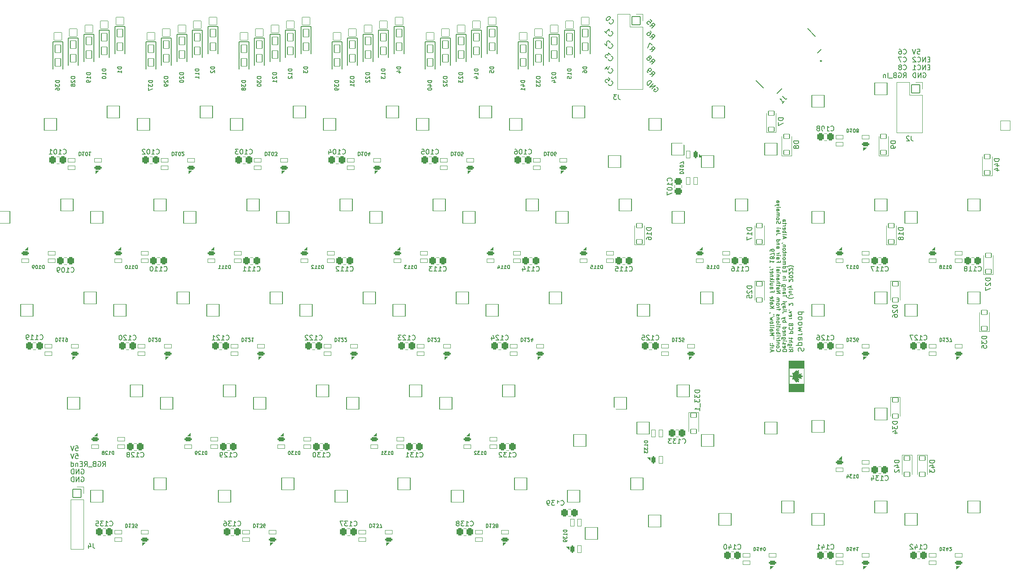
<source format=gbr>
%TF.GenerationSoftware,KiCad,Pcbnew,(6.0.5)*%
%TF.CreationDate,2022-07-29T22:10:33-06:00*%
%TF.ProjectId,kb_right,6b625f72-6967-4687-942e-6b696361645f,rev?*%
%TF.SameCoordinates,Original*%
%TF.FileFunction,Legend,Bot*%
%TF.FilePolarity,Positive*%
%FSLAX46Y46*%
G04 Gerber Fmt 4.6, Leading zero omitted, Abs format (unit mm)*
G04 Created by KiCad (PCBNEW (6.0.5)) date 2022-07-29 22:10:33*
%MOMM*%
%LPD*%
G01*
G04 APERTURE LIST*
G04 Aperture macros list*
%AMRoundRect*
0 Rectangle with rounded corners*
0 $1 Rounding radius*
0 $2 $3 $4 $5 $6 $7 $8 $9 X,Y pos of 4 corners*
0 Add a 4 corners polygon primitive as box body*
4,1,4,$2,$3,$4,$5,$6,$7,$8,$9,$2,$3,0*
0 Add four circle primitives for the rounded corners*
1,1,$1+$1,$2,$3*
1,1,$1+$1,$4,$5*
1,1,$1+$1,$6,$7*
1,1,$1+$1,$8,$9*
0 Add four rect primitives between the rounded corners*
20,1,$1+$1,$2,$3,$4,$5,0*
20,1,$1+$1,$4,$5,$6,$7,0*
20,1,$1+$1,$6,$7,$8,$9,0*
20,1,$1+$1,$8,$9,$2,$3,0*%
G04 Aperture macros list end*
%ADD10C,0.006000*%
%ADD11C,0.150000*%
%ADD12C,0.200000*%
%ADD13C,0.120000*%
%ADD14C,0.100000*%
%ADD15C,0.254001*%
%ADD16C,0.127000*%
%ADD17C,2.100000*%
%ADD18RoundRect,0.050000X1.000000X1.000000X-1.000000X1.000000X-1.000000X-1.000000X1.000000X-1.000000X0*%
%ADD19O,3.300000X2.100000*%
%ADD20RoundRect,0.050000X-1.275000X-1.250000X1.275000X-1.250000X1.275000X1.250000X-1.275000X1.250000X0*%
%ADD21C,1.850000*%
%ADD22C,4.087800*%
%ADD23C,3.100000*%
%ADD24RoundRect,0.050000X0.600000X-0.800000X0.600000X0.800000X-0.600000X0.800000X-0.600000X-0.800000X0*%
%ADD25C,1.700000*%
%ADD26RoundRect,0.050000X0.800000X-0.800000X0.800000X0.800000X-0.800000X0.800000X-0.800000X-0.800000X0*%
%ADD27C,3.148000*%
%ADD28O,3.925000X2.500000*%
%ADD29RoundRect,0.050000X1.275000X1.250000X-1.275000X1.250000X-1.275000X-1.250000X1.275000X-1.250000X0*%
%ADD30RoundRect,0.300000X-0.337500X-0.475000X0.337500X-0.475000X0.337500X0.475000X-0.337500X0.475000X0*%
%ADD31RoundRect,0.050000X0.600000X-0.450000X0.600000X0.450000X-0.600000X0.450000X-0.600000X-0.450000X0*%
%ADD32RoundRect,0.300000X0.337500X0.475000X-0.337500X0.475000X-0.337500X-0.475000X0.337500X-0.475000X0*%
%ADD33RoundRect,0.050000X0.700000X0.410000X-0.700000X0.410000X-0.700000X-0.410000X0.700000X-0.410000X0*%
%ADD34RoundRect,0.255000X0.495000X0.205000X-0.495000X0.205000X-0.495000X-0.205000X0.495000X-0.205000X0*%
%ADD35O,1.800000X1.800000*%
%ADD36RoundRect,0.050000X0.850000X0.850000X-0.850000X0.850000X-0.850000X-0.850000X0.850000X-0.850000X0*%
%ADD37RoundRect,0.050000X-0.700000X-0.410000X0.700000X-0.410000X0.700000X0.410000X-0.700000X0.410000X0*%
%ADD38RoundRect,0.255000X-0.495000X-0.205000X0.495000X-0.205000X0.495000X0.205000X-0.495000X0.205000X0*%
%ADD39RoundRect,0.300000X-0.475000X0.337500X-0.475000X-0.337500X0.475000X-0.337500X0.475000X0.337500X0*%
%ADD40RoundRect,0.050000X-0.600000X0.450000X-0.600000X-0.450000X0.600000X-0.450000X0.600000X0.450000X0*%
%ADD41RoundRect,0.050000X0.410000X-0.700000X0.410000X0.700000X-0.410000X0.700000X-0.410000X-0.700000X0*%
%ADD42RoundRect,0.255000X0.205000X-0.495000X0.205000X0.495000X-0.205000X0.495000X-0.205000X-0.495000X0*%
%ADD43RoundRect,0.050000X-0.410000X0.700000X-0.410000X-0.700000X0.410000X-0.700000X0.410000X0.700000X0*%
%ADD44RoundRect,0.255000X-0.205000X0.495000X-0.205000X-0.495000X0.205000X-0.495000X0.205000X0.495000X0*%
%ADD45C,2.050000*%
%ADD46RoundRect,0.050000X-0.777817X0.565685X0.565685X-0.777817X0.777817X-0.565685X-0.565685X0.777817X0*%
%ADD47C,0.900000*%
G04 APERTURE END LIST*
D10*
G36*
X202819000Y-104584500D02*
G01*
X199644000Y-104584500D01*
X199644000Y-102997000D01*
X202819000Y-102997000D01*
X202819000Y-104584500D01*
G37*
X202819000Y-104584500D02*
X199644000Y-104584500D01*
X199644000Y-102997000D01*
X202819000Y-102997000D01*
X202819000Y-104584500D01*
G36*
X202819000Y-109346999D02*
G01*
X199644000Y-109346999D01*
X199644000Y-107759500D01*
X202819000Y-107759500D01*
X202819000Y-109346999D01*
G37*
X202819000Y-109346999D02*
X199644000Y-109346999D01*
X199644000Y-107759500D01*
X202819000Y-107759500D01*
X202819000Y-109346999D01*
G36*
X201253990Y-105081917D02*
G01*
X201254896Y-105083724D01*
X201255876Y-105085473D01*
X201256928Y-105087160D01*
X201258049Y-105088786D01*
X201259236Y-105090348D01*
X201260486Y-105091847D01*
X201261796Y-105093280D01*
X201263165Y-105094646D01*
X201264588Y-105095945D01*
X201266064Y-105097175D01*
X201269162Y-105099423D01*
X201272437Y-105101381D01*
X201275866Y-105103040D01*
X201279428Y-105104390D01*
X201283101Y-105105422D01*
X201286863Y-105106126D01*
X201288771Y-105106353D01*
X201290693Y-105106494D01*
X201292626Y-105106548D01*
X201294568Y-105106515D01*
X201296515Y-105106393D01*
X201298466Y-105106180D01*
X201300417Y-105105877D01*
X201302365Y-105105481D01*
X201304309Y-105104991D01*
X201306245Y-105104406D01*
X201684599Y-104981375D01*
X201608531Y-105339885D01*
X201608183Y-105341763D01*
X201607919Y-105343639D01*
X201607739Y-105345512D01*
X201607642Y-105347379D01*
X201607625Y-105349238D01*
X201607690Y-105351086D01*
X201607833Y-105352923D01*
X201608054Y-105354744D01*
X201608351Y-105356548D01*
X201608725Y-105358333D01*
X201609172Y-105360097D01*
X201609693Y-105361837D01*
X201610286Y-105363551D01*
X201610949Y-105365236D01*
X201611682Y-105366891D01*
X201612484Y-105368513D01*
X201613353Y-105370100D01*
X201614288Y-105371650D01*
X201615288Y-105373160D01*
X201616352Y-105374629D01*
X201617478Y-105376053D01*
X201618666Y-105377432D01*
X201619914Y-105378761D01*
X201621222Y-105380040D01*
X201622587Y-105381266D01*
X201624009Y-105382436D01*
X201625486Y-105383549D01*
X201627018Y-105384602D01*
X201628603Y-105385593D01*
X201630241Y-105386520D01*
X201631929Y-105387380D01*
X201633667Y-105388172D01*
X201797047Y-105457625D01*
X201496745Y-105737422D01*
X201494268Y-105739972D01*
X201492035Y-105742682D01*
X201490050Y-105745537D01*
X201488316Y-105748520D01*
X201486836Y-105751614D01*
X201485611Y-105754803D01*
X201484646Y-105758070D01*
X201483942Y-105761399D01*
X201483503Y-105764773D01*
X201483332Y-105768175D01*
X201483431Y-105771589D01*
X201483803Y-105774999D01*
X201484451Y-105778388D01*
X201485378Y-105781739D01*
X201486586Y-105785037D01*
X201488079Y-105788263D01*
X201489831Y-105791356D01*
X201491807Y-105794260D01*
X201493991Y-105796965D01*
X201496367Y-105799467D01*
X201498922Y-105801756D01*
X201501639Y-105803826D01*
X201504504Y-105805669D01*
X201507502Y-105807278D01*
X201510617Y-105808646D01*
X201513835Y-105809765D01*
X201517140Y-105810627D01*
X201520517Y-105811227D01*
X201523952Y-105811556D01*
X201527428Y-105811606D01*
X201530932Y-105811371D01*
X201534448Y-105810844D01*
X202230302Y-105675906D01*
X202105286Y-105892203D01*
X202104212Y-105894151D01*
X202103243Y-105896142D01*
X202102382Y-105898172D01*
X202101628Y-105900237D01*
X202100982Y-105902333D01*
X202100445Y-105904455D01*
X202100017Y-105906598D01*
X202099699Y-105908760D01*
X202099490Y-105910935D01*
X202099393Y-105913118D01*
X202099407Y-105915307D01*
X202099532Y-105917496D01*
X202099770Y-105919682D01*
X202100120Y-105921859D01*
X202100584Y-105924024D01*
X202101161Y-105926173D01*
X202101849Y-105928288D01*
X202102641Y-105930356D01*
X202103535Y-105932372D01*
X202104528Y-105934334D01*
X202105617Y-105936237D01*
X202106799Y-105938079D01*
X202108072Y-105939856D01*
X202109432Y-105941566D01*
X202110878Y-105943204D01*
X202112406Y-105944767D01*
X202114013Y-105946253D01*
X202115698Y-105947657D01*
X202117456Y-105948977D01*
X202119285Y-105950209D01*
X202121183Y-105951349D01*
X202123146Y-105952396D01*
X202554417Y-106172000D01*
X202123146Y-106391604D01*
X202121183Y-106392650D01*
X202119285Y-106393791D01*
X202117456Y-106395023D01*
X202115698Y-106396343D01*
X202114013Y-106397747D01*
X202112406Y-106399233D01*
X202110878Y-106400796D01*
X202109432Y-106402434D01*
X202108072Y-106404143D01*
X202106799Y-106405921D01*
X202105617Y-106407763D01*
X202104528Y-106409666D01*
X202103535Y-106411627D01*
X202102641Y-106413643D01*
X202101849Y-106415711D01*
X202101161Y-106417827D01*
X202100584Y-106419975D01*
X202100120Y-106422140D01*
X202099770Y-106424318D01*
X202099532Y-106426503D01*
X202099407Y-106428692D01*
X202099393Y-106430881D01*
X202099490Y-106433065D01*
X202099699Y-106435240D01*
X202100017Y-106437401D01*
X202100445Y-106439545D01*
X202100982Y-106441667D01*
X202101628Y-106443762D01*
X202102382Y-106445828D01*
X202103243Y-106447858D01*
X202104212Y-106449849D01*
X202105286Y-106451797D01*
X202230302Y-106668093D01*
X201534448Y-106533156D01*
X201532690Y-106532855D01*
X201530932Y-106532628D01*
X201529178Y-106532475D01*
X201527428Y-106532393D01*
X201525686Y-106532383D01*
X201523952Y-106532444D01*
X201522228Y-106532574D01*
X201520517Y-106532773D01*
X201518820Y-106533039D01*
X201517140Y-106533372D01*
X201515477Y-106533771D01*
X201513835Y-106534235D01*
X201512214Y-106534763D01*
X201510617Y-106535354D01*
X201509046Y-106536007D01*
X201507502Y-106536722D01*
X201505987Y-106537496D01*
X201504504Y-106538331D01*
X201503054Y-106539223D01*
X201501639Y-106540174D01*
X201500261Y-106541181D01*
X201498922Y-106542244D01*
X201497623Y-106543361D01*
X201496367Y-106544533D01*
X201495156Y-106545757D01*
X201493991Y-106547034D01*
X201492874Y-106548362D01*
X201491807Y-106549740D01*
X201490792Y-106551167D01*
X201489831Y-106552643D01*
X201488926Y-106554166D01*
X201488079Y-106555736D01*
X201487297Y-106557340D01*
X201486586Y-106558963D01*
X201485947Y-106560604D01*
X201485378Y-106562260D01*
X201484879Y-106563930D01*
X201484451Y-106565611D01*
X201484092Y-106567302D01*
X201483803Y-106569000D01*
X201483583Y-106570704D01*
X201483431Y-106572410D01*
X201483348Y-106574118D01*
X201483332Y-106575825D01*
X201483503Y-106579227D01*
X201483942Y-106582601D01*
X201484646Y-106585929D01*
X201485611Y-106589196D01*
X201486191Y-106590802D01*
X201486836Y-106592385D01*
X201487544Y-106593945D01*
X201488316Y-106595479D01*
X201489152Y-106596986D01*
X201490050Y-106598462D01*
X201491012Y-106599907D01*
X201492035Y-106601317D01*
X201493121Y-106602692D01*
X201494268Y-106604028D01*
X201495476Y-106605324D01*
X201496745Y-106606578D01*
X201797047Y-106886375D01*
X201633667Y-106955828D01*
X201631929Y-106956619D01*
X201630241Y-106957479D01*
X201628603Y-106958406D01*
X201627018Y-106959397D01*
X201624009Y-106961563D01*
X201621222Y-106963960D01*
X201618666Y-106966568D01*
X201616352Y-106969371D01*
X201614288Y-106972349D01*
X201612484Y-106975486D01*
X201610949Y-106978764D01*
X201609693Y-106982163D01*
X201608725Y-106985666D01*
X201608054Y-106989256D01*
X201607690Y-106992913D01*
X201607642Y-106996621D01*
X201607739Y-106998488D01*
X201607919Y-107000361D01*
X201608183Y-107002237D01*
X201608531Y-107004114D01*
X201684599Y-107362625D01*
X201306245Y-107239593D01*
X201304309Y-107239009D01*
X201302365Y-107238519D01*
X201300417Y-107238123D01*
X201298466Y-107237819D01*
X201296515Y-107237607D01*
X201294568Y-107237485D01*
X201292626Y-107237451D01*
X201290693Y-107237506D01*
X201288771Y-107237647D01*
X201286863Y-107237873D01*
X201284973Y-107238184D01*
X201283101Y-107238578D01*
X201281252Y-107239053D01*
X201279428Y-107239610D01*
X201277632Y-107240246D01*
X201275866Y-107240960D01*
X201274133Y-107241751D01*
X201272437Y-107242619D01*
X201270779Y-107243561D01*
X201269162Y-107244577D01*
X201267590Y-107245665D01*
X201266064Y-107246825D01*
X201264588Y-107248055D01*
X201263165Y-107249353D01*
X201261796Y-107250720D01*
X201260486Y-107252153D01*
X201259236Y-107253651D01*
X201258049Y-107255214D01*
X201256928Y-107256839D01*
X201255876Y-107258527D01*
X201254896Y-107260275D01*
X201253990Y-107262083D01*
X201188505Y-107402312D01*
X200684474Y-106779880D01*
X200682209Y-106777306D01*
X200679776Y-106774946D01*
X200677189Y-106772805D01*
X200674462Y-106770886D01*
X200671611Y-106769193D01*
X200668650Y-106767730D01*
X200665593Y-106766502D01*
X200662455Y-106765512D01*
X200659251Y-106764765D01*
X200655995Y-106764263D01*
X200652701Y-106764012D01*
X200649386Y-106764015D01*
X200646062Y-106764277D01*
X200642744Y-106764801D01*
X200639448Y-106765591D01*
X200636188Y-106766651D01*
X200424521Y-106843380D01*
X200524401Y-106275187D01*
X200524905Y-106271666D01*
X200525207Y-106268142D01*
X200525311Y-106264623D01*
X200525218Y-106261117D01*
X200524930Y-106257633D01*
X200524450Y-106254177D01*
X200523781Y-106250758D01*
X200522924Y-106247384D01*
X200521881Y-106244062D01*
X200520655Y-106240801D01*
X200519248Y-106237608D01*
X200517663Y-106234492D01*
X200515901Y-106231460D01*
X200513964Y-106228520D01*
X200511856Y-106225680D01*
X200509578Y-106222948D01*
X200507149Y-106220349D01*
X200504592Y-106217905D01*
X200501915Y-106215619D01*
X200499125Y-106213495D01*
X200496229Y-106211536D01*
X200493235Y-106209744D01*
X200490151Y-106208123D01*
X200486984Y-106206677D01*
X200483742Y-106205408D01*
X200480433Y-106204320D01*
X200477063Y-106203416D01*
X200473641Y-106202699D01*
X200470174Y-106202172D01*
X200466669Y-106201839D01*
X200463135Y-106201702D01*
X200459578Y-106201765D01*
X199888740Y-106231531D01*
X199888740Y-106112468D01*
X200459578Y-106142234D01*
X200463135Y-106142297D01*
X200466669Y-106142161D01*
X200470174Y-106141828D01*
X200473641Y-106141301D01*
X200477063Y-106140584D01*
X200480433Y-106139680D01*
X200483742Y-106138591D01*
X200486984Y-106137323D01*
X200490151Y-106135876D01*
X200493235Y-106134256D01*
X200496229Y-106132464D01*
X200499125Y-106130505D01*
X200501915Y-106128380D01*
X200504592Y-106126095D01*
X200507149Y-106123651D01*
X200509578Y-106121052D01*
X200511856Y-106118320D01*
X200513964Y-106115480D01*
X200515901Y-106112540D01*
X200517663Y-106109508D01*
X200519248Y-106106391D01*
X200520655Y-106103199D01*
X200521881Y-106099938D01*
X200522924Y-106096616D01*
X200523781Y-106093242D01*
X200524450Y-106089823D01*
X200524930Y-106086367D01*
X200525218Y-106082882D01*
X200525311Y-106079377D01*
X200525207Y-106075858D01*
X200524905Y-106072334D01*
X200524401Y-106068812D01*
X200424521Y-105500620D01*
X200636188Y-105577349D01*
X200637812Y-105577913D01*
X200639448Y-105578409D01*
X200641093Y-105578838D01*
X200642744Y-105579199D01*
X200644401Y-105579494D01*
X200646062Y-105579723D01*
X200647724Y-105579886D01*
X200649386Y-105579984D01*
X200651045Y-105580018D01*
X200652701Y-105579988D01*
X200654352Y-105579894D01*
X200655995Y-105579737D01*
X200657628Y-105579517D01*
X200659251Y-105579235D01*
X200660860Y-105578892D01*
X200662455Y-105578488D01*
X200664033Y-105578023D01*
X200665593Y-105577498D01*
X200667132Y-105576913D01*
X200668650Y-105576269D01*
X200670143Y-105575567D01*
X200671611Y-105574807D01*
X200673052Y-105573989D01*
X200674462Y-105573114D01*
X200675842Y-105572183D01*
X200677189Y-105571195D01*
X200678501Y-105570152D01*
X200679776Y-105569054D01*
X200681013Y-105567901D01*
X200682209Y-105566694D01*
X200683364Y-105565433D01*
X200684474Y-105564120D01*
X201188505Y-104941687D01*
X201253990Y-105081917D01*
G37*
X201253990Y-105081917D02*
X201254896Y-105083724D01*
X201255876Y-105085473D01*
X201256928Y-105087160D01*
X201258049Y-105088786D01*
X201259236Y-105090348D01*
X201260486Y-105091847D01*
X201261796Y-105093280D01*
X201263165Y-105094646D01*
X201264588Y-105095945D01*
X201266064Y-105097175D01*
X201269162Y-105099423D01*
X201272437Y-105101381D01*
X201275866Y-105103040D01*
X201279428Y-105104390D01*
X201283101Y-105105422D01*
X201286863Y-105106126D01*
X201288771Y-105106353D01*
X201290693Y-105106494D01*
X201292626Y-105106548D01*
X201294568Y-105106515D01*
X201296515Y-105106393D01*
X201298466Y-105106180D01*
X201300417Y-105105877D01*
X201302365Y-105105481D01*
X201304309Y-105104991D01*
X201306245Y-105104406D01*
X201684599Y-104981375D01*
X201608531Y-105339885D01*
X201608183Y-105341763D01*
X201607919Y-105343639D01*
X201607739Y-105345512D01*
X201607642Y-105347379D01*
X201607625Y-105349238D01*
X201607690Y-105351086D01*
X201607833Y-105352923D01*
X201608054Y-105354744D01*
X201608351Y-105356548D01*
X201608725Y-105358333D01*
X201609172Y-105360097D01*
X201609693Y-105361837D01*
X201610286Y-105363551D01*
X201610949Y-105365236D01*
X201611682Y-105366891D01*
X201612484Y-105368513D01*
X201613353Y-105370100D01*
X201614288Y-105371650D01*
X201615288Y-105373160D01*
X201616352Y-105374629D01*
X201617478Y-105376053D01*
X201618666Y-105377432D01*
X201619914Y-105378761D01*
X201621222Y-105380040D01*
X201622587Y-105381266D01*
X201624009Y-105382436D01*
X201625486Y-105383549D01*
X201627018Y-105384602D01*
X201628603Y-105385593D01*
X201630241Y-105386520D01*
X201631929Y-105387380D01*
X201633667Y-105388172D01*
X201797047Y-105457625D01*
X201496745Y-105737422D01*
X201494268Y-105739972D01*
X201492035Y-105742682D01*
X201490050Y-105745537D01*
X201488316Y-105748520D01*
X201486836Y-105751614D01*
X201485611Y-105754803D01*
X201484646Y-105758070D01*
X201483942Y-105761399D01*
X201483503Y-105764773D01*
X201483332Y-105768175D01*
X201483431Y-105771589D01*
X201483803Y-105774999D01*
X201484451Y-105778388D01*
X201485378Y-105781739D01*
X201486586Y-105785037D01*
X201488079Y-105788263D01*
X201489831Y-105791356D01*
X201491807Y-105794260D01*
X201493991Y-105796965D01*
X201496367Y-105799467D01*
X201498922Y-105801756D01*
X201501639Y-105803826D01*
X201504504Y-105805669D01*
X201507502Y-105807278D01*
X201510617Y-105808646D01*
X201513835Y-105809765D01*
X201517140Y-105810627D01*
X201520517Y-105811227D01*
X201523952Y-105811556D01*
X201527428Y-105811606D01*
X201530932Y-105811371D01*
X201534448Y-105810844D01*
X202230302Y-105675906D01*
X202105286Y-105892203D01*
X202104212Y-105894151D01*
X202103243Y-105896142D01*
X202102382Y-105898172D01*
X202101628Y-105900237D01*
X202100982Y-105902333D01*
X202100445Y-105904455D01*
X202100017Y-105906598D01*
X202099699Y-105908760D01*
X202099490Y-105910935D01*
X202099393Y-105913118D01*
X202099407Y-105915307D01*
X202099532Y-105917496D01*
X202099770Y-105919682D01*
X202100120Y-105921859D01*
X202100584Y-105924024D01*
X202101161Y-105926173D01*
X202101849Y-105928288D01*
X202102641Y-105930356D01*
X202103535Y-105932372D01*
X202104528Y-105934334D01*
X202105617Y-105936237D01*
X202106799Y-105938079D01*
X202108072Y-105939856D01*
X202109432Y-105941566D01*
X202110878Y-105943204D01*
X202112406Y-105944767D01*
X202114013Y-105946253D01*
X202115698Y-105947657D01*
X202117456Y-105948977D01*
X202119285Y-105950209D01*
X202121183Y-105951349D01*
X202123146Y-105952396D01*
X202554417Y-106172000D01*
X202123146Y-106391604D01*
X202121183Y-106392650D01*
X202119285Y-106393791D01*
X202117456Y-106395023D01*
X202115698Y-106396343D01*
X202114013Y-106397747D01*
X202112406Y-106399233D01*
X202110878Y-106400796D01*
X202109432Y-106402434D01*
X202108072Y-106404143D01*
X202106799Y-106405921D01*
X202105617Y-106407763D01*
X202104528Y-106409666D01*
X202103535Y-106411627D01*
X202102641Y-106413643D01*
X202101849Y-106415711D01*
X202101161Y-106417827D01*
X202100584Y-106419975D01*
X202100120Y-106422140D01*
X202099770Y-106424318D01*
X202099532Y-106426503D01*
X202099407Y-106428692D01*
X202099393Y-106430881D01*
X202099490Y-106433065D01*
X202099699Y-106435240D01*
X202100017Y-106437401D01*
X202100445Y-106439545D01*
X202100982Y-106441667D01*
X202101628Y-106443762D01*
X202102382Y-106445828D01*
X202103243Y-106447858D01*
X202104212Y-106449849D01*
X202105286Y-106451797D01*
X202230302Y-106668093D01*
X201534448Y-106533156D01*
X201532690Y-106532855D01*
X201530932Y-106532628D01*
X201529178Y-106532475D01*
X201527428Y-106532393D01*
X201525686Y-106532383D01*
X201523952Y-106532444D01*
X201522228Y-106532574D01*
X201520517Y-106532773D01*
X201518820Y-106533039D01*
X201517140Y-106533372D01*
X201515477Y-106533771D01*
X201513835Y-106534235D01*
X201512214Y-106534763D01*
X201510617Y-106535354D01*
X201509046Y-106536007D01*
X201507502Y-106536722D01*
X201505987Y-106537496D01*
X201504504Y-106538331D01*
X201503054Y-106539223D01*
X201501639Y-106540174D01*
X201500261Y-106541181D01*
X201498922Y-106542244D01*
X201497623Y-106543361D01*
X201496367Y-106544533D01*
X201495156Y-106545757D01*
X201493991Y-106547034D01*
X201492874Y-106548362D01*
X201491807Y-106549740D01*
X201490792Y-106551167D01*
X201489831Y-106552643D01*
X201488926Y-106554166D01*
X201488079Y-106555736D01*
X201487297Y-106557340D01*
X201486586Y-106558963D01*
X201485947Y-106560604D01*
X201485378Y-106562260D01*
X201484879Y-106563930D01*
X201484451Y-106565611D01*
X201484092Y-106567302D01*
X201483803Y-106569000D01*
X201483583Y-106570704D01*
X201483431Y-106572410D01*
X201483348Y-106574118D01*
X201483332Y-106575825D01*
X201483503Y-106579227D01*
X201483942Y-106582601D01*
X201484646Y-106585929D01*
X201485611Y-106589196D01*
X201486191Y-106590802D01*
X201486836Y-106592385D01*
X201487544Y-106593945D01*
X201488316Y-106595479D01*
X201489152Y-106596986D01*
X201490050Y-106598462D01*
X201491012Y-106599907D01*
X201492035Y-106601317D01*
X201493121Y-106602692D01*
X201494268Y-106604028D01*
X201495476Y-106605324D01*
X201496745Y-106606578D01*
X201797047Y-106886375D01*
X201633667Y-106955828D01*
X201631929Y-106956619D01*
X201630241Y-106957479D01*
X201628603Y-106958406D01*
X201627018Y-106959397D01*
X201624009Y-106961563D01*
X201621222Y-106963960D01*
X201618666Y-106966568D01*
X201616352Y-106969371D01*
X201614288Y-106972349D01*
X201612484Y-106975486D01*
X201610949Y-106978764D01*
X201609693Y-106982163D01*
X201608725Y-106985666D01*
X201608054Y-106989256D01*
X201607690Y-106992913D01*
X201607642Y-106996621D01*
X201607739Y-106998488D01*
X201607919Y-107000361D01*
X201608183Y-107002237D01*
X201608531Y-107004114D01*
X201684599Y-107362625D01*
X201306245Y-107239593D01*
X201304309Y-107239009D01*
X201302365Y-107238519D01*
X201300417Y-107238123D01*
X201298466Y-107237819D01*
X201296515Y-107237607D01*
X201294568Y-107237485D01*
X201292626Y-107237451D01*
X201290693Y-107237506D01*
X201288771Y-107237647D01*
X201286863Y-107237873D01*
X201284973Y-107238184D01*
X201283101Y-107238578D01*
X201281252Y-107239053D01*
X201279428Y-107239610D01*
X201277632Y-107240246D01*
X201275866Y-107240960D01*
X201274133Y-107241751D01*
X201272437Y-107242619D01*
X201270779Y-107243561D01*
X201269162Y-107244577D01*
X201267590Y-107245665D01*
X201266064Y-107246825D01*
X201264588Y-107248055D01*
X201263165Y-107249353D01*
X201261796Y-107250720D01*
X201260486Y-107252153D01*
X201259236Y-107253651D01*
X201258049Y-107255214D01*
X201256928Y-107256839D01*
X201255876Y-107258527D01*
X201254896Y-107260275D01*
X201253990Y-107262083D01*
X201188505Y-107402312D01*
X200684474Y-106779880D01*
X200682209Y-106777306D01*
X200679776Y-106774946D01*
X200677189Y-106772805D01*
X200674462Y-106770886D01*
X200671611Y-106769193D01*
X200668650Y-106767730D01*
X200665593Y-106766502D01*
X200662455Y-106765512D01*
X200659251Y-106764765D01*
X200655995Y-106764263D01*
X200652701Y-106764012D01*
X200649386Y-106764015D01*
X200646062Y-106764277D01*
X200642744Y-106764801D01*
X200639448Y-106765591D01*
X200636188Y-106766651D01*
X200424521Y-106843380D01*
X200524401Y-106275187D01*
X200524905Y-106271666D01*
X200525207Y-106268142D01*
X200525311Y-106264623D01*
X200525218Y-106261117D01*
X200524930Y-106257633D01*
X200524450Y-106254177D01*
X200523781Y-106250758D01*
X200522924Y-106247384D01*
X200521881Y-106244062D01*
X200520655Y-106240801D01*
X200519248Y-106237608D01*
X200517663Y-106234492D01*
X200515901Y-106231460D01*
X200513964Y-106228520D01*
X200511856Y-106225680D01*
X200509578Y-106222948D01*
X200507149Y-106220349D01*
X200504592Y-106217905D01*
X200501915Y-106215619D01*
X200499125Y-106213495D01*
X200496229Y-106211536D01*
X200493235Y-106209744D01*
X200490151Y-106208123D01*
X200486984Y-106206677D01*
X200483742Y-106205408D01*
X200480433Y-106204320D01*
X200477063Y-106203416D01*
X200473641Y-106202699D01*
X200470174Y-106202172D01*
X200466669Y-106201839D01*
X200463135Y-106201702D01*
X200459578Y-106201765D01*
X199888740Y-106231531D01*
X199888740Y-106112468D01*
X200459578Y-106142234D01*
X200463135Y-106142297D01*
X200466669Y-106142161D01*
X200470174Y-106141828D01*
X200473641Y-106141301D01*
X200477063Y-106140584D01*
X200480433Y-106139680D01*
X200483742Y-106138591D01*
X200486984Y-106137323D01*
X200490151Y-106135876D01*
X200493235Y-106134256D01*
X200496229Y-106132464D01*
X200499125Y-106130505D01*
X200501915Y-106128380D01*
X200504592Y-106126095D01*
X200507149Y-106123651D01*
X200509578Y-106121052D01*
X200511856Y-106118320D01*
X200513964Y-106115480D01*
X200515901Y-106112540D01*
X200517663Y-106109508D01*
X200519248Y-106106391D01*
X200520655Y-106103199D01*
X200521881Y-106099938D01*
X200522924Y-106096616D01*
X200523781Y-106093242D01*
X200524450Y-106089823D01*
X200524930Y-106086367D01*
X200525218Y-106082882D01*
X200525311Y-106079377D01*
X200525207Y-106075858D01*
X200524905Y-106072334D01*
X200524401Y-106068812D01*
X200424521Y-105500620D01*
X200636188Y-105577349D01*
X200637812Y-105577913D01*
X200639448Y-105578409D01*
X200641093Y-105578838D01*
X200642744Y-105579199D01*
X200644401Y-105579494D01*
X200646062Y-105579723D01*
X200647724Y-105579886D01*
X200649386Y-105579984D01*
X200651045Y-105580018D01*
X200652701Y-105579988D01*
X200654352Y-105579894D01*
X200655995Y-105579737D01*
X200657628Y-105579517D01*
X200659251Y-105579235D01*
X200660860Y-105578892D01*
X200662455Y-105578488D01*
X200664033Y-105578023D01*
X200665593Y-105577498D01*
X200667132Y-105576913D01*
X200668650Y-105576269D01*
X200670143Y-105575567D01*
X200671611Y-105574807D01*
X200673052Y-105573989D01*
X200674462Y-105573114D01*
X200675842Y-105572183D01*
X200677189Y-105571195D01*
X200678501Y-105570152D01*
X200679776Y-105569054D01*
X200681013Y-105567901D01*
X200682209Y-105566694D01*
X200683364Y-105565433D01*
X200684474Y-105564120D01*
X201188505Y-104941687D01*
X201253990Y-105081917D01*
G36*
X202819000Y-107759500D02*
G01*
X202753516Y-107694015D01*
X202753516Y-104649984D01*
X202819000Y-104584500D01*
X202819000Y-107759500D01*
G37*
X202819000Y-107759500D02*
X202753516Y-107694015D01*
X202753516Y-104649984D01*
X202819000Y-104584500D01*
X202819000Y-107759500D01*
G36*
X199709485Y-104649984D02*
G01*
X199709485Y-107694015D01*
X199644000Y-107759500D01*
X199644000Y-104584500D01*
X199709485Y-104649984D01*
G37*
X199709485Y-104649984D02*
X199709485Y-107694015D01*
X199644000Y-107759500D01*
X199644000Y-104584500D01*
X199709485Y-104649984D01*
D11*
X223120976Y-41716808D02*
X223168595Y-41764427D01*
X223311452Y-41812046D01*
X223406690Y-41812046D01*
X223549547Y-41764427D01*
X223644785Y-41669189D01*
X223692404Y-41573951D01*
X223740023Y-41383475D01*
X223740023Y-41240618D01*
X223692404Y-41050142D01*
X223644785Y-40954904D01*
X223549547Y-40859666D01*
X223406690Y-40812046D01*
X223311452Y-40812046D01*
X223168595Y-40859666D01*
X223120976Y-40907285D01*
X222787642Y-40812046D02*
X222120976Y-40812046D01*
X222549547Y-41812046D01*
X59215166Y-124658380D02*
X59548500Y-124182190D01*
X59786595Y-124658380D02*
X59786595Y-123658380D01*
X59405642Y-123658380D01*
X59310404Y-123706000D01*
X59262785Y-123753619D01*
X59215166Y-123848857D01*
X59215166Y-123991714D01*
X59262785Y-124086952D01*
X59310404Y-124134571D01*
X59405642Y-124182190D01*
X59786595Y-124182190D01*
X58262785Y-123706000D02*
X58358023Y-123658380D01*
X58500880Y-123658380D01*
X58643738Y-123706000D01*
X58738976Y-123801238D01*
X58786595Y-123896476D01*
X58834214Y-124086952D01*
X58834214Y-124229809D01*
X58786595Y-124420285D01*
X58738976Y-124515523D01*
X58643738Y-124610761D01*
X58500880Y-124658380D01*
X58405642Y-124658380D01*
X58262785Y-124610761D01*
X58215166Y-124563142D01*
X58215166Y-124229809D01*
X58405642Y-124229809D01*
X57453261Y-124134571D02*
X57310404Y-124182190D01*
X57262785Y-124229809D01*
X57215166Y-124325047D01*
X57215166Y-124467904D01*
X57262785Y-124563142D01*
X57310404Y-124610761D01*
X57405642Y-124658380D01*
X57786595Y-124658380D01*
X57786595Y-123658380D01*
X57453261Y-123658380D01*
X57358023Y-123706000D01*
X57310404Y-123753619D01*
X57262785Y-123848857D01*
X57262785Y-123944095D01*
X57310404Y-124039333D01*
X57358023Y-124086952D01*
X57453261Y-124134571D01*
X57786595Y-124134571D01*
X57024690Y-124753619D02*
X56262785Y-124753619D01*
X55453261Y-124658380D02*
X55786595Y-124182190D01*
X56024690Y-124658380D02*
X56024690Y-123658380D01*
X55643738Y-123658380D01*
X55548500Y-123706000D01*
X55500880Y-123753619D01*
X55453261Y-123848857D01*
X55453261Y-123991714D01*
X55500880Y-124086952D01*
X55548500Y-124134571D01*
X55643738Y-124182190D01*
X56024690Y-124182190D01*
X55024690Y-124134571D02*
X54691357Y-124134571D01*
X54548500Y-124658380D02*
X55024690Y-124658380D01*
X55024690Y-123658380D01*
X54548500Y-123658380D01*
X54119928Y-123991714D02*
X54119928Y-124658380D01*
X54119928Y-124086952D02*
X54072309Y-124039333D01*
X53977071Y-123991714D01*
X53834214Y-123991714D01*
X53738976Y-124039333D01*
X53691357Y-124134571D01*
X53691357Y-124658380D01*
X52786595Y-124658380D02*
X52786595Y-123658380D01*
X52786595Y-124610761D02*
X52881833Y-124658380D01*
X53072309Y-124658380D01*
X53167547Y-124610761D01*
X53215166Y-124563142D01*
X53262785Y-124467904D01*
X53262785Y-124182190D01*
X53215166Y-124086952D01*
X53167547Y-124039333D01*
X53072309Y-123991714D01*
X52881833Y-123991714D01*
X52786595Y-124039333D01*
X172644190Y-47000833D02*
X172745205Y-47034505D01*
X172846220Y-47135520D01*
X172913564Y-47270207D01*
X172913564Y-47404894D01*
X172879892Y-47505909D01*
X172778877Y-47674268D01*
X172677862Y-47775283D01*
X172509503Y-47876299D01*
X172408488Y-47909970D01*
X172273801Y-47909970D01*
X172139114Y-47842627D01*
X172071770Y-47775283D01*
X172004427Y-47640596D01*
X172004427Y-47573253D01*
X172240129Y-47337551D01*
X172374816Y-47472238D01*
X171634037Y-47337551D02*
X172341144Y-46630444D01*
X171229976Y-46933490D01*
X171937083Y-46226383D01*
X170893259Y-46596772D02*
X171600366Y-45889665D01*
X171432007Y-45721307D01*
X171297320Y-45653963D01*
X171162633Y-45653963D01*
X171061618Y-45687635D01*
X170893259Y-45788650D01*
X170792244Y-45889665D01*
X170691228Y-46058024D01*
X170657557Y-46159039D01*
X170657557Y-46293726D01*
X170724900Y-46428413D01*
X170893259Y-46596772D01*
D12*
X201637431Y-101050927D02*
X201580288Y-100879499D01*
X201580288Y-100593784D01*
X201637431Y-100479499D01*
X201694574Y-100422356D01*
X201808860Y-100365213D01*
X201923146Y-100365213D01*
X202037431Y-100422356D01*
X202094574Y-100479499D01*
X202151717Y-100593784D01*
X202208860Y-100822356D01*
X202266003Y-100936641D01*
X202323146Y-100993784D01*
X202437431Y-101050927D01*
X202551717Y-101050927D01*
X202666003Y-100993784D01*
X202723146Y-100936641D01*
X202780288Y-100822356D01*
X202780288Y-100536641D01*
X202723146Y-100365213D01*
X202380288Y-99850927D02*
X201180288Y-99850927D01*
X202323146Y-99850927D02*
X202380288Y-99736641D01*
X202380288Y-99508070D01*
X202323146Y-99393784D01*
X202266003Y-99336641D01*
X202151717Y-99279499D01*
X201808860Y-99279499D01*
X201694574Y-99336641D01*
X201637431Y-99393784D01*
X201580288Y-99508070D01*
X201580288Y-99736641D01*
X201637431Y-99850927D01*
X201580288Y-98250927D02*
X202208860Y-98250927D01*
X202323146Y-98308070D01*
X202380288Y-98422356D01*
X202380288Y-98650927D01*
X202323146Y-98765213D01*
X201637431Y-98250927D02*
X201580288Y-98365213D01*
X201580288Y-98650927D01*
X201637431Y-98765213D01*
X201751717Y-98822356D01*
X201866003Y-98822356D01*
X201980288Y-98765213D01*
X202037431Y-98650927D01*
X202037431Y-98365213D01*
X202094574Y-98250927D01*
X201580288Y-97679499D02*
X202380288Y-97679499D01*
X202151717Y-97679499D02*
X202266003Y-97622356D01*
X202323146Y-97565213D01*
X202380288Y-97450927D01*
X202380288Y-97336641D01*
X202380288Y-97050927D02*
X201580288Y-96822356D01*
X202151717Y-96593784D01*
X201580288Y-96365213D01*
X202380288Y-96136641D01*
X201580288Y-95508070D02*
X201637431Y-95622356D01*
X201694574Y-95679499D01*
X201808860Y-95736641D01*
X202151717Y-95736641D01*
X202266003Y-95679499D01*
X202323146Y-95622356D01*
X202380288Y-95508070D01*
X202380288Y-95336641D01*
X202323146Y-95222356D01*
X202266003Y-95165213D01*
X202151717Y-95108070D01*
X201808860Y-95108070D01*
X201694574Y-95165213D01*
X201637431Y-95222356D01*
X201580288Y-95336641D01*
X201580288Y-95508070D01*
X201580288Y-94422356D02*
X201637431Y-94536641D01*
X201694574Y-94593784D01*
X201808860Y-94650927D01*
X202151717Y-94650927D01*
X202266003Y-94593784D01*
X202323146Y-94536641D01*
X202380288Y-94422356D01*
X202380288Y-94250927D01*
X202323146Y-94136641D01*
X202266003Y-94079499D01*
X202151717Y-94022356D01*
X201808860Y-94022356D01*
X201694574Y-94079499D01*
X201637431Y-94136641D01*
X201580288Y-94250927D01*
X201580288Y-94422356D01*
X201580288Y-92993784D02*
X202780288Y-92993784D01*
X201637431Y-92993784D02*
X201580288Y-93108070D01*
X201580288Y-93336641D01*
X201637431Y-93450927D01*
X201694574Y-93508070D01*
X201808860Y-93565213D01*
X202151717Y-93565213D01*
X202266003Y-93508070D01*
X202323146Y-93450927D01*
X202380288Y-93336641D01*
X202380288Y-93108070D01*
X202323146Y-92993784D01*
D11*
X171213433Y-34470946D02*
X171785853Y-34369931D01*
X171617494Y-34875007D02*
X172324601Y-34167900D01*
X172055227Y-33898526D01*
X171954211Y-33864855D01*
X171886868Y-33864855D01*
X171785853Y-33898526D01*
X171684837Y-33999542D01*
X171651166Y-34100557D01*
X171651166Y-34167900D01*
X171684837Y-34268916D01*
X171954211Y-34538290D01*
X171280776Y-33124076D02*
X171617494Y-33460794D01*
X171314448Y-33831183D01*
X171314448Y-33763839D01*
X171280776Y-33662824D01*
X171112418Y-33494465D01*
X171011402Y-33460794D01*
X170944059Y-33460794D01*
X170843044Y-33494465D01*
X170674685Y-33662824D01*
X170641013Y-33763839D01*
X170641013Y-33831183D01*
X170674685Y-33932198D01*
X170843044Y-34100557D01*
X170944059Y-34134229D01*
X171011402Y-34134229D01*
X228554166Y-42896903D02*
X228220833Y-42896903D01*
X228077976Y-43420712D02*
X228554166Y-43420712D01*
X228554166Y-42420712D01*
X228077976Y-42420712D01*
X227649404Y-43420712D02*
X227649404Y-42420712D01*
X227077976Y-43420712D01*
X227077976Y-42420712D01*
X226030357Y-43325474D02*
X226077976Y-43373093D01*
X226220833Y-43420712D01*
X226316071Y-43420712D01*
X226458928Y-43373093D01*
X226554166Y-43277855D01*
X226601785Y-43182617D01*
X226649404Y-42992141D01*
X226649404Y-42849284D01*
X226601785Y-42658808D01*
X226554166Y-42563570D01*
X226458928Y-42468332D01*
X226316071Y-42420712D01*
X226220833Y-42420712D01*
X226077976Y-42468332D01*
X226030357Y-42515951D01*
X225077976Y-43420712D02*
X225649404Y-43420712D01*
X225363690Y-43420712D02*
X225363690Y-42420712D01*
X225458928Y-42563570D01*
X225554166Y-42658808D01*
X225649404Y-42706427D01*
X171213433Y-36756946D02*
X171785853Y-36655931D01*
X171617494Y-37161007D02*
X172324601Y-36453900D01*
X172055227Y-36184526D01*
X171954211Y-36150855D01*
X171886868Y-36150855D01*
X171785853Y-36184526D01*
X171684837Y-36285542D01*
X171651166Y-36386557D01*
X171651166Y-36453900D01*
X171684837Y-36554916D01*
X171954211Y-36824290D01*
X171314448Y-35443748D02*
X171449135Y-35578435D01*
X171482807Y-35679450D01*
X171482807Y-35746794D01*
X171449135Y-35915152D01*
X171348120Y-36083511D01*
X171078746Y-36352885D01*
X170977731Y-36386557D01*
X170910387Y-36386557D01*
X170809372Y-36352885D01*
X170674685Y-36218198D01*
X170641013Y-36117183D01*
X170641013Y-36049839D01*
X170674685Y-35948824D01*
X170843044Y-35780465D01*
X170944059Y-35746794D01*
X171011402Y-35746794D01*
X171112418Y-35780465D01*
X171247105Y-35915152D01*
X171280776Y-36016168D01*
X171280776Y-36083511D01*
X171247105Y-36184526D01*
X162727326Y-41236203D02*
X162727326Y-41303546D01*
X162794670Y-41438233D01*
X162862013Y-41505577D01*
X162996700Y-41572920D01*
X163131387Y-41572920D01*
X163232403Y-41539248D01*
X163400761Y-41438233D01*
X163501777Y-41337218D01*
X163602792Y-41168859D01*
X163636464Y-41067844D01*
X163636464Y-40933157D01*
X163569120Y-40798470D01*
X163501777Y-40731126D01*
X163367090Y-40663783D01*
X163299746Y-40663783D01*
X163131387Y-40360737D02*
X162693655Y-39923004D01*
X162659983Y-40428081D01*
X162558968Y-40327065D01*
X162457952Y-40293394D01*
X162390609Y-40293394D01*
X162289594Y-40327065D01*
X162121235Y-40495424D01*
X162087563Y-40596439D01*
X162087563Y-40663783D01*
X162121235Y-40764798D01*
X162323265Y-40966829D01*
X162424281Y-41000500D01*
X162491624Y-41000500D01*
X225982738Y-39203380D02*
X226458928Y-39203380D01*
X226506547Y-39679571D01*
X226458928Y-39631952D01*
X226363690Y-39584333D01*
X226125595Y-39584333D01*
X226030357Y-39631952D01*
X225982738Y-39679571D01*
X225935119Y-39774809D01*
X225935119Y-40012904D01*
X225982738Y-40108142D01*
X226030357Y-40155761D01*
X226125595Y-40203380D01*
X226363690Y-40203380D01*
X226458928Y-40155761D01*
X226506547Y-40108142D01*
X225649404Y-39203380D02*
X225316071Y-40203380D01*
X224982738Y-39203380D01*
X228554166Y-41288237D02*
X228220833Y-41288237D01*
X228077976Y-41812046D02*
X228554166Y-41812046D01*
X228554166Y-40812046D01*
X228077976Y-40812046D01*
X227649404Y-41812046D02*
X227649404Y-40812046D01*
X227077976Y-41812046D01*
X227077976Y-40812046D01*
X226030357Y-41716808D02*
X226077976Y-41764427D01*
X226220833Y-41812046D01*
X226316071Y-41812046D01*
X226458928Y-41764427D01*
X226554166Y-41669189D01*
X226601785Y-41573951D01*
X226649404Y-41383475D01*
X226649404Y-41240618D01*
X226601785Y-41050142D01*
X226554166Y-40954904D01*
X226458928Y-40859666D01*
X226316071Y-40812046D01*
X226220833Y-40812046D01*
X226077976Y-40859666D01*
X226030357Y-40907285D01*
X225649404Y-40907285D02*
X225601785Y-40859666D01*
X225506547Y-40812046D01*
X225268452Y-40812046D01*
X225173214Y-40859666D01*
X225125595Y-40907285D01*
X225077976Y-41002523D01*
X225077976Y-41097761D01*
X225125595Y-41240618D01*
X225697023Y-41812046D01*
X225077976Y-41812046D01*
X162879726Y-33667003D02*
X162879726Y-33734346D01*
X162947070Y-33869033D01*
X163014413Y-33936377D01*
X163149100Y-34003720D01*
X163283787Y-34003720D01*
X163384803Y-33970048D01*
X163553161Y-33869033D01*
X163654177Y-33768018D01*
X163755192Y-33599659D01*
X163788864Y-33498644D01*
X163788864Y-33363957D01*
X163721520Y-33229270D01*
X163654177Y-33161926D01*
X163519490Y-33094583D01*
X163452146Y-33094583D01*
X163081757Y-32589507D02*
X163014413Y-32522163D01*
X162913398Y-32488491D01*
X162846055Y-32488491D01*
X162745039Y-32522163D01*
X162576681Y-32623178D01*
X162408322Y-32791537D01*
X162307307Y-32959896D01*
X162273635Y-33060911D01*
X162273635Y-33128255D01*
X162307307Y-33229270D01*
X162374650Y-33296613D01*
X162475665Y-33330285D01*
X162543009Y-33330285D01*
X162644024Y-33296613D01*
X162812383Y-33195598D01*
X162980742Y-33027239D01*
X163081757Y-32858881D01*
X163115429Y-32757865D01*
X163115429Y-32690522D01*
X163081757Y-32589507D01*
X171213433Y-44376946D02*
X171785853Y-44275931D01*
X171617494Y-44781007D02*
X172324601Y-44073900D01*
X172055227Y-43804526D01*
X171954211Y-43770855D01*
X171886868Y-43770855D01*
X171785853Y-43804526D01*
X171684837Y-43905542D01*
X171651166Y-44006557D01*
X171651166Y-44073900D01*
X171684837Y-44174916D01*
X171954211Y-44444290D01*
X170876715Y-44040229D02*
X170742028Y-43905542D01*
X170708357Y-43804526D01*
X170708357Y-43737183D01*
X170742028Y-43568824D01*
X170843044Y-43400465D01*
X171112418Y-43131091D01*
X171213433Y-43097420D01*
X171280776Y-43097420D01*
X171381792Y-43131091D01*
X171516479Y-43265778D01*
X171550150Y-43366794D01*
X171550150Y-43434137D01*
X171516479Y-43535152D01*
X171348120Y-43703511D01*
X171247105Y-43737183D01*
X171179761Y-43737183D01*
X171078746Y-43703511D01*
X170944059Y-43568824D01*
X170910387Y-43467809D01*
X170910387Y-43400465D01*
X170944059Y-43299450D01*
X171213433Y-41836946D02*
X171785853Y-41735931D01*
X171617494Y-42241007D02*
X172324601Y-41533900D01*
X172055227Y-41264526D01*
X171954211Y-41230855D01*
X171886868Y-41230855D01*
X171785853Y-41264526D01*
X171684837Y-41365542D01*
X171651166Y-41466557D01*
X171651166Y-41533900D01*
X171684837Y-41634916D01*
X171954211Y-41904290D01*
X171213433Y-41028824D02*
X171314448Y-41062496D01*
X171381792Y-41062496D01*
X171482807Y-41028824D01*
X171516479Y-40995152D01*
X171550150Y-40894137D01*
X171550150Y-40826794D01*
X171516479Y-40725778D01*
X171381792Y-40591091D01*
X171280776Y-40557420D01*
X171213433Y-40557420D01*
X171112418Y-40591091D01*
X171078746Y-40624763D01*
X171045074Y-40725778D01*
X171045074Y-40793122D01*
X171078746Y-40894137D01*
X171213433Y-41028824D01*
X171247105Y-41129839D01*
X171247105Y-41197183D01*
X171213433Y-41298198D01*
X171078746Y-41432885D01*
X170977731Y-41466557D01*
X170910387Y-41466557D01*
X170809372Y-41432885D01*
X170674685Y-41298198D01*
X170641013Y-41197183D01*
X170641013Y-41129839D01*
X170674685Y-41028824D01*
X170809372Y-40894137D01*
X170910387Y-40860465D01*
X170977731Y-40860465D01*
X171078746Y-40894137D01*
X54834214Y-125293499D02*
X54929452Y-125245879D01*
X55072309Y-125245879D01*
X55215166Y-125293499D01*
X55310404Y-125388737D01*
X55358023Y-125483975D01*
X55405642Y-125674451D01*
X55405642Y-125817308D01*
X55358023Y-126007784D01*
X55310404Y-126103022D01*
X55215166Y-126198260D01*
X55072309Y-126245879D01*
X54977071Y-126245879D01*
X54834214Y-126198260D01*
X54786595Y-126150641D01*
X54786595Y-125817308D01*
X54977071Y-125817308D01*
X54358023Y-126245879D02*
X54358023Y-125245879D01*
X53786595Y-126245879D01*
X53786595Y-125245879D01*
X53310404Y-126245879D02*
X53310404Y-125245879D01*
X53072309Y-125245879D01*
X52929452Y-125293499D01*
X52834214Y-125388737D01*
X52786595Y-125483975D01*
X52738976Y-125674451D01*
X52738976Y-125817308D01*
X52786595Y-126007784D01*
X52834214Y-126103022D01*
X52929452Y-126198260D01*
X53072309Y-126245879D01*
X53310404Y-126245879D01*
X223120976Y-43325474D02*
X223168595Y-43373093D01*
X223311452Y-43420712D01*
X223406690Y-43420712D01*
X223549547Y-43373093D01*
X223644785Y-43277855D01*
X223692404Y-43182617D01*
X223740023Y-42992141D01*
X223740023Y-42849284D01*
X223692404Y-42658808D01*
X223644785Y-42563570D01*
X223549547Y-42468332D01*
X223406690Y-42420712D01*
X223311452Y-42420712D01*
X223168595Y-42468332D01*
X223120976Y-42515951D01*
X222549547Y-42849284D02*
X222644785Y-42801665D01*
X222692404Y-42754046D01*
X222740023Y-42658808D01*
X222740023Y-42611189D01*
X222692404Y-42515951D01*
X222644785Y-42468332D01*
X222549547Y-42420712D01*
X222359071Y-42420712D01*
X222263833Y-42468332D01*
X222216214Y-42515951D01*
X222168595Y-42611189D01*
X222168595Y-42658808D01*
X222216214Y-42754046D01*
X222263833Y-42801665D01*
X222359071Y-42849284D01*
X222549547Y-42849284D01*
X222644785Y-42896903D01*
X222692404Y-42944522D01*
X222740023Y-43039760D01*
X222740023Y-43230236D01*
X222692404Y-43325474D01*
X222644785Y-43373093D01*
X222549547Y-43420712D01*
X222359071Y-43420712D01*
X222263833Y-43373093D01*
X222216214Y-43325474D01*
X222168595Y-43230236D01*
X222168595Y-43039760D01*
X222216214Y-42944522D01*
X222263833Y-42896903D01*
X222359071Y-42849284D01*
X162727326Y-38696203D02*
X162727326Y-38763546D01*
X162794670Y-38898233D01*
X162862013Y-38965577D01*
X162996700Y-39032920D01*
X163131387Y-39032920D01*
X163232403Y-38999248D01*
X163400761Y-38898233D01*
X163501777Y-38797218D01*
X163602792Y-38628859D01*
X163636464Y-38527844D01*
X163636464Y-38393157D01*
X163569120Y-38258470D01*
X163501777Y-38191126D01*
X163367090Y-38123783D01*
X163299746Y-38123783D01*
X163030372Y-37854409D02*
X163030372Y-37787065D01*
X162996700Y-37686050D01*
X162828342Y-37517691D01*
X162727326Y-37484020D01*
X162659983Y-37484020D01*
X162558968Y-37517691D01*
X162491624Y-37585035D01*
X162424281Y-37719722D01*
X162424281Y-38527844D01*
X161986548Y-38090111D01*
X171213433Y-39296946D02*
X171785853Y-39195931D01*
X171617494Y-39701007D02*
X172324601Y-38993900D01*
X172055227Y-38724526D01*
X171954211Y-38690855D01*
X171886868Y-38690855D01*
X171785853Y-38724526D01*
X171684837Y-38825542D01*
X171651166Y-38926557D01*
X171651166Y-38993900D01*
X171684837Y-39094916D01*
X171954211Y-39364290D01*
X171684837Y-38354137D02*
X171213433Y-37882733D01*
X170809372Y-38892885D01*
X223120976Y-40108142D02*
X223168595Y-40155761D01*
X223311452Y-40203380D01*
X223406690Y-40203380D01*
X223549547Y-40155761D01*
X223644785Y-40060523D01*
X223692404Y-39965285D01*
X223740023Y-39774809D01*
X223740023Y-39631952D01*
X223692404Y-39441476D01*
X223644785Y-39346238D01*
X223549547Y-39251000D01*
X223406690Y-39203380D01*
X223311452Y-39203380D01*
X223168595Y-39251000D01*
X223120976Y-39298619D01*
X222263833Y-39203380D02*
X222454309Y-39203380D01*
X222549547Y-39251000D01*
X222597166Y-39298619D01*
X222692404Y-39441476D01*
X222740023Y-39631952D01*
X222740023Y-40012904D01*
X222692404Y-40108142D01*
X222644785Y-40155761D01*
X222549547Y-40203380D01*
X222359071Y-40203380D01*
X222263833Y-40155761D01*
X222216214Y-40108142D01*
X222168595Y-40012904D01*
X222168595Y-39774809D01*
X222216214Y-39679571D01*
X222263833Y-39631952D01*
X222359071Y-39584333D01*
X222549547Y-39584333D01*
X222644785Y-39631952D01*
X222692404Y-39679571D01*
X222740023Y-39774809D01*
X223120976Y-45029378D02*
X223454309Y-44553188D01*
X223692404Y-45029378D02*
X223692404Y-44029378D01*
X223311452Y-44029378D01*
X223216214Y-44076998D01*
X223168595Y-44124617D01*
X223120976Y-44219855D01*
X223120976Y-44362712D01*
X223168595Y-44457950D01*
X223216214Y-44505569D01*
X223311452Y-44553188D01*
X223692404Y-44553188D01*
X222168595Y-44076998D02*
X222263833Y-44029378D01*
X222406690Y-44029378D01*
X222549547Y-44076998D01*
X222644785Y-44172236D01*
X222692404Y-44267474D01*
X222740023Y-44457950D01*
X222740023Y-44600807D01*
X222692404Y-44791283D01*
X222644785Y-44886521D01*
X222549547Y-44981759D01*
X222406690Y-45029378D01*
X222311452Y-45029378D01*
X222168595Y-44981759D01*
X222120976Y-44934140D01*
X222120976Y-44600807D01*
X222311452Y-44600807D01*
X221359071Y-44505569D02*
X221216214Y-44553188D01*
X221168595Y-44600807D01*
X221120976Y-44696045D01*
X221120976Y-44838902D01*
X221168595Y-44934140D01*
X221216214Y-44981759D01*
X221311452Y-45029378D01*
X221692404Y-45029378D01*
X221692404Y-44029378D01*
X221359071Y-44029378D01*
X221263833Y-44076998D01*
X221216214Y-44124617D01*
X221168595Y-44219855D01*
X221168595Y-44315093D01*
X221216214Y-44410331D01*
X221263833Y-44457950D01*
X221359071Y-44505569D01*
X221692404Y-44505569D01*
X220930500Y-45124617D02*
X220168595Y-45124617D01*
X219930500Y-45029378D02*
X219930500Y-44029378D01*
X219454309Y-44362712D02*
X219454309Y-45029378D01*
X219454309Y-44457950D02*
X219406690Y-44410331D01*
X219311452Y-44362712D01*
X219168595Y-44362712D01*
X219073357Y-44410331D01*
X219025738Y-44505569D01*
X219025738Y-45029378D01*
X53643738Y-120483382D02*
X54119928Y-120483382D01*
X54167547Y-120959573D01*
X54119928Y-120911954D01*
X54024690Y-120864335D01*
X53786595Y-120864335D01*
X53691357Y-120911954D01*
X53643738Y-120959573D01*
X53596119Y-121054811D01*
X53596119Y-121292906D01*
X53643738Y-121388144D01*
X53691357Y-121435763D01*
X53786595Y-121483382D01*
X54024690Y-121483382D01*
X54119928Y-121435763D01*
X54167547Y-121388144D01*
X53310404Y-120483382D02*
X52977071Y-121483382D01*
X52643738Y-120483382D01*
X53643738Y-122070881D02*
X54119928Y-122070881D01*
X54167547Y-122547072D01*
X54119928Y-122499453D01*
X54024690Y-122451834D01*
X53786595Y-122451834D01*
X53691357Y-122499453D01*
X53643738Y-122547072D01*
X53596119Y-122642310D01*
X53596119Y-122880405D01*
X53643738Y-122975643D01*
X53691357Y-123023262D01*
X53786595Y-123070881D01*
X54024690Y-123070881D01*
X54119928Y-123023262D01*
X54167547Y-122975643D01*
X53310404Y-122070881D02*
X52977071Y-123070881D01*
X52643738Y-122070881D01*
X227173214Y-44076998D02*
X227268452Y-44029378D01*
X227411309Y-44029378D01*
X227554166Y-44076998D01*
X227649404Y-44172236D01*
X227697023Y-44267474D01*
X227744642Y-44457950D01*
X227744642Y-44600807D01*
X227697023Y-44791283D01*
X227649404Y-44886521D01*
X227554166Y-44981759D01*
X227411309Y-45029378D01*
X227316071Y-45029378D01*
X227173214Y-44981759D01*
X227125595Y-44934140D01*
X227125595Y-44600807D01*
X227316071Y-44600807D01*
X226697023Y-45029378D02*
X226697023Y-44029378D01*
X226125595Y-45029378D01*
X226125595Y-44029378D01*
X225649404Y-45029378D02*
X225649404Y-44029378D01*
X225411309Y-44029378D01*
X225268452Y-44076998D01*
X225173214Y-44172236D01*
X225125595Y-44267474D01*
X225077976Y-44457950D01*
X225077976Y-44600807D01*
X225125595Y-44791283D01*
X225173214Y-44886521D01*
X225268452Y-44981759D01*
X225411309Y-45029378D01*
X225649404Y-45029378D01*
X162727326Y-46316203D02*
X162727326Y-46383546D01*
X162794670Y-46518233D01*
X162862013Y-46585577D01*
X162996700Y-46652920D01*
X163131387Y-46652920D01*
X163232403Y-46619248D01*
X163400761Y-46518233D01*
X163501777Y-46417218D01*
X163602792Y-46248859D01*
X163636464Y-46147844D01*
X163636464Y-46013157D01*
X163569120Y-45878470D01*
X163501777Y-45811126D01*
X163367090Y-45743783D01*
X163299746Y-45743783D01*
X162727326Y-45036676D02*
X163064044Y-45373394D01*
X162760998Y-45743783D01*
X162760998Y-45676439D01*
X162727326Y-45575424D01*
X162558968Y-45407065D01*
X162457952Y-45373394D01*
X162390609Y-45373394D01*
X162289594Y-45407065D01*
X162121235Y-45575424D01*
X162087563Y-45676439D01*
X162087563Y-45743783D01*
X162121235Y-45844798D01*
X162289594Y-46013157D01*
X162390609Y-46046829D01*
X162457952Y-46046829D01*
X162727326Y-43776203D02*
X162727326Y-43843546D01*
X162794670Y-43978233D01*
X162862013Y-44045577D01*
X162996700Y-44112920D01*
X163131387Y-44112920D01*
X163232403Y-44079248D01*
X163400761Y-43978233D01*
X163501777Y-43877218D01*
X163602792Y-43708859D01*
X163636464Y-43607844D01*
X163636464Y-43473157D01*
X163569120Y-43338470D01*
X163501777Y-43271126D01*
X163367090Y-43203783D01*
X163299746Y-43203783D01*
X162525296Y-42766050D02*
X162053891Y-43237455D01*
X162963029Y-42665035D02*
X162626311Y-43338470D01*
X162188578Y-42900737D01*
X54834214Y-126880998D02*
X54929452Y-126833378D01*
X55072309Y-126833378D01*
X55215166Y-126880998D01*
X55310404Y-126976236D01*
X55358023Y-127071474D01*
X55405642Y-127261950D01*
X55405642Y-127404807D01*
X55358023Y-127595283D01*
X55310404Y-127690521D01*
X55215166Y-127785759D01*
X55072309Y-127833378D01*
X54977071Y-127833378D01*
X54834214Y-127785759D01*
X54786595Y-127738140D01*
X54786595Y-127404807D01*
X54977071Y-127404807D01*
X54358023Y-127833378D02*
X54358023Y-126833378D01*
X53786595Y-127833378D01*
X53786595Y-126833378D01*
X53310404Y-127833378D02*
X53310404Y-126833378D01*
X53072309Y-126833378D01*
X52929452Y-126880998D01*
X52834214Y-126976236D01*
X52786595Y-127071474D01*
X52738976Y-127261950D01*
X52738976Y-127404807D01*
X52786595Y-127595283D01*
X52834214Y-127690521D01*
X52929452Y-127785759D01*
X53072309Y-127833378D01*
X53310404Y-127833378D01*
X162727326Y-36156203D02*
X162727326Y-36223546D01*
X162794670Y-36358233D01*
X162862013Y-36425577D01*
X162996700Y-36492920D01*
X163131387Y-36492920D01*
X163232403Y-36459248D01*
X163400761Y-36358233D01*
X163501777Y-36257218D01*
X163602792Y-36088859D01*
X163636464Y-35987844D01*
X163636464Y-35853157D01*
X163569120Y-35718470D01*
X163501777Y-35651126D01*
X163367090Y-35583783D01*
X163299746Y-35583783D01*
X161986548Y-35550111D02*
X162390609Y-35954172D01*
X162188578Y-35752142D02*
X162895685Y-35045035D01*
X162862013Y-35213394D01*
X162862013Y-35348081D01*
X162895685Y-35449096D01*
X199724491Y-100664379D02*
X200105443Y-100931046D01*
X199724491Y-101121522D02*
X200524491Y-101121522D01*
X200524491Y-100816760D01*
X200486396Y-100740570D01*
X200448300Y-100702475D01*
X200372110Y-100664379D01*
X200257824Y-100664379D01*
X200181634Y-100702475D01*
X200143538Y-100740570D01*
X200105443Y-100816760D01*
X200105443Y-101121522D01*
X199724491Y-100321522D02*
X200257824Y-100321522D01*
X200524491Y-100321522D02*
X200486396Y-100359618D01*
X200448300Y-100321522D01*
X200486396Y-100283427D01*
X200524491Y-100321522D01*
X200448300Y-100321522D01*
X200257824Y-99597713D02*
X199610205Y-99597713D01*
X199534015Y-99635808D01*
X199495919Y-99673903D01*
X199457824Y-99750094D01*
X199457824Y-99864379D01*
X199495919Y-99940570D01*
X199762586Y-99597713D02*
X199724491Y-99673903D01*
X199724491Y-99826284D01*
X199762586Y-99902475D01*
X199800681Y-99940570D01*
X199876872Y-99978665D01*
X200105443Y-99978665D01*
X200181634Y-99940570D01*
X200219729Y-99902475D01*
X200257824Y-99826284D01*
X200257824Y-99673903D01*
X200219729Y-99597713D01*
X199724491Y-99216760D02*
X200524491Y-99216760D01*
X199724491Y-98873903D02*
X200143538Y-98873903D01*
X200219729Y-98911999D01*
X200257824Y-98988189D01*
X200257824Y-99102475D01*
X200219729Y-99178665D01*
X200181634Y-99216760D01*
X200257824Y-98607237D02*
X200257824Y-98302475D01*
X200524491Y-98492951D02*
X199838776Y-98492951D01*
X199762586Y-98454856D01*
X199724491Y-98378665D01*
X199724491Y-98302475D01*
X199724491Y-97426284D02*
X200524491Y-97426284D01*
X200524491Y-97121522D01*
X200486396Y-97045332D01*
X200448300Y-97007237D01*
X200372110Y-96969141D01*
X200257824Y-96969141D01*
X200181634Y-97007237D01*
X200143538Y-97045332D01*
X200105443Y-97121522D01*
X200105443Y-97426284D01*
X199800681Y-96169141D02*
X199762586Y-96207237D01*
X199724491Y-96321522D01*
X199724491Y-96397713D01*
X199762586Y-96511999D01*
X199838776Y-96588189D01*
X199914967Y-96626284D01*
X200067348Y-96664379D01*
X200181634Y-96664379D01*
X200334015Y-96626284D01*
X200410205Y-96588189D01*
X200486396Y-96511999D01*
X200524491Y-96397713D01*
X200524491Y-96321522D01*
X200486396Y-96207237D01*
X200448300Y-96169141D01*
X200143538Y-95559618D02*
X200105443Y-95445332D01*
X200067348Y-95407237D01*
X199991157Y-95369141D01*
X199876872Y-95369141D01*
X199800681Y-95407237D01*
X199762586Y-95445332D01*
X199724491Y-95521522D01*
X199724491Y-95826284D01*
X200524491Y-95826284D01*
X200524491Y-95559618D01*
X200486396Y-95483427D01*
X200448300Y-95445332D01*
X200372110Y-95407237D01*
X200295919Y-95407237D01*
X200219729Y-95445332D01*
X200181634Y-95483427D01*
X200143538Y-95559618D01*
X200143538Y-95826284D01*
X199724491Y-94416760D02*
X200257824Y-94416760D01*
X200105443Y-94416760D02*
X200181634Y-94378665D01*
X200219729Y-94340570D01*
X200257824Y-94264379D01*
X200257824Y-94188189D01*
X199762586Y-93616760D02*
X199724491Y-93692951D01*
X199724491Y-93845332D01*
X199762586Y-93921522D01*
X199838776Y-93959618D01*
X200143538Y-93959618D01*
X200219729Y-93921522D01*
X200257824Y-93845332D01*
X200257824Y-93692951D01*
X200219729Y-93616760D01*
X200143538Y-93578665D01*
X200067348Y-93578665D01*
X199991157Y-93959618D01*
X200257824Y-93311999D02*
X199724491Y-93121522D01*
X200257824Y-92931046D01*
X199800681Y-92626284D02*
X199762586Y-92588189D01*
X199724491Y-92626284D01*
X199762586Y-92664379D01*
X199800681Y-92626284D01*
X199724491Y-92626284D01*
X200448300Y-91673903D02*
X200486396Y-91635808D01*
X200524491Y-91559618D01*
X200524491Y-91369141D01*
X200486396Y-91292951D01*
X200448300Y-91254856D01*
X200372110Y-91216760D01*
X200295919Y-91216760D01*
X200181634Y-91254856D01*
X199724491Y-91711999D01*
X199724491Y-91216760D01*
X199419729Y-90035808D02*
X199457824Y-90073903D01*
X199572110Y-90150094D01*
X199648300Y-90188189D01*
X199762586Y-90226284D01*
X199953062Y-90264379D01*
X200105443Y-90264379D01*
X200295919Y-90226284D01*
X200410205Y-90188189D01*
X200486396Y-90150094D01*
X200600681Y-90073903D01*
X200638776Y-90035808D01*
X200524491Y-89502475D02*
X199953062Y-89502475D01*
X199838776Y-89540570D01*
X199762586Y-89616760D01*
X199724491Y-89731046D01*
X199724491Y-89807237D01*
X200257824Y-88778665D02*
X199724491Y-88778665D01*
X200257824Y-89121522D02*
X199838776Y-89121522D01*
X199762586Y-89083427D01*
X199724491Y-89007237D01*
X199724491Y-88892951D01*
X199762586Y-88816760D01*
X199800681Y-88778665D01*
X199724491Y-88283427D02*
X199762586Y-88359618D01*
X199838776Y-88397713D01*
X200524491Y-88397713D01*
X200257824Y-88054856D02*
X199724491Y-87864379D01*
X200257824Y-87673903D02*
X199724491Y-87864379D01*
X199534015Y-87940570D01*
X199495919Y-87978665D01*
X199457824Y-88054856D01*
X200448300Y-86797713D02*
X200486396Y-86759618D01*
X200524491Y-86683427D01*
X200524491Y-86492951D01*
X200486396Y-86416760D01*
X200448300Y-86378665D01*
X200372110Y-86340570D01*
X200295919Y-86340570D01*
X200181634Y-86378665D01*
X199724491Y-86835808D01*
X199724491Y-86340570D01*
X200524491Y-85845332D02*
X200524491Y-85769141D01*
X200486396Y-85692951D01*
X200448300Y-85654856D01*
X200372110Y-85616760D01*
X200219729Y-85578665D01*
X200029253Y-85578665D01*
X199876872Y-85616760D01*
X199800681Y-85654856D01*
X199762586Y-85692951D01*
X199724491Y-85769141D01*
X199724491Y-85845332D01*
X199762586Y-85921522D01*
X199800681Y-85959618D01*
X199876872Y-85997713D01*
X200029253Y-86035808D01*
X200219729Y-86035808D01*
X200372110Y-85997713D01*
X200448300Y-85959618D01*
X200486396Y-85921522D01*
X200524491Y-85845332D01*
X200448300Y-85273903D02*
X200486396Y-85235808D01*
X200524491Y-85159618D01*
X200524491Y-84969141D01*
X200486396Y-84892951D01*
X200448300Y-84854856D01*
X200372110Y-84816760D01*
X200295919Y-84816760D01*
X200181634Y-84854856D01*
X199724491Y-85311999D01*
X199724491Y-84816760D01*
X200448300Y-84511999D02*
X200486396Y-84473903D01*
X200524491Y-84397713D01*
X200524491Y-84207237D01*
X200486396Y-84131046D01*
X200448300Y-84092951D01*
X200372110Y-84054856D01*
X200295919Y-84054856D01*
X200181634Y-84092951D01*
X199724491Y-84550094D01*
X199724491Y-84054856D01*
X199419729Y-83788189D02*
X199457824Y-83750094D01*
X199572110Y-83673903D01*
X199648300Y-83635808D01*
X199762586Y-83597713D01*
X199953062Y-83559618D01*
X200105443Y-83559618D01*
X200295919Y-83597713D01*
X200410205Y-83635808D01*
X200486396Y-83673903D01*
X200600681Y-83750094D01*
X200638776Y-83788189D01*
X198436491Y-101121522D02*
X199236491Y-101121522D01*
X199236491Y-100931046D01*
X199198396Y-100816760D01*
X199122205Y-100740570D01*
X199046015Y-100702475D01*
X198893634Y-100664379D01*
X198779348Y-100664379D01*
X198626967Y-100702475D01*
X198550776Y-100740570D01*
X198474586Y-100816760D01*
X198436491Y-100931046D01*
X198436491Y-101121522D01*
X198474586Y-100016760D02*
X198436491Y-100092951D01*
X198436491Y-100245332D01*
X198474586Y-100321522D01*
X198550776Y-100359618D01*
X198855538Y-100359618D01*
X198931729Y-100321522D01*
X198969824Y-100245332D01*
X198969824Y-100092951D01*
X198931729Y-100016760D01*
X198855538Y-99978665D01*
X198779348Y-99978665D01*
X198703157Y-100359618D01*
X198474586Y-99673903D02*
X198436491Y-99597713D01*
X198436491Y-99445332D01*
X198474586Y-99369141D01*
X198550776Y-99331046D01*
X198588872Y-99331046D01*
X198665062Y-99369141D01*
X198703157Y-99445332D01*
X198703157Y-99559618D01*
X198741253Y-99635808D01*
X198817443Y-99673903D01*
X198855538Y-99673903D01*
X198931729Y-99635808D01*
X198969824Y-99559618D01*
X198969824Y-99445332D01*
X198931729Y-99369141D01*
X198436491Y-98988189D02*
X198969824Y-98988189D01*
X199236491Y-98988189D02*
X199198396Y-99026284D01*
X199160300Y-98988189D01*
X199198396Y-98950094D01*
X199236491Y-98988189D01*
X199160300Y-98988189D01*
X198969824Y-98264379D02*
X198322205Y-98264379D01*
X198246015Y-98302475D01*
X198207919Y-98340570D01*
X198169824Y-98416760D01*
X198169824Y-98531046D01*
X198207919Y-98607237D01*
X198474586Y-98264379D02*
X198436491Y-98340570D01*
X198436491Y-98492951D01*
X198474586Y-98569141D01*
X198512681Y-98607237D01*
X198588872Y-98645332D01*
X198817443Y-98645332D01*
X198893634Y-98607237D01*
X198931729Y-98569141D01*
X198969824Y-98492951D01*
X198969824Y-98340570D01*
X198931729Y-98264379D01*
X198969824Y-97883427D02*
X198436491Y-97883427D01*
X198893634Y-97883427D02*
X198931729Y-97845332D01*
X198969824Y-97769141D01*
X198969824Y-97654856D01*
X198931729Y-97578665D01*
X198855538Y-97540570D01*
X198436491Y-97540570D01*
X198474586Y-96854856D02*
X198436491Y-96931046D01*
X198436491Y-97083427D01*
X198474586Y-97159618D01*
X198550776Y-97197713D01*
X198855538Y-97197713D01*
X198931729Y-97159618D01*
X198969824Y-97083427D01*
X198969824Y-96931046D01*
X198931729Y-96854856D01*
X198855538Y-96816760D01*
X198779348Y-96816760D01*
X198703157Y-97197713D01*
X198436491Y-96131046D02*
X199236491Y-96131046D01*
X198474586Y-96131046D02*
X198436491Y-96207237D01*
X198436491Y-96359618D01*
X198474586Y-96435808D01*
X198512681Y-96473903D01*
X198588872Y-96511999D01*
X198817443Y-96511999D01*
X198893634Y-96473903D01*
X198931729Y-96435808D01*
X198969824Y-96359618D01*
X198969824Y-96207237D01*
X198931729Y-96131046D01*
X198436491Y-95140570D02*
X199236491Y-95140570D01*
X198931729Y-95140570D02*
X198969824Y-95064379D01*
X198969824Y-94911999D01*
X198931729Y-94835808D01*
X198893634Y-94797713D01*
X198817443Y-94759618D01*
X198588872Y-94759618D01*
X198512681Y-94797713D01*
X198474586Y-94835808D01*
X198436491Y-94911999D01*
X198436491Y-95064379D01*
X198474586Y-95140570D01*
X198969824Y-94492951D02*
X198436491Y-94302475D01*
X198969824Y-94111999D02*
X198436491Y-94302475D01*
X198246015Y-94378665D01*
X198207919Y-94416760D01*
X198169824Y-94492951D01*
X199236491Y-92969141D02*
X198665062Y-92969141D01*
X198550776Y-93007237D01*
X198474586Y-93083427D01*
X198436491Y-93197713D01*
X198436491Y-93273903D01*
X198436491Y-92588189D02*
X198969824Y-92588189D01*
X199236491Y-92588189D02*
X199198396Y-92626284D01*
X199160300Y-92588189D01*
X199198396Y-92550094D01*
X199236491Y-92588189D01*
X199160300Y-92588189D01*
X198436491Y-91864379D02*
X198855538Y-91864379D01*
X198931729Y-91902475D01*
X198969824Y-91978665D01*
X198969824Y-92131046D01*
X198931729Y-92207237D01*
X198474586Y-91864379D02*
X198436491Y-91940570D01*
X198436491Y-92131046D01*
X198474586Y-92207237D01*
X198550776Y-92245332D01*
X198626967Y-92245332D01*
X198703157Y-92207237D01*
X198741253Y-92131046D01*
X198741253Y-91940570D01*
X198779348Y-91864379D01*
X198969824Y-91559618D02*
X198436491Y-91369141D01*
X198969824Y-91178665D02*
X198436491Y-91369141D01*
X198246015Y-91445332D01*
X198207919Y-91483427D01*
X198169824Y-91559618D01*
X198436491Y-90873903D02*
X198969824Y-90873903D01*
X199236491Y-90873903D02*
X199198396Y-90911999D01*
X199160300Y-90873903D01*
X199198396Y-90835808D01*
X199236491Y-90873903D01*
X199160300Y-90873903D01*
X199236491Y-89997713D02*
X199236491Y-89540570D01*
X198436491Y-89769141D02*
X199236491Y-89769141D01*
X198436491Y-88931046D02*
X198855538Y-88931046D01*
X198931729Y-88969141D01*
X198969824Y-89045332D01*
X198969824Y-89197713D01*
X198931729Y-89273903D01*
X198474586Y-88931046D02*
X198436491Y-89007237D01*
X198436491Y-89197713D01*
X198474586Y-89273903D01*
X198550776Y-89311999D01*
X198626967Y-89311999D01*
X198703157Y-89273903D01*
X198741253Y-89197713D01*
X198741253Y-89007237D01*
X198779348Y-88931046D01*
X198969824Y-88550094D02*
X198436491Y-88550094D01*
X198893634Y-88550094D02*
X198931729Y-88511999D01*
X198969824Y-88435808D01*
X198969824Y-88321522D01*
X198931729Y-88245332D01*
X198855538Y-88207237D01*
X198436491Y-88207237D01*
X198969824Y-87483427D02*
X198322205Y-87483427D01*
X198246015Y-87521522D01*
X198207919Y-87559618D01*
X198169824Y-87635808D01*
X198169824Y-87750094D01*
X198207919Y-87826284D01*
X198474586Y-87483427D02*
X198436491Y-87559618D01*
X198436491Y-87711999D01*
X198474586Y-87788189D01*
X198512681Y-87826284D01*
X198588872Y-87864379D01*
X198817443Y-87864379D01*
X198893634Y-87826284D01*
X198931729Y-87788189D01*
X198969824Y-87711999D01*
X198969824Y-87559618D01*
X198931729Y-87483427D01*
X198436491Y-86492951D02*
X198969824Y-86492951D01*
X199236491Y-86492951D02*
X199198396Y-86531046D01*
X199160300Y-86492951D01*
X199198396Y-86454856D01*
X199236491Y-86492951D01*
X199160300Y-86492951D01*
X198969824Y-86111999D02*
X198436491Y-86111999D01*
X198893634Y-86111999D02*
X198931729Y-86073903D01*
X198969824Y-85997713D01*
X198969824Y-85883427D01*
X198931729Y-85807237D01*
X198855538Y-85769141D01*
X198436491Y-85769141D01*
X198855538Y-84778665D02*
X198855538Y-84511999D01*
X198436491Y-84397713D02*
X198436491Y-84778665D01*
X199236491Y-84778665D01*
X199236491Y-84397713D01*
X198436491Y-83711999D02*
X199236491Y-83711999D01*
X198474586Y-83711999D02*
X198436491Y-83788189D01*
X198436491Y-83940570D01*
X198474586Y-84016760D01*
X198512681Y-84054856D01*
X198588872Y-84092951D01*
X198817443Y-84092951D01*
X198893634Y-84054856D01*
X198931729Y-84016760D01*
X198969824Y-83940570D01*
X198969824Y-83788189D01*
X198931729Y-83711999D01*
X198436491Y-83331046D02*
X198969824Y-83331046D01*
X198893634Y-83331046D02*
X198931729Y-83292951D01*
X198969824Y-83216760D01*
X198969824Y-83102475D01*
X198931729Y-83026284D01*
X198855538Y-82988189D01*
X198436491Y-82988189D01*
X198855538Y-82988189D02*
X198931729Y-82950094D01*
X198969824Y-82873903D01*
X198969824Y-82759618D01*
X198931729Y-82683427D01*
X198855538Y-82645332D01*
X198436491Y-82645332D01*
X198436491Y-82150094D02*
X198474586Y-82226284D01*
X198512681Y-82264379D01*
X198588872Y-82302475D01*
X198817443Y-82302475D01*
X198893634Y-82264379D01*
X198931729Y-82226284D01*
X198969824Y-82150094D01*
X198969824Y-82035808D01*
X198931729Y-81959618D01*
X198893634Y-81921522D01*
X198817443Y-81883427D01*
X198588872Y-81883427D01*
X198512681Y-81921522D01*
X198474586Y-81959618D01*
X198436491Y-82035808D01*
X198436491Y-82150094D01*
X198969824Y-81540570D02*
X198436491Y-81540570D01*
X198893634Y-81540570D02*
X198931729Y-81502475D01*
X198969824Y-81426284D01*
X198969824Y-81311999D01*
X198931729Y-81235808D01*
X198855538Y-81197713D01*
X198436491Y-81197713D01*
X198969824Y-80931046D02*
X198969824Y-80626284D01*
X199236491Y-80816760D02*
X198550776Y-80816760D01*
X198474586Y-80778665D01*
X198436491Y-80702475D01*
X198436491Y-80626284D01*
X198436491Y-80245332D02*
X198474586Y-80321522D01*
X198512681Y-80359618D01*
X198588872Y-80397713D01*
X198817443Y-80397713D01*
X198893634Y-80359618D01*
X198931729Y-80321522D01*
X198969824Y-80245332D01*
X198969824Y-80131046D01*
X198931729Y-80054856D01*
X198893634Y-80016760D01*
X198817443Y-79978665D01*
X198588872Y-79978665D01*
X198512681Y-80016760D01*
X198474586Y-80054856D01*
X198436491Y-80131046D01*
X198436491Y-80245332D01*
X198969824Y-79635808D02*
X198436491Y-79635808D01*
X198893634Y-79635808D02*
X198931729Y-79597713D01*
X198969824Y-79521522D01*
X198969824Y-79407237D01*
X198931729Y-79331046D01*
X198855538Y-79292951D01*
X198436491Y-79292951D01*
X198474586Y-78873903D02*
X198436491Y-78873903D01*
X198360300Y-78911999D01*
X198322205Y-78950094D01*
X198665062Y-77959618D02*
X198665062Y-77578665D01*
X198436491Y-78035808D02*
X199236491Y-77769141D01*
X198436491Y-77502475D01*
X198436491Y-77121522D02*
X198474586Y-77197713D01*
X198550776Y-77235808D01*
X199236491Y-77235808D01*
X198436491Y-76816760D02*
X199236491Y-76816760D01*
X198931729Y-76816760D02*
X198969824Y-76740570D01*
X198969824Y-76588189D01*
X198931729Y-76511999D01*
X198893634Y-76473903D01*
X198817443Y-76435808D01*
X198588872Y-76435808D01*
X198512681Y-76473903D01*
X198474586Y-76511999D01*
X198436491Y-76588189D01*
X198436491Y-76740570D01*
X198474586Y-76816760D01*
X198474586Y-75788189D02*
X198436491Y-75864379D01*
X198436491Y-76016760D01*
X198474586Y-76092951D01*
X198550776Y-76131046D01*
X198855538Y-76131046D01*
X198931729Y-76092951D01*
X198969824Y-76016760D01*
X198969824Y-75864379D01*
X198931729Y-75788189D01*
X198855538Y-75750094D01*
X198779348Y-75750094D01*
X198703157Y-76131046D01*
X198436491Y-75407237D02*
X198969824Y-75407237D01*
X198817443Y-75407237D02*
X198893634Y-75369141D01*
X198931729Y-75331046D01*
X198969824Y-75254856D01*
X198969824Y-75178665D01*
X198969824Y-75026284D02*
X198969824Y-74721522D01*
X199236491Y-74911999D02*
X198550776Y-74911999D01*
X198474586Y-74873903D01*
X198436491Y-74797713D01*
X198436491Y-74721522D01*
X198436491Y-74111999D02*
X198855538Y-74111999D01*
X198931729Y-74150094D01*
X198969824Y-74226284D01*
X198969824Y-74378665D01*
X198931729Y-74454856D01*
X198474586Y-74111999D02*
X198436491Y-74188189D01*
X198436491Y-74378665D01*
X198474586Y-74454856D01*
X198550776Y-74492951D01*
X198626967Y-74492951D01*
X198703157Y-74454856D01*
X198741253Y-74378665D01*
X198741253Y-74188189D01*
X198779348Y-74111999D01*
X197224681Y-100664379D02*
X197186586Y-100702475D01*
X197148491Y-100816760D01*
X197148491Y-100892951D01*
X197186586Y-101007237D01*
X197262776Y-101083427D01*
X197338967Y-101121522D01*
X197491348Y-101159618D01*
X197605634Y-101159618D01*
X197758015Y-101121522D01*
X197834205Y-101083427D01*
X197910396Y-101007237D01*
X197948491Y-100892951D01*
X197948491Y-100816760D01*
X197910396Y-100702475D01*
X197872300Y-100664379D01*
X197148491Y-100207237D02*
X197186586Y-100283427D01*
X197224681Y-100321522D01*
X197300872Y-100359618D01*
X197529443Y-100359618D01*
X197605634Y-100321522D01*
X197643729Y-100283427D01*
X197681824Y-100207237D01*
X197681824Y-100092951D01*
X197643729Y-100016760D01*
X197605634Y-99978665D01*
X197529443Y-99940570D01*
X197300872Y-99940570D01*
X197224681Y-99978665D01*
X197186586Y-100016760D01*
X197148491Y-100092951D01*
X197148491Y-100207237D01*
X197681824Y-99597713D02*
X197148491Y-99597713D01*
X197605634Y-99597713D02*
X197643729Y-99559618D01*
X197681824Y-99483427D01*
X197681824Y-99369141D01*
X197643729Y-99292951D01*
X197567538Y-99254856D01*
X197148491Y-99254856D01*
X197681824Y-98988189D02*
X197681824Y-98683427D01*
X197948491Y-98873903D02*
X197262776Y-98873903D01*
X197186586Y-98835808D01*
X197148491Y-98759618D01*
X197148491Y-98683427D01*
X197148491Y-98416760D02*
X197681824Y-98416760D01*
X197529443Y-98416760D02*
X197605634Y-98378665D01*
X197643729Y-98340570D01*
X197681824Y-98264379D01*
X197681824Y-98188189D01*
X197148491Y-97921522D02*
X197681824Y-97921522D01*
X197948491Y-97921522D02*
X197910396Y-97959618D01*
X197872300Y-97921522D01*
X197910396Y-97883427D01*
X197948491Y-97921522D01*
X197872300Y-97921522D01*
X197148491Y-97540570D02*
X197948491Y-97540570D01*
X197643729Y-97540570D02*
X197681824Y-97464379D01*
X197681824Y-97311999D01*
X197643729Y-97235808D01*
X197605634Y-97197713D01*
X197529443Y-97159618D01*
X197300872Y-97159618D01*
X197224681Y-97197713D01*
X197186586Y-97235808D01*
X197148491Y-97311999D01*
X197148491Y-97464379D01*
X197186586Y-97540570D01*
X197681824Y-96473903D02*
X197148491Y-96473903D01*
X197681824Y-96816760D02*
X197262776Y-96816760D01*
X197186586Y-96778665D01*
X197148491Y-96702475D01*
X197148491Y-96588189D01*
X197186586Y-96511999D01*
X197224681Y-96473903D01*
X197681824Y-96207237D02*
X197681824Y-95902475D01*
X197948491Y-96092951D02*
X197262776Y-96092951D01*
X197186586Y-96054856D01*
X197148491Y-95978665D01*
X197148491Y-95902475D01*
X197148491Y-95635808D02*
X197681824Y-95635808D01*
X197948491Y-95635808D02*
X197910396Y-95673903D01*
X197872300Y-95635808D01*
X197910396Y-95597713D01*
X197948491Y-95635808D01*
X197872300Y-95635808D01*
X197148491Y-95140570D02*
X197186586Y-95216760D01*
X197224681Y-95254856D01*
X197300872Y-95292951D01*
X197529443Y-95292951D01*
X197605634Y-95254856D01*
X197643729Y-95216760D01*
X197681824Y-95140570D01*
X197681824Y-95026284D01*
X197643729Y-94950094D01*
X197605634Y-94911999D01*
X197529443Y-94873903D01*
X197300872Y-94873903D01*
X197224681Y-94911999D01*
X197186586Y-94950094D01*
X197148491Y-95026284D01*
X197148491Y-95140570D01*
X197681824Y-94531046D02*
X197148491Y-94531046D01*
X197605634Y-94531046D02*
X197643729Y-94492951D01*
X197681824Y-94416760D01*
X197681824Y-94302475D01*
X197643729Y-94226284D01*
X197567538Y-94188189D01*
X197148491Y-94188189D01*
X197186586Y-93845332D02*
X197148491Y-93769141D01*
X197148491Y-93616760D01*
X197186586Y-93540570D01*
X197262776Y-93502475D01*
X197300872Y-93502475D01*
X197377062Y-93540570D01*
X197415157Y-93616760D01*
X197415157Y-93731046D01*
X197453253Y-93807237D01*
X197529443Y-93845332D01*
X197567538Y-93845332D01*
X197643729Y-93807237D01*
X197681824Y-93731046D01*
X197681824Y-93616760D01*
X197643729Y-93540570D01*
X197681824Y-92664379D02*
X197681824Y-92359618D01*
X197148491Y-92550094D02*
X197834205Y-92550094D01*
X197910396Y-92511999D01*
X197948491Y-92435808D01*
X197948491Y-92359618D01*
X197148491Y-92092951D02*
X197681824Y-92092951D01*
X197529443Y-92092951D02*
X197605634Y-92054856D01*
X197643729Y-92016760D01*
X197681824Y-91940570D01*
X197681824Y-91864379D01*
X197148491Y-91483427D02*
X197186586Y-91559618D01*
X197224681Y-91597713D01*
X197300872Y-91635808D01*
X197529443Y-91635808D01*
X197605634Y-91597713D01*
X197643729Y-91559618D01*
X197681824Y-91483427D01*
X197681824Y-91369141D01*
X197643729Y-91292951D01*
X197605634Y-91254856D01*
X197529443Y-91216760D01*
X197300872Y-91216760D01*
X197224681Y-91254856D01*
X197186586Y-91292951D01*
X197148491Y-91369141D01*
X197148491Y-91483427D01*
X197148491Y-90873903D02*
X197681824Y-90873903D01*
X197605634Y-90873903D02*
X197643729Y-90835808D01*
X197681824Y-90759618D01*
X197681824Y-90645332D01*
X197643729Y-90569141D01*
X197567538Y-90531046D01*
X197148491Y-90531046D01*
X197567538Y-90531046D02*
X197643729Y-90492951D01*
X197681824Y-90416760D01*
X197681824Y-90302475D01*
X197643729Y-90226284D01*
X197567538Y-90188189D01*
X197148491Y-90188189D01*
X197148491Y-89197713D02*
X197948491Y-89197713D01*
X197148491Y-88740570D01*
X197948491Y-88740570D01*
X197148491Y-88016760D02*
X197567538Y-88016760D01*
X197643729Y-88054856D01*
X197681824Y-88131046D01*
X197681824Y-88283427D01*
X197643729Y-88359618D01*
X197186586Y-88016760D02*
X197148491Y-88092951D01*
X197148491Y-88283427D01*
X197186586Y-88359618D01*
X197262776Y-88397713D01*
X197338967Y-88397713D01*
X197415157Y-88359618D01*
X197453253Y-88283427D01*
X197453253Y-88092951D01*
X197491348Y-88016760D01*
X197681824Y-87750094D02*
X197681824Y-87445332D01*
X197948491Y-87635808D02*
X197262776Y-87635808D01*
X197186586Y-87597713D01*
X197148491Y-87521522D01*
X197148491Y-87445332D01*
X197148491Y-87178665D02*
X197948491Y-87178665D01*
X197148491Y-86835808D02*
X197567538Y-86835808D01*
X197643729Y-86873903D01*
X197681824Y-86950094D01*
X197681824Y-87064379D01*
X197643729Y-87140570D01*
X197605634Y-87178665D01*
X197148491Y-86111999D02*
X197567538Y-86111999D01*
X197643729Y-86150094D01*
X197681824Y-86226284D01*
X197681824Y-86378665D01*
X197643729Y-86454856D01*
X197186586Y-86111999D02*
X197148491Y-86188189D01*
X197148491Y-86378665D01*
X197186586Y-86454856D01*
X197262776Y-86492951D01*
X197338967Y-86492951D01*
X197415157Y-86454856D01*
X197453253Y-86378665D01*
X197453253Y-86188189D01*
X197491348Y-86111999D01*
X197681824Y-85731046D02*
X197148491Y-85731046D01*
X197605634Y-85731046D02*
X197643729Y-85692951D01*
X197681824Y-85616760D01*
X197681824Y-85502475D01*
X197643729Y-85426284D01*
X197567538Y-85388189D01*
X197148491Y-85388189D01*
X197148491Y-85007237D02*
X197681824Y-85007237D01*
X197948491Y-85007237D02*
X197910396Y-85045332D01*
X197872300Y-85007237D01*
X197910396Y-84969141D01*
X197948491Y-85007237D01*
X197872300Y-85007237D01*
X197148491Y-84283427D02*
X197567538Y-84283427D01*
X197643729Y-84321522D01*
X197681824Y-84397713D01*
X197681824Y-84550094D01*
X197643729Y-84626284D01*
X197186586Y-84283427D02*
X197148491Y-84359618D01*
X197148491Y-84550094D01*
X197186586Y-84626284D01*
X197262776Y-84664379D01*
X197338967Y-84664379D01*
X197415157Y-84626284D01*
X197453253Y-84550094D01*
X197453253Y-84359618D01*
X197491348Y-84283427D01*
X197148491Y-83788189D02*
X197186586Y-83864379D01*
X197262776Y-83902475D01*
X197948491Y-83902475D01*
X197567538Y-82607237D02*
X197567538Y-82873903D01*
X197148491Y-82873903D02*
X197948491Y-82873903D01*
X197948491Y-82492951D01*
X197148491Y-81845332D02*
X197567538Y-81845332D01*
X197643729Y-81883427D01*
X197681824Y-81959618D01*
X197681824Y-82111999D01*
X197643729Y-82188189D01*
X197186586Y-81845332D02*
X197148491Y-81921522D01*
X197148491Y-82111999D01*
X197186586Y-82188189D01*
X197262776Y-82226284D01*
X197338967Y-82226284D01*
X197415157Y-82188189D01*
X197453253Y-82111999D01*
X197453253Y-81921522D01*
X197491348Y-81845332D01*
X197148491Y-81464379D02*
X197681824Y-81464379D01*
X197948491Y-81464379D02*
X197910396Y-81502475D01*
X197872300Y-81464379D01*
X197910396Y-81426284D01*
X197948491Y-81464379D01*
X197872300Y-81464379D01*
X197148491Y-81083427D02*
X197681824Y-81083427D01*
X197529443Y-81083427D02*
X197605634Y-81045332D01*
X197643729Y-81007237D01*
X197681824Y-80931046D01*
X197681824Y-80854856D01*
X197148491Y-79635808D02*
X197567538Y-79635808D01*
X197643729Y-79673903D01*
X197681824Y-79750094D01*
X197681824Y-79902475D01*
X197643729Y-79978665D01*
X197186586Y-79635808D02*
X197148491Y-79711999D01*
X197148491Y-79902475D01*
X197186586Y-79978665D01*
X197262776Y-80016760D01*
X197338967Y-80016760D01*
X197415157Y-79978665D01*
X197453253Y-79902475D01*
X197453253Y-79711999D01*
X197491348Y-79635808D01*
X197681824Y-79254856D02*
X197148491Y-79254856D01*
X197605634Y-79254856D02*
X197643729Y-79216760D01*
X197681824Y-79140570D01*
X197681824Y-79026284D01*
X197643729Y-78950094D01*
X197567538Y-78911999D01*
X197148491Y-78911999D01*
X197148491Y-78188189D02*
X197948491Y-78188189D01*
X197186586Y-78188189D02*
X197148491Y-78264379D01*
X197148491Y-78416760D01*
X197186586Y-78492951D01*
X197224681Y-78531046D01*
X197300872Y-78569141D01*
X197529443Y-78569141D01*
X197605634Y-78531046D01*
X197643729Y-78492951D01*
X197681824Y-78416760D01*
X197681824Y-78264379D01*
X197643729Y-78188189D01*
X197948491Y-76969141D02*
X197377062Y-76969141D01*
X197262776Y-77007237D01*
X197186586Y-77083427D01*
X197148491Y-77197713D01*
X197148491Y-77273903D01*
X197148491Y-76245332D02*
X197567538Y-76245332D01*
X197643729Y-76283427D01*
X197681824Y-76359618D01*
X197681824Y-76511999D01*
X197643729Y-76588189D01*
X197186586Y-76245332D02*
X197148491Y-76321522D01*
X197148491Y-76511999D01*
X197186586Y-76588189D01*
X197262776Y-76626284D01*
X197338967Y-76626284D01*
X197415157Y-76588189D01*
X197453253Y-76511999D01*
X197453253Y-76321522D01*
X197491348Y-76245332D01*
X197148491Y-75864379D02*
X197681824Y-75864379D01*
X197948491Y-75864379D02*
X197910396Y-75902475D01*
X197872300Y-75864379D01*
X197910396Y-75826284D01*
X197948491Y-75864379D01*
X197872300Y-75864379D01*
X197186586Y-74911999D02*
X197148491Y-74797713D01*
X197148491Y-74607237D01*
X197186586Y-74531046D01*
X197224681Y-74492951D01*
X197300872Y-74454856D01*
X197377062Y-74454856D01*
X197453253Y-74492951D01*
X197491348Y-74531046D01*
X197529443Y-74607237D01*
X197567538Y-74759618D01*
X197605634Y-74835808D01*
X197643729Y-74873903D01*
X197719919Y-74911999D01*
X197796110Y-74911999D01*
X197872300Y-74873903D01*
X197910396Y-74835808D01*
X197948491Y-74759618D01*
X197948491Y-74569141D01*
X197910396Y-74454856D01*
X197148491Y-73997713D02*
X197186586Y-74073903D01*
X197224681Y-74111999D01*
X197300872Y-74150094D01*
X197529443Y-74150094D01*
X197605634Y-74111999D01*
X197643729Y-74073903D01*
X197681824Y-73997713D01*
X197681824Y-73883427D01*
X197643729Y-73807237D01*
X197605634Y-73769141D01*
X197529443Y-73731046D01*
X197300872Y-73731046D01*
X197224681Y-73769141D01*
X197186586Y-73807237D01*
X197148491Y-73883427D01*
X197148491Y-73997713D01*
X197148491Y-73388189D02*
X197681824Y-73388189D01*
X197605634Y-73388189D02*
X197643729Y-73350094D01*
X197681824Y-73273903D01*
X197681824Y-73159618D01*
X197643729Y-73083427D01*
X197567538Y-73045332D01*
X197148491Y-73045332D01*
X197567538Y-73045332D02*
X197643729Y-73007237D01*
X197681824Y-72931046D01*
X197681824Y-72816760D01*
X197643729Y-72740570D01*
X197567538Y-72702475D01*
X197148491Y-72702475D01*
X197148491Y-71978665D02*
X197567538Y-71978665D01*
X197643729Y-72016760D01*
X197681824Y-72092951D01*
X197681824Y-72245332D01*
X197643729Y-72321522D01*
X197186586Y-71978665D02*
X197148491Y-72054856D01*
X197148491Y-72245332D01*
X197186586Y-72321522D01*
X197262776Y-72359618D01*
X197338967Y-72359618D01*
X197415157Y-72321522D01*
X197453253Y-72245332D01*
X197453253Y-72054856D01*
X197491348Y-71978665D01*
X197148491Y-71597713D02*
X197681824Y-71597713D01*
X197948491Y-71597713D02*
X197910396Y-71635808D01*
X197872300Y-71597713D01*
X197910396Y-71559618D01*
X197948491Y-71597713D01*
X197872300Y-71597713D01*
X197681824Y-71292951D02*
X197148491Y-71102475D01*
X197681824Y-70911999D02*
X197148491Y-71102475D01*
X196958015Y-71178665D01*
X196919919Y-71216760D01*
X196881824Y-71292951D01*
X197148491Y-70264379D02*
X197567538Y-70264379D01*
X197643729Y-70302475D01*
X197681824Y-70378665D01*
X197681824Y-70531046D01*
X197643729Y-70607237D01*
X197186586Y-70264379D02*
X197148491Y-70340570D01*
X197148491Y-70531046D01*
X197186586Y-70607237D01*
X197262776Y-70645332D01*
X197338967Y-70645332D01*
X197415157Y-70607237D01*
X197453253Y-70531046D01*
X197453253Y-70340570D01*
X197491348Y-70264379D01*
X196089062Y-101159618D02*
X196089062Y-100778665D01*
X195860491Y-101235808D02*
X196660491Y-100969141D01*
X195860491Y-100702475D01*
X195860491Y-100435808D02*
X196393824Y-100435808D01*
X196241443Y-100435808D02*
X196317634Y-100397713D01*
X196355729Y-100359618D01*
X196393824Y-100283427D01*
X196393824Y-100207237D01*
X196393824Y-100054856D02*
X196393824Y-99750094D01*
X196660491Y-99940570D02*
X195974776Y-99940570D01*
X195898586Y-99902475D01*
X195860491Y-99826284D01*
X195860491Y-99750094D01*
X195936681Y-99483427D02*
X195898586Y-99445332D01*
X195860491Y-99483427D01*
X195898586Y-99521522D01*
X195936681Y-99483427D01*
X195860491Y-99483427D01*
X196355729Y-99483427D02*
X196317634Y-99445332D01*
X196279538Y-99483427D01*
X196317634Y-99521522D01*
X196355729Y-99483427D01*
X196279538Y-99483427D01*
X196660491Y-98531046D02*
X196508110Y-98531046D01*
X196660491Y-98226284D02*
X196508110Y-98226284D01*
X195860491Y-97883427D02*
X196660491Y-97883427D01*
X196089062Y-97616760D01*
X196660491Y-97350094D01*
X195860491Y-97350094D01*
X195860491Y-96626284D02*
X196279538Y-96626284D01*
X196355729Y-96664379D01*
X196393824Y-96740570D01*
X196393824Y-96892951D01*
X196355729Y-96969141D01*
X195898586Y-96626284D02*
X195860491Y-96702475D01*
X195860491Y-96892951D01*
X195898586Y-96969141D01*
X195974776Y-97007237D01*
X196050967Y-97007237D01*
X196127157Y-96969141D01*
X196165253Y-96892951D01*
X196165253Y-96702475D01*
X196203348Y-96626284D01*
X195860491Y-96131046D02*
X195898586Y-96207237D01*
X195974776Y-96245332D01*
X196660491Y-96245332D01*
X195860491Y-95711999D02*
X195898586Y-95788189D01*
X195974776Y-95826284D01*
X196660491Y-95826284D01*
X195860491Y-95292951D02*
X195898586Y-95369141D01*
X195936681Y-95407237D01*
X196012872Y-95445332D01*
X196241443Y-95445332D01*
X196317634Y-95407237D01*
X196355729Y-95369141D01*
X196393824Y-95292951D01*
X196393824Y-95178665D01*
X196355729Y-95102475D01*
X196317634Y-95064379D01*
X196241443Y-95026284D01*
X196012872Y-95026284D01*
X195936681Y-95064379D01*
X195898586Y-95102475D01*
X195860491Y-95178665D01*
X195860491Y-95292951D01*
X196393824Y-94759618D02*
X195860491Y-94607237D01*
X196241443Y-94454856D01*
X195860491Y-94302475D01*
X196393824Y-94150094D01*
X196660491Y-93883427D02*
X196508110Y-93883427D01*
X196660491Y-93578665D02*
X196508110Y-93578665D01*
X195898586Y-93197713D02*
X195860491Y-93197713D01*
X195784300Y-93235808D01*
X195746205Y-93273903D01*
X195860491Y-92245332D02*
X196660491Y-92245332D01*
X195860491Y-91788189D02*
X196317634Y-92131046D01*
X196660491Y-91788189D02*
X196203348Y-92245332D01*
X195860491Y-91102475D02*
X196279538Y-91102475D01*
X196355729Y-91140570D01*
X196393824Y-91216760D01*
X196393824Y-91369141D01*
X196355729Y-91445332D01*
X195898586Y-91102475D02*
X195860491Y-91178665D01*
X195860491Y-91369141D01*
X195898586Y-91445332D01*
X195974776Y-91483427D01*
X196050967Y-91483427D01*
X196127157Y-91445332D01*
X196165253Y-91369141D01*
X196165253Y-91178665D01*
X196203348Y-91102475D01*
X196393824Y-90835808D02*
X196393824Y-90531046D01*
X196660491Y-90721522D02*
X195974776Y-90721522D01*
X195898586Y-90683427D01*
X195860491Y-90607237D01*
X195860491Y-90531046D01*
X195898586Y-89959618D02*
X195860491Y-90035808D01*
X195860491Y-90188189D01*
X195898586Y-90264379D01*
X195974776Y-90302475D01*
X196279538Y-90302475D01*
X196355729Y-90264379D01*
X196393824Y-90188189D01*
X196393824Y-90035808D01*
X196355729Y-89959618D01*
X196279538Y-89921522D01*
X196203348Y-89921522D01*
X196127157Y-90302475D01*
X196279538Y-88702475D02*
X196279538Y-88969141D01*
X195860491Y-88969141D02*
X196660491Y-88969141D01*
X196660491Y-88588189D01*
X195860491Y-87940570D02*
X196279538Y-87940570D01*
X196355729Y-87978665D01*
X196393824Y-88054856D01*
X196393824Y-88207237D01*
X196355729Y-88283427D01*
X195898586Y-87940570D02*
X195860491Y-88016760D01*
X195860491Y-88207237D01*
X195898586Y-88283427D01*
X195974776Y-88321522D01*
X196050967Y-88321522D01*
X196127157Y-88283427D01*
X196165253Y-88207237D01*
X196165253Y-88016760D01*
X196203348Y-87940570D01*
X196393824Y-87216760D02*
X195860491Y-87216760D01*
X196393824Y-87559618D02*
X195974776Y-87559618D01*
X195898586Y-87521522D01*
X195860491Y-87445332D01*
X195860491Y-87331046D01*
X195898586Y-87254856D01*
X195936681Y-87216760D01*
X195860491Y-86721522D02*
X195898586Y-86797713D01*
X195974776Y-86835808D01*
X196660491Y-86835808D01*
X195860491Y-86416760D02*
X196660491Y-86416760D01*
X196165253Y-86340570D02*
X195860491Y-86111999D01*
X196393824Y-86111999D02*
X196089062Y-86416760D01*
X196393824Y-85769141D02*
X195860491Y-85769141D01*
X196317634Y-85769141D02*
X196355729Y-85731046D01*
X196393824Y-85654856D01*
X196393824Y-85540570D01*
X196355729Y-85464379D01*
X196279538Y-85426284D01*
X195860491Y-85426284D01*
X195898586Y-84740570D02*
X195860491Y-84816760D01*
X195860491Y-84969141D01*
X195898586Y-85045332D01*
X195974776Y-85083427D01*
X196279538Y-85083427D01*
X196355729Y-85045332D01*
X196393824Y-84969141D01*
X196393824Y-84816760D01*
X196355729Y-84740570D01*
X196279538Y-84702475D01*
X196203348Y-84702475D01*
X196127157Y-85083427D01*
X195860491Y-84359618D02*
X196393824Y-84359618D01*
X196241443Y-84359618D02*
X196317634Y-84321522D01*
X196355729Y-84283427D01*
X196393824Y-84207237D01*
X196393824Y-84131046D01*
X195898586Y-83826284D02*
X195860491Y-83826284D01*
X195784300Y-83864379D01*
X195746205Y-83902475D01*
X195860491Y-82454856D02*
X195860491Y-82911999D01*
X195860491Y-82683427D02*
X196660491Y-82683427D01*
X196546205Y-82759618D01*
X196470015Y-82835808D01*
X196431919Y-82911999D01*
X196317634Y-81997713D02*
X196355729Y-82073903D01*
X196393824Y-82111999D01*
X196470015Y-82150094D01*
X196508110Y-82150094D01*
X196584300Y-82111999D01*
X196622396Y-82073903D01*
X196660491Y-81997713D01*
X196660491Y-81845332D01*
X196622396Y-81769141D01*
X196584300Y-81731046D01*
X196508110Y-81692951D01*
X196470015Y-81692951D01*
X196393824Y-81731046D01*
X196355729Y-81769141D01*
X196317634Y-81845332D01*
X196317634Y-81997713D01*
X196279538Y-82073903D01*
X196241443Y-82111999D01*
X196165253Y-82150094D01*
X196012872Y-82150094D01*
X195936681Y-82111999D01*
X195898586Y-82073903D01*
X195860491Y-81997713D01*
X195860491Y-81845332D01*
X195898586Y-81769141D01*
X195936681Y-81731046D01*
X196012872Y-81692951D01*
X196165253Y-81692951D01*
X196241443Y-81731046D01*
X196279538Y-81769141D01*
X196317634Y-81845332D01*
X196660491Y-81426284D02*
X196660491Y-80892951D01*
X195860491Y-81235808D01*
X195860491Y-80550094D02*
X195860491Y-80397713D01*
X195898586Y-80321522D01*
X195936681Y-80283427D01*
X196050967Y-80207237D01*
X196203348Y-80169141D01*
X196508110Y-80169141D01*
X196584300Y-80207237D01*
X196622396Y-80245332D01*
X196660491Y-80321522D01*
X196660491Y-80473903D01*
X196622396Y-80550094D01*
X196584300Y-80588189D01*
X196508110Y-80626284D01*
X196317634Y-80626284D01*
X196241443Y-80588189D01*
X196203348Y-80550094D01*
X196165253Y-80473903D01*
X196165253Y-80321522D01*
X196203348Y-80245332D01*
X196241443Y-80207237D01*
X196317634Y-80169141D01*
%TO.C,D15*%
X155143154Y-43224571D02*
X154343154Y-43224571D01*
X154343154Y-43415047D01*
X154381250Y-43529333D01*
X154457440Y-43605523D01*
X154533630Y-43643619D01*
X154686011Y-43681714D01*
X154800297Y-43681714D01*
X154952678Y-43643619D01*
X155028869Y-43605523D01*
X155105059Y-43529333D01*
X155143154Y-43415047D01*
X155143154Y-43224571D01*
X155143154Y-44443619D02*
X155143154Y-43986476D01*
X155143154Y-44215047D02*
X154343154Y-44215047D01*
X154457440Y-44138857D01*
X154533630Y-44062666D01*
X154571726Y-43986476D01*
X154343154Y-45167428D02*
X154343154Y-44786476D01*
X154724107Y-44748380D01*
X154686011Y-44786476D01*
X154647916Y-44862666D01*
X154647916Y-45053142D01*
X154686011Y-45129333D01*
X154724107Y-45167428D01*
X154800297Y-45205523D01*
X154990773Y-45205523D01*
X155066964Y-45167428D01*
X155105059Y-45129333D01*
X155143154Y-45053142D01*
X155143154Y-44862666D01*
X155105059Y-44786476D01*
X155066964Y-44748380D01*
%TO.C,D11*%
X78943154Y-43224571D02*
X78143154Y-43224571D01*
X78143154Y-43415047D01*
X78181250Y-43529333D01*
X78257440Y-43605523D01*
X78333630Y-43643619D01*
X78486011Y-43681714D01*
X78600297Y-43681714D01*
X78752678Y-43643619D01*
X78828869Y-43605523D01*
X78905059Y-43529333D01*
X78943154Y-43415047D01*
X78943154Y-43224571D01*
X78943154Y-44443619D02*
X78943154Y-43986476D01*
X78943154Y-44215047D02*
X78143154Y-44215047D01*
X78257440Y-44138857D01*
X78333630Y-44062666D01*
X78371726Y-43986476D01*
X78943154Y-45205523D02*
X78943154Y-44748380D01*
X78943154Y-44976952D02*
X78143154Y-44976952D01*
X78257440Y-44900761D01*
X78333630Y-44824571D01*
X78371726Y-44748380D01*
%TO.C,D13*%
X117043154Y-43224571D02*
X116243154Y-43224571D01*
X116243154Y-43415047D01*
X116281250Y-43529333D01*
X116357440Y-43605523D01*
X116433630Y-43643619D01*
X116586011Y-43681714D01*
X116700297Y-43681714D01*
X116852678Y-43643619D01*
X116928869Y-43605523D01*
X117005059Y-43529333D01*
X117043154Y-43415047D01*
X117043154Y-43224571D01*
X117043154Y-44443619D02*
X117043154Y-43986476D01*
X117043154Y-44215047D02*
X116243154Y-44215047D01*
X116357440Y-44138857D01*
X116433630Y-44062666D01*
X116471726Y-43986476D01*
X116243154Y-44710285D02*
X116243154Y-45205523D01*
X116547916Y-44938857D01*
X116547916Y-45053142D01*
X116586011Y-45129333D01*
X116624107Y-45167428D01*
X116700297Y-45205523D01*
X116890773Y-45205523D01*
X116966964Y-45167428D01*
X117005059Y-45129333D01*
X117043154Y-45053142D01*
X117043154Y-44824571D01*
X117005059Y-44748380D01*
X116966964Y-44710285D01*
%TO.C,D12*%
X97993154Y-43224571D02*
X97193154Y-43224571D01*
X97193154Y-43415047D01*
X97231250Y-43529333D01*
X97307440Y-43605523D01*
X97383630Y-43643619D01*
X97536011Y-43681714D01*
X97650297Y-43681714D01*
X97802678Y-43643619D01*
X97878869Y-43605523D01*
X97955059Y-43529333D01*
X97993154Y-43415047D01*
X97993154Y-43224571D01*
X97993154Y-44443619D02*
X97993154Y-43986476D01*
X97993154Y-44215047D02*
X97193154Y-44215047D01*
X97307440Y-44138857D01*
X97383630Y-44062666D01*
X97421726Y-43986476D01*
X97269345Y-44748380D02*
X97231250Y-44786476D01*
X97193154Y-44862666D01*
X97193154Y-45053142D01*
X97231250Y-45129333D01*
X97269345Y-45167428D01*
X97345535Y-45205523D01*
X97421726Y-45205523D01*
X97536011Y-45167428D01*
X97993154Y-44710285D01*
X97993154Y-45205523D01*
%TO.C,D37*%
X69418154Y-45605821D02*
X68618154Y-45605821D01*
X68618154Y-45796297D01*
X68656250Y-45910583D01*
X68732440Y-45986773D01*
X68808630Y-46024869D01*
X68961011Y-46062964D01*
X69075297Y-46062964D01*
X69227678Y-46024869D01*
X69303869Y-45986773D01*
X69380059Y-45910583D01*
X69418154Y-45796297D01*
X69418154Y-45605821D01*
X68618154Y-46329630D02*
X68618154Y-46824869D01*
X68922916Y-46558202D01*
X68922916Y-46672488D01*
X68961011Y-46748678D01*
X68999107Y-46786773D01*
X69075297Y-46824869D01*
X69265773Y-46824869D01*
X69341964Y-46786773D01*
X69380059Y-46748678D01*
X69418154Y-46672488D01*
X69418154Y-46443916D01*
X69380059Y-46367726D01*
X69341964Y-46329630D01*
X68618154Y-47091535D02*
X68618154Y-47624869D01*
X69418154Y-47282011D01*
%TO.C,D41*%
X145618154Y-45605821D02*
X144818154Y-45605821D01*
X144818154Y-45796297D01*
X144856250Y-45910583D01*
X144932440Y-45986773D01*
X145008630Y-46024869D01*
X145161011Y-46062964D01*
X145275297Y-46062964D01*
X145427678Y-46024869D01*
X145503869Y-45986773D01*
X145580059Y-45910583D01*
X145618154Y-45796297D01*
X145618154Y-45605821D01*
X145084821Y-46748678D02*
X145618154Y-46748678D01*
X144780059Y-46558202D02*
X145351488Y-46367726D01*
X145351488Y-46862964D01*
X145618154Y-47586773D02*
X145618154Y-47129630D01*
X145618154Y-47358202D02*
X144818154Y-47358202D01*
X144932440Y-47282011D01*
X145008630Y-47205821D01*
X145046726Y-47129630D01*
%TO.C,D39*%
X107518154Y-45605821D02*
X106718154Y-45605821D01*
X106718154Y-45796297D01*
X106756250Y-45910583D01*
X106832440Y-45986773D01*
X106908630Y-46024869D01*
X107061011Y-46062964D01*
X107175297Y-46062964D01*
X107327678Y-46024869D01*
X107403869Y-45986773D01*
X107480059Y-45910583D01*
X107518154Y-45796297D01*
X107518154Y-45605821D01*
X106718154Y-46329630D02*
X106718154Y-46824869D01*
X107022916Y-46558202D01*
X107022916Y-46672488D01*
X107061011Y-46748678D01*
X107099107Y-46786773D01*
X107175297Y-46824869D01*
X107365773Y-46824869D01*
X107441964Y-46786773D01*
X107480059Y-46748678D01*
X107518154Y-46672488D01*
X107518154Y-46443916D01*
X107480059Y-46367726D01*
X107441964Y-46329630D01*
X107518154Y-47205821D02*
X107518154Y-47358202D01*
X107480059Y-47434392D01*
X107441964Y-47472488D01*
X107327678Y-47548678D01*
X107175297Y-47586773D01*
X106870535Y-47586773D01*
X106794345Y-47548678D01*
X106756250Y-47510583D01*
X106718154Y-47434392D01*
X106718154Y-47282011D01*
X106756250Y-47205821D01*
X106794345Y-47167726D01*
X106870535Y-47129630D01*
X107061011Y-47129630D01*
X107137202Y-47167726D01*
X107175297Y-47205821D01*
X107213392Y-47282011D01*
X107213392Y-47434392D01*
X107175297Y-47510583D01*
X107137202Y-47548678D01*
X107061011Y-47586773D01*
%TO.C,D5*%
X139268154Y-42811773D02*
X138468154Y-42811773D01*
X138468154Y-43002250D01*
X138506250Y-43116535D01*
X138582440Y-43192726D01*
X138658630Y-43230821D01*
X138811011Y-43268916D01*
X138925297Y-43268916D01*
X139077678Y-43230821D01*
X139153869Y-43192726D01*
X139230059Y-43116535D01*
X139268154Y-43002250D01*
X139268154Y-42811773D01*
X138468154Y-43992726D02*
X138468154Y-43611773D01*
X138849107Y-43573678D01*
X138811011Y-43611773D01*
X138772916Y-43687964D01*
X138772916Y-43878440D01*
X138811011Y-43954630D01*
X138849107Y-43992726D01*
X138925297Y-44030821D01*
X139115773Y-44030821D01*
X139191964Y-43992726D01*
X139230059Y-43954630D01*
X139268154Y-43878440D01*
X139268154Y-43687964D01*
X139230059Y-43611773D01*
X139191964Y-43573678D01*
%TO.C,D29*%
X72593154Y-44812071D02*
X71793154Y-44812071D01*
X71793154Y-45002547D01*
X71831250Y-45116833D01*
X71907440Y-45193023D01*
X71983630Y-45231119D01*
X72136011Y-45269214D01*
X72250297Y-45269214D01*
X72402678Y-45231119D01*
X72478869Y-45193023D01*
X72555059Y-45116833D01*
X72593154Y-45002547D01*
X72593154Y-44812071D01*
X71869345Y-45573976D02*
X71831250Y-45612071D01*
X71793154Y-45688261D01*
X71793154Y-45878738D01*
X71831250Y-45954928D01*
X71869345Y-45993023D01*
X71945535Y-46031119D01*
X72021726Y-46031119D01*
X72136011Y-45993023D01*
X72593154Y-45535880D01*
X72593154Y-46031119D01*
X72593154Y-46412071D02*
X72593154Y-46564452D01*
X72555059Y-46640642D01*
X72516964Y-46678738D01*
X72402678Y-46754928D01*
X72250297Y-46793023D01*
X71945535Y-46793023D01*
X71869345Y-46754928D01*
X71831250Y-46716833D01*
X71793154Y-46640642D01*
X71793154Y-46488261D01*
X71831250Y-46412071D01*
X71869345Y-46373976D01*
X71945535Y-46335880D01*
X72136011Y-46335880D01*
X72212202Y-46373976D01*
X72250297Y-46412071D01*
X72288392Y-46488261D01*
X72288392Y-46640642D01*
X72250297Y-46716833D01*
X72212202Y-46754928D01*
X72136011Y-46793023D01*
%TO.C,D6*%
X158318154Y-42811773D02*
X157518154Y-42811773D01*
X157518154Y-43002250D01*
X157556250Y-43116535D01*
X157632440Y-43192726D01*
X157708630Y-43230821D01*
X157861011Y-43268916D01*
X157975297Y-43268916D01*
X158127678Y-43230821D01*
X158203869Y-43192726D01*
X158280059Y-43116535D01*
X158318154Y-43002250D01*
X158318154Y-42811773D01*
X157518154Y-43954630D02*
X157518154Y-43802250D01*
X157556250Y-43726059D01*
X157594345Y-43687964D01*
X157708630Y-43611773D01*
X157861011Y-43573678D01*
X158165773Y-43573678D01*
X158241964Y-43611773D01*
X158280059Y-43649869D01*
X158318154Y-43726059D01*
X158318154Y-43878440D01*
X158280059Y-43954630D01*
X158241964Y-43992726D01*
X158165773Y-44030821D01*
X157975297Y-44030821D01*
X157899107Y-43992726D01*
X157861011Y-43954630D01*
X157822916Y-43878440D01*
X157822916Y-43726059D01*
X157861011Y-43649869D01*
X157899107Y-43611773D01*
X157975297Y-43573678D01*
%TO.C,D33*%
X148793154Y-44812071D02*
X147993154Y-44812071D01*
X147993154Y-45002547D01*
X148031250Y-45116833D01*
X148107440Y-45193023D01*
X148183630Y-45231119D01*
X148336011Y-45269214D01*
X148450297Y-45269214D01*
X148602678Y-45231119D01*
X148678869Y-45193023D01*
X148755059Y-45116833D01*
X148793154Y-45002547D01*
X148793154Y-44812071D01*
X147993154Y-45535880D02*
X147993154Y-46031119D01*
X148297916Y-45764452D01*
X148297916Y-45878738D01*
X148336011Y-45954928D01*
X148374107Y-45993023D01*
X148450297Y-46031119D01*
X148640773Y-46031119D01*
X148716964Y-45993023D01*
X148755059Y-45954928D01*
X148793154Y-45878738D01*
X148793154Y-45650166D01*
X148755059Y-45573976D01*
X148716964Y-45535880D01*
X147993154Y-46297785D02*
X147993154Y-46793023D01*
X148297916Y-46526357D01*
X148297916Y-46640642D01*
X148336011Y-46716833D01*
X148374107Y-46754928D01*
X148450297Y-46793023D01*
X148640773Y-46793023D01*
X148716964Y-46754928D01*
X148755059Y-46716833D01*
X148793154Y-46640642D01*
X148793154Y-46412071D01*
X148755059Y-46335880D01*
X148716964Y-46297785D01*
%TO.C,D22*%
X113868154Y-44018321D02*
X113068154Y-44018321D01*
X113068154Y-44208797D01*
X113106250Y-44323083D01*
X113182440Y-44399273D01*
X113258630Y-44437369D01*
X113411011Y-44475464D01*
X113525297Y-44475464D01*
X113677678Y-44437369D01*
X113753869Y-44399273D01*
X113830059Y-44323083D01*
X113868154Y-44208797D01*
X113868154Y-44018321D01*
X113144345Y-44780226D02*
X113106250Y-44818321D01*
X113068154Y-44894511D01*
X113068154Y-45084988D01*
X113106250Y-45161178D01*
X113144345Y-45199273D01*
X113220535Y-45237369D01*
X113296726Y-45237369D01*
X113411011Y-45199273D01*
X113868154Y-44742130D01*
X113868154Y-45237369D01*
X113144345Y-45542130D02*
X113106250Y-45580226D01*
X113068154Y-45656416D01*
X113068154Y-45846892D01*
X113106250Y-45923083D01*
X113144345Y-45961178D01*
X113220535Y-45999273D01*
X113296726Y-45999273D01*
X113411011Y-45961178D01*
X113868154Y-45504035D01*
X113868154Y-45999273D01*
%TO.C,D14*%
X136093154Y-43224571D02*
X135293154Y-43224571D01*
X135293154Y-43415047D01*
X135331250Y-43529333D01*
X135407440Y-43605523D01*
X135483630Y-43643619D01*
X135636011Y-43681714D01*
X135750297Y-43681714D01*
X135902678Y-43643619D01*
X135978869Y-43605523D01*
X136055059Y-43529333D01*
X136093154Y-43415047D01*
X136093154Y-43224571D01*
X136093154Y-44443619D02*
X136093154Y-43986476D01*
X136093154Y-44215047D02*
X135293154Y-44215047D01*
X135407440Y-44138857D01*
X135483630Y-44062666D01*
X135521726Y-43986476D01*
X135559821Y-45129333D02*
X136093154Y-45129333D01*
X135255059Y-44938857D02*
X135826488Y-44748380D01*
X135826488Y-45243619D01*
%TO.C,D40*%
X126568154Y-45605821D02*
X125768154Y-45605821D01*
X125768154Y-45796297D01*
X125806250Y-45910583D01*
X125882440Y-45986773D01*
X125958630Y-46024869D01*
X126111011Y-46062964D01*
X126225297Y-46062964D01*
X126377678Y-46024869D01*
X126453869Y-45986773D01*
X126530059Y-45910583D01*
X126568154Y-45796297D01*
X126568154Y-45605821D01*
X126034821Y-46748678D02*
X126568154Y-46748678D01*
X125730059Y-46558202D02*
X126301488Y-46367726D01*
X126301488Y-46862964D01*
X125768154Y-47320107D02*
X125768154Y-47396297D01*
X125806250Y-47472488D01*
X125844345Y-47510583D01*
X125920535Y-47548678D01*
X126072916Y-47586773D01*
X126263392Y-47586773D01*
X126415773Y-47548678D01*
X126491964Y-47510583D01*
X126530059Y-47472488D01*
X126568154Y-47396297D01*
X126568154Y-47320107D01*
X126530059Y-47243916D01*
X126491964Y-47205821D01*
X126415773Y-47167726D01*
X126263392Y-47129630D01*
X126072916Y-47129630D01*
X125920535Y-47167726D01*
X125844345Y-47205821D01*
X125806250Y-47243916D01*
X125768154Y-47320107D01*
%TO.C,D32*%
X129743154Y-44812071D02*
X128943154Y-44812071D01*
X128943154Y-45002547D01*
X128981250Y-45116833D01*
X129057440Y-45193023D01*
X129133630Y-45231119D01*
X129286011Y-45269214D01*
X129400297Y-45269214D01*
X129552678Y-45231119D01*
X129628869Y-45193023D01*
X129705059Y-45116833D01*
X129743154Y-45002547D01*
X129743154Y-44812071D01*
X128943154Y-45535880D02*
X128943154Y-46031119D01*
X129247916Y-45764452D01*
X129247916Y-45878738D01*
X129286011Y-45954928D01*
X129324107Y-45993023D01*
X129400297Y-46031119D01*
X129590773Y-46031119D01*
X129666964Y-45993023D01*
X129705059Y-45954928D01*
X129743154Y-45878738D01*
X129743154Y-45650166D01*
X129705059Y-45573976D01*
X129666964Y-45535880D01*
X129019345Y-46335880D02*
X128981250Y-46373976D01*
X128943154Y-46450166D01*
X128943154Y-46640642D01*
X128981250Y-46716833D01*
X129019345Y-46754928D01*
X129095535Y-46793023D01*
X129171726Y-46793023D01*
X129286011Y-46754928D01*
X129743154Y-46297785D01*
X129743154Y-46793023D01*
%TO.C,D20*%
X75768154Y-44018321D02*
X74968154Y-44018321D01*
X74968154Y-44208797D01*
X75006250Y-44323083D01*
X75082440Y-44399273D01*
X75158630Y-44437369D01*
X75311011Y-44475464D01*
X75425297Y-44475464D01*
X75577678Y-44437369D01*
X75653869Y-44399273D01*
X75730059Y-44323083D01*
X75768154Y-44208797D01*
X75768154Y-44018321D01*
X75044345Y-44780226D02*
X75006250Y-44818321D01*
X74968154Y-44894511D01*
X74968154Y-45084988D01*
X75006250Y-45161178D01*
X75044345Y-45199273D01*
X75120535Y-45237369D01*
X75196726Y-45237369D01*
X75311011Y-45199273D01*
X75768154Y-44742130D01*
X75768154Y-45237369D01*
X74968154Y-45732607D02*
X74968154Y-45808797D01*
X75006250Y-45884988D01*
X75044345Y-45923083D01*
X75120535Y-45961178D01*
X75272916Y-45999273D01*
X75463392Y-45999273D01*
X75615773Y-45961178D01*
X75691964Y-45923083D01*
X75730059Y-45884988D01*
X75768154Y-45808797D01*
X75768154Y-45732607D01*
X75730059Y-45656416D01*
X75691964Y-45618321D01*
X75615773Y-45580226D01*
X75463392Y-45542130D01*
X75272916Y-45542130D01*
X75120535Y-45580226D01*
X75044345Y-45618321D01*
X75006250Y-45656416D01*
X74968154Y-45732607D01*
%TO.C,D30*%
X91643154Y-44812071D02*
X90843154Y-44812071D01*
X90843154Y-45002547D01*
X90881250Y-45116833D01*
X90957440Y-45193023D01*
X91033630Y-45231119D01*
X91186011Y-45269214D01*
X91300297Y-45269214D01*
X91452678Y-45231119D01*
X91528869Y-45193023D01*
X91605059Y-45116833D01*
X91643154Y-45002547D01*
X91643154Y-44812071D01*
X90843154Y-45535880D02*
X90843154Y-46031119D01*
X91147916Y-45764452D01*
X91147916Y-45878738D01*
X91186011Y-45954928D01*
X91224107Y-45993023D01*
X91300297Y-46031119D01*
X91490773Y-46031119D01*
X91566964Y-45993023D01*
X91605059Y-45954928D01*
X91643154Y-45878738D01*
X91643154Y-45650166D01*
X91605059Y-45573976D01*
X91566964Y-45535880D01*
X90843154Y-46526357D02*
X90843154Y-46602547D01*
X90881250Y-46678738D01*
X90919345Y-46716833D01*
X90995535Y-46754928D01*
X91147916Y-46793023D01*
X91338392Y-46793023D01*
X91490773Y-46754928D01*
X91566964Y-46716833D01*
X91605059Y-46678738D01*
X91643154Y-46602547D01*
X91643154Y-46526357D01*
X91605059Y-46450166D01*
X91566964Y-46412071D01*
X91490773Y-46373976D01*
X91338392Y-46335880D01*
X91147916Y-46335880D01*
X90995535Y-46373976D01*
X90919345Y-46412071D01*
X90881250Y-46450166D01*
X90843154Y-46526357D01*
%TO.C,D10*%
X59893154Y-43224571D02*
X59093154Y-43224571D01*
X59093154Y-43415047D01*
X59131250Y-43529333D01*
X59207440Y-43605523D01*
X59283630Y-43643619D01*
X59436011Y-43681714D01*
X59550297Y-43681714D01*
X59702678Y-43643619D01*
X59778869Y-43605523D01*
X59855059Y-43529333D01*
X59893154Y-43415047D01*
X59893154Y-43224571D01*
X59893154Y-44443619D02*
X59893154Y-43986476D01*
X59893154Y-44215047D02*
X59093154Y-44215047D01*
X59207440Y-44138857D01*
X59283630Y-44062666D01*
X59321726Y-43986476D01*
X59093154Y-44938857D02*
X59093154Y-45015047D01*
X59131250Y-45091238D01*
X59169345Y-45129333D01*
X59245535Y-45167428D01*
X59397916Y-45205523D01*
X59588392Y-45205523D01*
X59740773Y-45167428D01*
X59816964Y-45129333D01*
X59855059Y-45091238D01*
X59893154Y-45015047D01*
X59893154Y-44938857D01*
X59855059Y-44862666D01*
X59816964Y-44824571D01*
X59740773Y-44786476D01*
X59588392Y-44748380D01*
X59397916Y-44748380D01*
X59245535Y-44786476D01*
X59169345Y-44824571D01*
X59131250Y-44862666D01*
X59093154Y-44938857D01*
%TO.C,D36*%
X50368154Y-45605821D02*
X49568154Y-45605821D01*
X49568154Y-45796297D01*
X49606250Y-45910583D01*
X49682440Y-45986773D01*
X49758630Y-46024869D01*
X49911011Y-46062964D01*
X50025297Y-46062964D01*
X50177678Y-46024869D01*
X50253869Y-45986773D01*
X50330059Y-45910583D01*
X50368154Y-45796297D01*
X50368154Y-45605821D01*
X49568154Y-46329630D02*
X49568154Y-46824869D01*
X49872916Y-46558202D01*
X49872916Y-46672488D01*
X49911011Y-46748678D01*
X49949107Y-46786773D01*
X50025297Y-46824869D01*
X50215773Y-46824869D01*
X50291964Y-46786773D01*
X50330059Y-46748678D01*
X50368154Y-46672488D01*
X50368154Y-46443916D01*
X50330059Y-46367726D01*
X50291964Y-46329630D01*
X49568154Y-47510583D02*
X49568154Y-47358202D01*
X49606250Y-47282011D01*
X49644345Y-47243916D01*
X49758630Y-47167726D01*
X49911011Y-47129630D01*
X50215773Y-47129630D01*
X50291964Y-47167726D01*
X50330059Y-47205821D01*
X50368154Y-47282011D01*
X50368154Y-47434392D01*
X50330059Y-47510583D01*
X50291964Y-47548678D01*
X50215773Y-47586773D01*
X50025297Y-47586773D01*
X49949107Y-47548678D01*
X49911011Y-47510583D01*
X49872916Y-47434392D01*
X49872916Y-47282011D01*
X49911011Y-47205821D01*
X49949107Y-47167726D01*
X50025297Y-47129630D01*
%TO.C,D19*%
X56718154Y-44018321D02*
X55918154Y-44018321D01*
X55918154Y-44208797D01*
X55956250Y-44323083D01*
X56032440Y-44399273D01*
X56108630Y-44437369D01*
X56261011Y-44475464D01*
X56375297Y-44475464D01*
X56527678Y-44437369D01*
X56603869Y-44399273D01*
X56680059Y-44323083D01*
X56718154Y-44208797D01*
X56718154Y-44018321D01*
X56718154Y-45237369D02*
X56718154Y-44780226D01*
X56718154Y-45008797D02*
X55918154Y-45008797D01*
X56032440Y-44932607D01*
X56108630Y-44856416D01*
X56146726Y-44780226D01*
X56718154Y-45618321D02*
X56718154Y-45770702D01*
X56680059Y-45846892D01*
X56641964Y-45884988D01*
X56527678Y-45961178D01*
X56375297Y-45999273D01*
X56070535Y-45999273D01*
X55994345Y-45961178D01*
X55956250Y-45923083D01*
X55918154Y-45846892D01*
X55918154Y-45694511D01*
X55956250Y-45618321D01*
X55994345Y-45580226D01*
X56070535Y-45542130D01*
X56261011Y-45542130D01*
X56337202Y-45580226D01*
X56375297Y-45618321D01*
X56413392Y-45694511D01*
X56413392Y-45846892D01*
X56375297Y-45923083D01*
X56337202Y-45961178D01*
X56261011Y-45999273D01*
%TO.C,D24*%
X151968154Y-44018321D02*
X151168154Y-44018321D01*
X151168154Y-44208797D01*
X151206250Y-44323083D01*
X151282440Y-44399273D01*
X151358630Y-44437369D01*
X151511011Y-44475464D01*
X151625297Y-44475464D01*
X151777678Y-44437369D01*
X151853869Y-44399273D01*
X151930059Y-44323083D01*
X151968154Y-44208797D01*
X151968154Y-44018321D01*
X151244345Y-44780226D02*
X151206250Y-44818321D01*
X151168154Y-44894511D01*
X151168154Y-45084988D01*
X151206250Y-45161178D01*
X151244345Y-45199273D01*
X151320535Y-45237369D01*
X151396726Y-45237369D01*
X151511011Y-45199273D01*
X151968154Y-44742130D01*
X151968154Y-45237369D01*
X151434821Y-45923083D02*
X151968154Y-45923083D01*
X151130059Y-45732607D02*
X151701488Y-45542130D01*
X151701488Y-46037369D01*
%TO.C,D23*%
X132918154Y-44018321D02*
X132118154Y-44018321D01*
X132118154Y-44208797D01*
X132156250Y-44323083D01*
X132232440Y-44399273D01*
X132308630Y-44437369D01*
X132461011Y-44475464D01*
X132575297Y-44475464D01*
X132727678Y-44437369D01*
X132803869Y-44399273D01*
X132880059Y-44323083D01*
X132918154Y-44208797D01*
X132918154Y-44018321D01*
X132194345Y-44780226D02*
X132156250Y-44818321D01*
X132118154Y-44894511D01*
X132118154Y-45084988D01*
X132156250Y-45161178D01*
X132194345Y-45199273D01*
X132270535Y-45237369D01*
X132346726Y-45237369D01*
X132461011Y-45199273D01*
X132918154Y-44742130D01*
X132918154Y-45237369D01*
X132118154Y-45504035D02*
X132118154Y-45999273D01*
X132422916Y-45732607D01*
X132422916Y-45846892D01*
X132461011Y-45923083D01*
X132499107Y-45961178D01*
X132575297Y-45999273D01*
X132765773Y-45999273D01*
X132841964Y-45961178D01*
X132880059Y-45923083D01*
X132918154Y-45846892D01*
X132918154Y-45618321D01*
X132880059Y-45542130D01*
X132841964Y-45504035D01*
%TO.C,D2*%
X82118154Y-42811773D02*
X81318154Y-42811773D01*
X81318154Y-43002250D01*
X81356250Y-43116535D01*
X81432440Y-43192726D01*
X81508630Y-43230821D01*
X81661011Y-43268916D01*
X81775297Y-43268916D01*
X81927678Y-43230821D01*
X82003869Y-43192726D01*
X82080059Y-43116535D01*
X82118154Y-43002250D01*
X82118154Y-42811773D01*
X81394345Y-43573678D02*
X81356250Y-43611773D01*
X81318154Y-43687964D01*
X81318154Y-43878440D01*
X81356250Y-43954630D01*
X81394345Y-43992726D01*
X81470535Y-44030821D01*
X81546726Y-44030821D01*
X81661011Y-43992726D01*
X82118154Y-43535583D01*
X82118154Y-44030821D01*
%TO.C,D31*%
X110693154Y-44812071D02*
X109893154Y-44812071D01*
X109893154Y-45002547D01*
X109931250Y-45116833D01*
X110007440Y-45193023D01*
X110083630Y-45231119D01*
X110236011Y-45269214D01*
X110350297Y-45269214D01*
X110502678Y-45231119D01*
X110578869Y-45193023D01*
X110655059Y-45116833D01*
X110693154Y-45002547D01*
X110693154Y-44812071D01*
X109893154Y-45535880D02*
X109893154Y-46031119D01*
X110197916Y-45764452D01*
X110197916Y-45878738D01*
X110236011Y-45954928D01*
X110274107Y-45993023D01*
X110350297Y-46031119D01*
X110540773Y-46031119D01*
X110616964Y-45993023D01*
X110655059Y-45954928D01*
X110693154Y-45878738D01*
X110693154Y-45650166D01*
X110655059Y-45573976D01*
X110616964Y-45535880D01*
X110693154Y-46793023D02*
X110693154Y-46335880D01*
X110693154Y-46564452D02*
X109893154Y-46564452D01*
X110007440Y-46488261D01*
X110083630Y-46412071D01*
X110121726Y-46335880D01*
%TO.C,D28*%
X53543154Y-44812071D02*
X52743154Y-44812071D01*
X52743154Y-45002547D01*
X52781250Y-45116833D01*
X52857440Y-45193023D01*
X52933630Y-45231119D01*
X53086011Y-45269214D01*
X53200297Y-45269214D01*
X53352678Y-45231119D01*
X53428869Y-45193023D01*
X53505059Y-45116833D01*
X53543154Y-45002547D01*
X53543154Y-44812071D01*
X52819345Y-45573976D02*
X52781250Y-45612071D01*
X52743154Y-45688261D01*
X52743154Y-45878738D01*
X52781250Y-45954928D01*
X52819345Y-45993023D01*
X52895535Y-46031119D01*
X52971726Y-46031119D01*
X53086011Y-45993023D01*
X53543154Y-45535880D01*
X53543154Y-46031119D01*
X53086011Y-46488261D02*
X53047916Y-46412071D01*
X53009821Y-46373976D01*
X52933630Y-46335880D01*
X52895535Y-46335880D01*
X52819345Y-46373976D01*
X52781250Y-46412071D01*
X52743154Y-46488261D01*
X52743154Y-46640642D01*
X52781250Y-46716833D01*
X52819345Y-46754928D01*
X52895535Y-46793023D01*
X52933630Y-46793023D01*
X53009821Y-46754928D01*
X53047916Y-46716833D01*
X53086011Y-46640642D01*
X53086011Y-46488261D01*
X53124107Y-46412071D01*
X53162202Y-46373976D01*
X53238392Y-46335880D01*
X53390773Y-46335880D01*
X53466964Y-46373976D01*
X53505059Y-46412071D01*
X53543154Y-46488261D01*
X53543154Y-46640642D01*
X53505059Y-46716833D01*
X53466964Y-46754928D01*
X53390773Y-46793023D01*
X53238392Y-46793023D01*
X53162202Y-46754928D01*
X53124107Y-46716833D01*
X53086011Y-46640642D01*
%TO.C,D3*%
X101168154Y-42811773D02*
X100368154Y-42811773D01*
X100368154Y-43002250D01*
X100406250Y-43116535D01*
X100482440Y-43192726D01*
X100558630Y-43230821D01*
X100711011Y-43268916D01*
X100825297Y-43268916D01*
X100977678Y-43230821D01*
X101053869Y-43192726D01*
X101130059Y-43116535D01*
X101168154Y-43002250D01*
X101168154Y-42811773D01*
X100368154Y-43535583D02*
X100368154Y-44030821D01*
X100672916Y-43764154D01*
X100672916Y-43878440D01*
X100711011Y-43954630D01*
X100749107Y-43992726D01*
X100825297Y-44030821D01*
X101015773Y-44030821D01*
X101091964Y-43992726D01*
X101130059Y-43954630D01*
X101168154Y-43878440D01*
X101168154Y-43649869D01*
X101130059Y-43573678D01*
X101091964Y-43535583D01*
%TO.C,D4*%
X120218154Y-42811773D02*
X119418154Y-42811773D01*
X119418154Y-43002250D01*
X119456250Y-43116535D01*
X119532440Y-43192726D01*
X119608630Y-43230821D01*
X119761011Y-43268916D01*
X119875297Y-43268916D01*
X120027678Y-43230821D01*
X120103869Y-43192726D01*
X120180059Y-43116535D01*
X120218154Y-43002250D01*
X120218154Y-42811773D01*
X119684821Y-43954630D02*
X120218154Y-43954630D01*
X119380059Y-43764154D02*
X119951488Y-43573678D01*
X119951488Y-44068916D01*
%TO.C,D21*%
X94818154Y-44018321D02*
X94018154Y-44018321D01*
X94018154Y-44208797D01*
X94056250Y-44323083D01*
X94132440Y-44399273D01*
X94208630Y-44437369D01*
X94361011Y-44475464D01*
X94475297Y-44475464D01*
X94627678Y-44437369D01*
X94703869Y-44399273D01*
X94780059Y-44323083D01*
X94818154Y-44208797D01*
X94818154Y-44018321D01*
X94094345Y-44780226D02*
X94056250Y-44818321D01*
X94018154Y-44894511D01*
X94018154Y-45084988D01*
X94056250Y-45161178D01*
X94094345Y-45199273D01*
X94170535Y-45237369D01*
X94246726Y-45237369D01*
X94361011Y-45199273D01*
X94818154Y-44742130D01*
X94818154Y-45237369D01*
X94818154Y-45999273D02*
X94818154Y-45542130D01*
X94818154Y-45770702D02*
X94018154Y-45770702D01*
X94132440Y-45694511D01*
X94208630Y-45618321D01*
X94246726Y-45542130D01*
%TO.C,D1*%
X63068154Y-42811773D02*
X62268154Y-42811773D01*
X62268154Y-43002250D01*
X62306250Y-43116535D01*
X62382440Y-43192726D01*
X62458630Y-43230821D01*
X62611011Y-43268916D01*
X62725297Y-43268916D01*
X62877678Y-43230821D01*
X62953869Y-43192726D01*
X63030059Y-43116535D01*
X63068154Y-43002250D01*
X63068154Y-42811773D01*
X63068154Y-44030821D02*
X63068154Y-43573678D01*
X63068154Y-43802250D02*
X62268154Y-43802250D01*
X62382440Y-43726059D01*
X62458630Y-43649869D01*
X62496726Y-43573678D01*
%TO.C,D38*%
X88468154Y-45605821D02*
X87668154Y-45605821D01*
X87668154Y-45796297D01*
X87706250Y-45910583D01*
X87782440Y-45986773D01*
X87858630Y-46024869D01*
X88011011Y-46062964D01*
X88125297Y-46062964D01*
X88277678Y-46024869D01*
X88353869Y-45986773D01*
X88430059Y-45910583D01*
X88468154Y-45796297D01*
X88468154Y-45605821D01*
X87668154Y-46329630D02*
X87668154Y-46824869D01*
X87972916Y-46558202D01*
X87972916Y-46672488D01*
X88011011Y-46748678D01*
X88049107Y-46786773D01*
X88125297Y-46824869D01*
X88315773Y-46824869D01*
X88391964Y-46786773D01*
X88430059Y-46748678D01*
X88468154Y-46672488D01*
X88468154Y-46443916D01*
X88430059Y-46367726D01*
X88391964Y-46329630D01*
X88011011Y-47282011D02*
X87972916Y-47205821D01*
X87934821Y-47167726D01*
X87858630Y-47129630D01*
X87820535Y-47129630D01*
X87744345Y-47167726D01*
X87706250Y-47205821D01*
X87668154Y-47282011D01*
X87668154Y-47434392D01*
X87706250Y-47510583D01*
X87744345Y-47548678D01*
X87820535Y-47586773D01*
X87858630Y-47586773D01*
X87934821Y-47548678D01*
X87972916Y-47510583D01*
X88011011Y-47434392D01*
X88011011Y-47282011D01*
X88049107Y-47205821D01*
X88087202Y-47167726D01*
X88163392Y-47129630D01*
X88315773Y-47129630D01*
X88391964Y-47167726D01*
X88430059Y-47205821D01*
X88468154Y-47282011D01*
X88468154Y-47434392D01*
X88430059Y-47510583D01*
X88391964Y-47548678D01*
X88315773Y-47586773D01*
X88163392Y-47586773D01*
X88087202Y-47548678D01*
X88049107Y-47510583D01*
X88011011Y-47434392D01*
%TO.C,C118*%
X238450297Y-84587142D02*
X238497916Y-84634761D01*
X238640773Y-84682380D01*
X238736011Y-84682380D01*
X238878869Y-84634761D01*
X238974107Y-84539523D01*
X239021726Y-84444285D01*
X239069345Y-84253809D01*
X239069345Y-84110952D01*
X239021726Y-83920476D01*
X238974107Y-83825238D01*
X238878869Y-83730000D01*
X238736011Y-83682380D01*
X238640773Y-83682380D01*
X238497916Y-83730000D01*
X238450297Y-83777619D01*
X237497916Y-84682380D02*
X238069345Y-84682380D01*
X237783630Y-84682380D02*
X237783630Y-83682380D01*
X237878869Y-83825238D01*
X237974107Y-83920476D01*
X238069345Y-83968095D01*
X236545535Y-84682380D02*
X237116964Y-84682380D01*
X236831250Y-84682380D02*
X236831250Y-83682380D01*
X236926488Y-83825238D01*
X237021726Y-83920476D01*
X237116964Y-83968095D01*
X235974107Y-84110952D02*
X236069345Y-84063333D01*
X236116964Y-84015714D01*
X236164583Y-83920476D01*
X236164583Y-83872857D01*
X236116964Y-83777619D01*
X236069345Y-83730000D01*
X235974107Y-83682380D01*
X235783630Y-83682380D01*
X235688392Y-83730000D01*
X235640773Y-83777619D01*
X235593154Y-83872857D01*
X235593154Y-83920476D01*
X235640773Y-84015714D01*
X235688392Y-84063333D01*
X235783630Y-84110952D01*
X235974107Y-84110952D01*
X236069345Y-84158571D01*
X236116964Y-84206190D01*
X236164583Y-84301428D01*
X236164583Y-84491904D01*
X236116964Y-84587142D01*
X236069345Y-84634761D01*
X235974107Y-84682380D01*
X235783630Y-84682380D01*
X235688392Y-84634761D01*
X235640773Y-84587142D01*
X235593154Y-84491904D01*
X235593154Y-84301428D01*
X235640773Y-84206190D01*
X235688392Y-84158571D01*
X235783630Y-84110952D01*
%TO.C,D35*%
X240164880Y-98004464D02*
X239164880Y-98004464D01*
X239164880Y-98242559D01*
X239212500Y-98385416D01*
X239307738Y-98480654D01*
X239402976Y-98528273D01*
X239593452Y-98575892D01*
X239736309Y-98575892D01*
X239926785Y-98528273D01*
X240022023Y-98480654D01*
X240117261Y-98385416D01*
X240164880Y-98242559D01*
X240164880Y-98004464D01*
X239164880Y-98909226D02*
X239164880Y-99528273D01*
X239545833Y-99194940D01*
X239545833Y-99337797D01*
X239593452Y-99433035D01*
X239641071Y-99480654D01*
X239736309Y-99528273D01*
X239974404Y-99528273D01*
X240069642Y-99480654D01*
X240117261Y-99433035D01*
X240164880Y-99337797D01*
X240164880Y-99052083D01*
X240117261Y-98956845D01*
X240069642Y-98909226D01*
X239164880Y-100433035D02*
X239164880Y-99956845D01*
X239641071Y-99909226D01*
X239593452Y-99956845D01*
X239545833Y-100052083D01*
X239545833Y-100290178D01*
X239593452Y-100385416D01*
X239641071Y-100433035D01*
X239736309Y-100480654D01*
X239974404Y-100480654D01*
X240069642Y-100433035D01*
X240117261Y-100385416D01*
X240164880Y-100290178D01*
X240164880Y-100052083D01*
X240117261Y-99956845D01*
X240069642Y-99909226D01*
%TO.C,C115*%
X167012797Y-84587142D02*
X167060416Y-84634761D01*
X167203273Y-84682380D01*
X167298511Y-84682380D01*
X167441369Y-84634761D01*
X167536607Y-84539523D01*
X167584226Y-84444285D01*
X167631845Y-84253809D01*
X167631845Y-84110952D01*
X167584226Y-83920476D01*
X167536607Y-83825238D01*
X167441369Y-83730000D01*
X167298511Y-83682380D01*
X167203273Y-83682380D01*
X167060416Y-83730000D01*
X167012797Y-83777619D01*
X166060416Y-84682380D02*
X166631845Y-84682380D01*
X166346130Y-84682380D02*
X166346130Y-83682380D01*
X166441369Y-83825238D01*
X166536607Y-83920476D01*
X166631845Y-83968095D01*
X165108035Y-84682380D02*
X165679464Y-84682380D01*
X165393750Y-84682380D02*
X165393750Y-83682380D01*
X165488988Y-83825238D01*
X165584226Y-83920476D01*
X165679464Y-83968095D01*
X164203273Y-83682380D02*
X164679464Y-83682380D01*
X164727083Y-84158571D01*
X164679464Y-84110952D01*
X164584226Y-84063333D01*
X164346130Y-84063333D01*
X164250892Y-84110952D01*
X164203273Y-84158571D01*
X164155654Y-84253809D01*
X164155654Y-84491904D01*
X164203273Y-84587142D01*
X164250892Y-84634761D01*
X164346130Y-84682380D01*
X164584226Y-84682380D01*
X164679464Y-84634761D01*
X164727083Y-84587142D01*
%TO.C,C101*%
X51125297Y-60589642D02*
X51172916Y-60637261D01*
X51315773Y-60684880D01*
X51411011Y-60684880D01*
X51553869Y-60637261D01*
X51649107Y-60542023D01*
X51696726Y-60446785D01*
X51744345Y-60256309D01*
X51744345Y-60113452D01*
X51696726Y-59922976D01*
X51649107Y-59827738D01*
X51553869Y-59732500D01*
X51411011Y-59684880D01*
X51315773Y-59684880D01*
X51172916Y-59732500D01*
X51125297Y-59780119D01*
X50172916Y-60684880D02*
X50744345Y-60684880D01*
X50458630Y-60684880D02*
X50458630Y-59684880D01*
X50553869Y-59827738D01*
X50649107Y-59922976D01*
X50744345Y-59970595D01*
X49553869Y-59684880D02*
X49458630Y-59684880D01*
X49363392Y-59732500D01*
X49315773Y-59780119D01*
X49268154Y-59875357D01*
X49220535Y-60065833D01*
X49220535Y-60303928D01*
X49268154Y-60494404D01*
X49315773Y-60589642D01*
X49363392Y-60637261D01*
X49458630Y-60684880D01*
X49553869Y-60684880D01*
X49649107Y-60637261D01*
X49696726Y-60589642D01*
X49744345Y-60494404D01*
X49791964Y-60303928D01*
X49791964Y-60065833D01*
X49744345Y-59875357D01*
X49696726Y-59780119D01*
X49649107Y-59732500D01*
X49553869Y-59684880D01*
X48268154Y-60684880D02*
X48839583Y-60684880D01*
X48553869Y-60684880D02*
X48553869Y-59684880D01*
X48649107Y-59827738D01*
X48744345Y-59922976D01*
X48839583Y-59970595D01*
%TO.C,D110*%
X66270833Y-84172916D02*
X66270833Y-83472916D01*
X66104166Y-83472916D01*
X66004166Y-83506250D01*
X65937500Y-83572916D01*
X65904166Y-83639583D01*
X65870833Y-83772916D01*
X65870833Y-83872916D01*
X65904166Y-84006250D01*
X65937500Y-84072916D01*
X66004166Y-84139583D01*
X66104166Y-84172916D01*
X66270833Y-84172916D01*
X65204166Y-84172916D02*
X65604166Y-84172916D01*
X65404166Y-84172916D02*
X65404166Y-83472916D01*
X65470833Y-83572916D01*
X65537500Y-83639583D01*
X65604166Y-83672916D01*
X64537500Y-84172916D02*
X64937500Y-84172916D01*
X64737500Y-84172916D02*
X64737500Y-83472916D01*
X64804166Y-83572916D01*
X64870833Y-83639583D01*
X64937500Y-83672916D01*
X64104166Y-83472916D02*
X64037500Y-83472916D01*
X63970833Y-83506250D01*
X63937500Y-83539583D01*
X63904166Y-83606250D01*
X63870833Y-83739583D01*
X63870833Y-83906250D01*
X63904166Y-84039583D01*
X63937500Y-84106250D01*
X63970833Y-84139583D01*
X64037500Y-84172916D01*
X64104166Y-84172916D01*
X64170833Y-84139583D01*
X64204166Y-84106250D01*
X64237500Y-84039583D01*
X64270833Y-83906250D01*
X64270833Y-83739583D01*
X64237500Y-83606250D01*
X64204166Y-83539583D01*
X64170833Y-83506250D01*
X64104166Y-83472916D01*
%TO.C,C103*%
X89225297Y-60589642D02*
X89272916Y-60637261D01*
X89415773Y-60684880D01*
X89511011Y-60684880D01*
X89653869Y-60637261D01*
X89749107Y-60542023D01*
X89796726Y-60446785D01*
X89844345Y-60256309D01*
X89844345Y-60113452D01*
X89796726Y-59922976D01*
X89749107Y-59827738D01*
X89653869Y-59732500D01*
X89511011Y-59684880D01*
X89415773Y-59684880D01*
X89272916Y-59732500D01*
X89225297Y-59780119D01*
X88272916Y-60684880D02*
X88844345Y-60684880D01*
X88558630Y-60684880D02*
X88558630Y-59684880D01*
X88653869Y-59827738D01*
X88749107Y-59922976D01*
X88844345Y-59970595D01*
X87653869Y-59684880D02*
X87558630Y-59684880D01*
X87463392Y-59732500D01*
X87415773Y-59780119D01*
X87368154Y-59875357D01*
X87320535Y-60065833D01*
X87320535Y-60303928D01*
X87368154Y-60494404D01*
X87415773Y-60589642D01*
X87463392Y-60637261D01*
X87558630Y-60684880D01*
X87653869Y-60684880D01*
X87749107Y-60637261D01*
X87796726Y-60589642D01*
X87844345Y-60494404D01*
X87891964Y-60303928D01*
X87891964Y-60065833D01*
X87844345Y-59875357D01*
X87796726Y-59780119D01*
X87749107Y-59732500D01*
X87653869Y-59684880D01*
X86987202Y-59684880D02*
X86368154Y-59684880D01*
X86701488Y-60065833D01*
X86558630Y-60065833D01*
X86463392Y-60113452D01*
X86415773Y-60161071D01*
X86368154Y-60256309D01*
X86368154Y-60494404D01*
X86415773Y-60589642D01*
X86463392Y-60637261D01*
X86558630Y-60684880D01*
X86844345Y-60684880D01*
X86939583Y-60637261D01*
X86987202Y-60589642D01*
%TO.C,J3*%
X164798333Y-48474380D02*
X164798333Y-49188666D01*
X164845952Y-49331523D01*
X164941190Y-49426761D01*
X165084047Y-49474380D01*
X165179285Y-49474380D01*
X164417380Y-48474380D02*
X163798333Y-48474380D01*
X164131666Y-48855333D01*
X163988809Y-48855333D01*
X163893571Y-48902952D01*
X163845952Y-48950571D01*
X163798333Y-49045809D01*
X163798333Y-49283904D01*
X163845952Y-49379142D01*
X163893571Y-49426761D01*
X163988809Y-49474380D01*
X164274523Y-49474380D01*
X164369761Y-49426761D01*
X164417380Y-49379142D01*
%TO.C,C113*%
X128912797Y-84587142D02*
X128960416Y-84634761D01*
X129103273Y-84682380D01*
X129198511Y-84682380D01*
X129341369Y-84634761D01*
X129436607Y-84539523D01*
X129484226Y-84444285D01*
X129531845Y-84253809D01*
X129531845Y-84110952D01*
X129484226Y-83920476D01*
X129436607Y-83825238D01*
X129341369Y-83730000D01*
X129198511Y-83682380D01*
X129103273Y-83682380D01*
X128960416Y-83730000D01*
X128912797Y-83777619D01*
X127960416Y-84682380D02*
X128531845Y-84682380D01*
X128246130Y-84682380D02*
X128246130Y-83682380D01*
X128341369Y-83825238D01*
X128436607Y-83920476D01*
X128531845Y-83968095D01*
X127008035Y-84682380D02*
X127579464Y-84682380D01*
X127293750Y-84682380D02*
X127293750Y-83682380D01*
X127388988Y-83825238D01*
X127484226Y-83920476D01*
X127579464Y-83968095D01*
X126674702Y-83682380D02*
X126055654Y-83682380D01*
X126388988Y-84063333D01*
X126246130Y-84063333D01*
X126150892Y-84110952D01*
X126103273Y-84158571D01*
X126055654Y-84253809D01*
X126055654Y-84491904D01*
X126103273Y-84587142D01*
X126150892Y-84634761D01*
X126246130Y-84682380D01*
X126531845Y-84682380D01*
X126627083Y-84634761D01*
X126674702Y-84587142D01*
%TO.C,C122*%
X103512797Y-98689642D02*
X103560416Y-98737261D01*
X103703273Y-98784880D01*
X103798511Y-98784880D01*
X103941369Y-98737261D01*
X104036607Y-98642023D01*
X104084226Y-98546785D01*
X104131845Y-98356309D01*
X104131845Y-98213452D01*
X104084226Y-98022976D01*
X104036607Y-97927738D01*
X103941369Y-97832500D01*
X103798511Y-97784880D01*
X103703273Y-97784880D01*
X103560416Y-97832500D01*
X103512797Y-97880119D01*
X102560416Y-98784880D02*
X103131845Y-98784880D01*
X102846130Y-98784880D02*
X102846130Y-97784880D01*
X102941369Y-97927738D01*
X103036607Y-98022976D01*
X103131845Y-98070595D01*
X102179464Y-97880119D02*
X102131845Y-97832500D01*
X102036607Y-97784880D01*
X101798511Y-97784880D01*
X101703273Y-97832500D01*
X101655654Y-97880119D01*
X101608035Y-97975357D01*
X101608035Y-98070595D01*
X101655654Y-98213452D01*
X102227083Y-98784880D01*
X101608035Y-98784880D01*
X101227083Y-97880119D02*
X101179464Y-97832500D01*
X101084226Y-97784880D01*
X100846130Y-97784880D01*
X100750892Y-97832500D01*
X100703273Y-97880119D01*
X100655654Y-97975357D01*
X100655654Y-98070595D01*
X100703273Y-98213452D01*
X101274702Y-98784880D01*
X100655654Y-98784880D01*
%TO.C,D125*%
X175822916Y-98389583D02*
X175822916Y-99089583D01*
X175989583Y-99089583D01*
X176089583Y-99056250D01*
X176156250Y-98989583D01*
X176189583Y-98922916D01*
X176222916Y-98789583D01*
X176222916Y-98689583D01*
X176189583Y-98556250D01*
X176156250Y-98489583D01*
X176089583Y-98422916D01*
X175989583Y-98389583D01*
X175822916Y-98389583D01*
X176889583Y-98389583D02*
X176489583Y-98389583D01*
X176689583Y-98389583D02*
X176689583Y-99089583D01*
X176622916Y-98989583D01*
X176556250Y-98922916D01*
X176489583Y-98889583D01*
X177156250Y-99022916D02*
X177189583Y-99056250D01*
X177256250Y-99089583D01*
X177422916Y-99089583D01*
X177489583Y-99056250D01*
X177522916Y-99022916D01*
X177556250Y-98956250D01*
X177556250Y-98889583D01*
X177522916Y-98789583D01*
X177122916Y-98389583D01*
X177556250Y-98389583D01*
X178189583Y-99089583D02*
X177856250Y-99089583D01*
X177822916Y-98756250D01*
X177856250Y-98789583D01*
X177922916Y-98822916D01*
X178089583Y-98822916D01*
X178156250Y-98789583D01*
X178189583Y-98756250D01*
X178222916Y-98689583D01*
X178222916Y-98522916D01*
X178189583Y-98456250D01*
X178156250Y-98422916D01*
X178089583Y-98389583D01*
X177922916Y-98389583D01*
X177856250Y-98422916D01*
X177822916Y-98456250D01*
%TO.C,C129*%
X86050297Y-122687142D02*
X86097916Y-122734761D01*
X86240773Y-122782380D01*
X86336011Y-122782380D01*
X86478869Y-122734761D01*
X86574107Y-122639523D01*
X86621726Y-122544285D01*
X86669345Y-122353809D01*
X86669345Y-122210952D01*
X86621726Y-122020476D01*
X86574107Y-121925238D01*
X86478869Y-121830000D01*
X86336011Y-121782380D01*
X86240773Y-121782380D01*
X86097916Y-121830000D01*
X86050297Y-121877619D01*
X85097916Y-122782380D02*
X85669345Y-122782380D01*
X85383630Y-122782380D02*
X85383630Y-121782380D01*
X85478869Y-121925238D01*
X85574107Y-122020476D01*
X85669345Y-122068095D01*
X84716964Y-121877619D02*
X84669345Y-121830000D01*
X84574107Y-121782380D01*
X84336011Y-121782380D01*
X84240773Y-121830000D01*
X84193154Y-121877619D01*
X84145535Y-121972857D01*
X84145535Y-122068095D01*
X84193154Y-122210952D01*
X84764583Y-122782380D01*
X84145535Y-122782380D01*
X83669345Y-122782380D02*
X83478869Y-122782380D01*
X83383630Y-122734761D01*
X83336011Y-122687142D01*
X83240773Y-122544285D01*
X83193154Y-122353809D01*
X83193154Y-121972857D01*
X83240773Y-121877619D01*
X83288392Y-121830000D01*
X83383630Y-121782380D01*
X83574107Y-121782380D01*
X83669345Y-121830000D01*
X83716964Y-121877619D01*
X83764583Y-121972857D01*
X83764583Y-122210952D01*
X83716964Y-122306190D01*
X83669345Y-122353809D01*
X83574107Y-122401428D01*
X83383630Y-122401428D01*
X83288392Y-122353809D01*
X83240773Y-122306190D01*
X83193154Y-122210952D01*
%TO.C,C105*%
X127325297Y-60589642D02*
X127372916Y-60637261D01*
X127515773Y-60684880D01*
X127611011Y-60684880D01*
X127753869Y-60637261D01*
X127849107Y-60542023D01*
X127896726Y-60446785D01*
X127944345Y-60256309D01*
X127944345Y-60113452D01*
X127896726Y-59922976D01*
X127849107Y-59827738D01*
X127753869Y-59732500D01*
X127611011Y-59684880D01*
X127515773Y-59684880D01*
X127372916Y-59732500D01*
X127325297Y-59780119D01*
X126372916Y-60684880D02*
X126944345Y-60684880D01*
X126658630Y-60684880D02*
X126658630Y-59684880D01*
X126753869Y-59827738D01*
X126849107Y-59922976D01*
X126944345Y-59970595D01*
X125753869Y-59684880D02*
X125658630Y-59684880D01*
X125563392Y-59732500D01*
X125515773Y-59780119D01*
X125468154Y-59875357D01*
X125420535Y-60065833D01*
X125420535Y-60303928D01*
X125468154Y-60494404D01*
X125515773Y-60589642D01*
X125563392Y-60637261D01*
X125658630Y-60684880D01*
X125753869Y-60684880D01*
X125849107Y-60637261D01*
X125896726Y-60589642D01*
X125944345Y-60494404D01*
X125991964Y-60303928D01*
X125991964Y-60065833D01*
X125944345Y-59875357D01*
X125896726Y-59780119D01*
X125849107Y-59732500D01*
X125753869Y-59684880D01*
X124515773Y-59684880D02*
X124991964Y-59684880D01*
X125039583Y-60161071D01*
X124991964Y-60113452D01*
X124896726Y-60065833D01*
X124658630Y-60065833D01*
X124563392Y-60113452D01*
X124515773Y-60161071D01*
X124468154Y-60256309D01*
X124468154Y-60494404D01*
X124515773Y-60589642D01*
X124563392Y-60637261D01*
X124658630Y-60684880D01*
X124896726Y-60684880D01*
X124991964Y-60637261D01*
X125039583Y-60589642D01*
%TO.C,D138*%
X137722916Y-136489583D02*
X137722916Y-137189583D01*
X137889583Y-137189583D01*
X137989583Y-137156250D01*
X138056250Y-137089583D01*
X138089583Y-137022916D01*
X138122916Y-136889583D01*
X138122916Y-136789583D01*
X138089583Y-136656250D01*
X138056250Y-136589583D01*
X137989583Y-136522916D01*
X137889583Y-136489583D01*
X137722916Y-136489583D01*
X138789583Y-136489583D02*
X138389583Y-136489583D01*
X138589583Y-136489583D02*
X138589583Y-137189583D01*
X138522916Y-137089583D01*
X138456250Y-137022916D01*
X138389583Y-136989583D01*
X139022916Y-137189583D02*
X139456250Y-137189583D01*
X139222916Y-136922916D01*
X139322916Y-136922916D01*
X139389583Y-136889583D01*
X139422916Y-136856250D01*
X139456250Y-136789583D01*
X139456250Y-136622916D01*
X139422916Y-136556250D01*
X139389583Y-136522916D01*
X139322916Y-136489583D01*
X139122916Y-136489583D01*
X139056250Y-136522916D01*
X139022916Y-136556250D01*
X139856250Y-136889583D02*
X139789583Y-136922916D01*
X139756250Y-136956250D01*
X139722916Y-137022916D01*
X139722916Y-137056250D01*
X139756250Y-137122916D01*
X139789583Y-137156250D01*
X139856250Y-137189583D01*
X139989583Y-137189583D01*
X140056250Y-137156250D01*
X140089583Y-137122916D01*
X140122916Y-137056250D01*
X140122916Y-137022916D01*
X140089583Y-136956250D01*
X140056250Y-136922916D01*
X139989583Y-136889583D01*
X139856250Y-136889583D01*
X139789583Y-136856250D01*
X139756250Y-136822916D01*
X139722916Y-136756250D01*
X139722916Y-136622916D01*
X139756250Y-136556250D01*
X139789583Y-136522916D01*
X139856250Y-136489583D01*
X139989583Y-136489583D01*
X140056250Y-136522916D01*
X140089583Y-136556250D01*
X140122916Y-136622916D01*
X140122916Y-136756250D01*
X140089583Y-136822916D01*
X140056250Y-136856250D01*
X139989583Y-136889583D01*
%TO.C,C135*%
X60650297Y-136789642D02*
X60697916Y-136837261D01*
X60840773Y-136884880D01*
X60936011Y-136884880D01*
X61078869Y-136837261D01*
X61174107Y-136742023D01*
X61221726Y-136646785D01*
X61269345Y-136456309D01*
X61269345Y-136313452D01*
X61221726Y-136122976D01*
X61174107Y-136027738D01*
X61078869Y-135932500D01*
X60936011Y-135884880D01*
X60840773Y-135884880D01*
X60697916Y-135932500D01*
X60650297Y-135980119D01*
X59697916Y-136884880D02*
X60269345Y-136884880D01*
X59983630Y-136884880D02*
X59983630Y-135884880D01*
X60078869Y-136027738D01*
X60174107Y-136122976D01*
X60269345Y-136170595D01*
X59364583Y-135884880D02*
X58745535Y-135884880D01*
X59078869Y-136265833D01*
X58936011Y-136265833D01*
X58840773Y-136313452D01*
X58793154Y-136361071D01*
X58745535Y-136456309D01*
X58745535Y-136694404D01*
X58793154Y-136789642D01*
X58840773Y-136837261D01*
X58936011Y-136884880D01*
X59221726Y-136884880D01*
X59316964Y-136837261D01*
X59364583Y-136789642D01*
X57840773Y-135884880D02*
X58316964Y-135884880D01*
X58364583Y-136361071D01*
X58316964Y-136313452D01*
X58221726Y-136265833D01*
X57983630Y-136265833D01*
X57888392Y-136313452D01*
X57840773Y-136361071D01*
X57793154Y-136456309D01*
X57793154Y-136694404D01*
X57840773Y-136789642D01*
X57888392Y-136837261D01*
X57983630Y-136884880D01*
X58221726Y-136884880D01*
X58316964Y-136837261D01*
X58364583Y-136789642D01*
%TO.C,D113*%
X123420833Y-84172916D02*
X123420833Y-83472916D01*
X123254166Y-83472916D01*
X123154166Y-83506250D01*
X123087500Y-83572916D01*
X123054166Y-83639583D01*
X123020833Y-83772916D01*
X123020833Y-83872916D01*
X123054166Y-84006250D01*
X123087500Y-84072916D01*
X123154166Y-84139583D01*
X123254166Y-84172916D01*
X123420833Y-84172916D01*
X122354166Y-84172916D02*
X122754166Y-84172916D01*
X122554166Y-84172916D02*
X122554166Y-83472916D01*
X122620833Y-83572916D01*
X122687500Y-83639583D01*
X122754166Y-83672916D01*
X121687500Y-84172916D02*
X122087500Y-84172916D01*
X121887500Y-84172916D02*
X121887500Y-83472916D01*
X121954166Y-83572916D01*
X122020833Y-83639583D01*
X122087500Y-83672916D01*
X121454166Y-83472916D02*
X121020833Y-83472916D01*
X121254166Y-83739583D01*
X121154166Y-83739583D01*
X121087500Y-83772916D01*
X121054166Y-83806250D01*
X121020833Y-83872916D01*
X121020833Y-84039583D01*
X121054166Y-84106250D01*
X121087500Y-84139583D01*
X121154166Y-84172916D01*
X121354166Y-84172916D01*
X121420833Y-84139583D01*
X121454166Y-84106250D01*
%TO.C,D111*%
X85320833Y-84172916D02*
X85320833Y-83472916D01*
X85154166Y-83472916D01*
X85054166Y-83506250D01*
X84987500Y-83572916D01*
X84954166Y-83639583D01*
X84920833Y-83772916D01*
X84920833Y-83872916D01*
X84954166Y-84006250D01*
X84987500Y-84072916D01*
X85054166Y-84139583D01*
X85154166Y-84172916D01*
X85320833Y-84172916D01*
X84254166Y-84172916D02*
X84654166Y-84172916D01*
X84454166Y-84172916D02*
X84454166Y-83472916D01*
X84520833Y-83572916D01*
X84587500Y-83639583D01*
X84654166Y-83672916D01*
X83587500Y-84172916D02*
X83987500Y-84172916D01*
X83787500Y-84172916D02*
X83787500Y-83472916D01*
X83854166Y-83572916D01*
X83920833Y-83639583D01*
X83987500Y-83672916D01*
X82920833Y-84172916D02*
X83320833Y-84172916D01*
X83120833Y-84172916D02*
X83120833Y-83472916D01*
X83187500Y-83572916D01*
X83254166Y-83639583D01*
X83320833Y-83672916D01*
%TO.C,D128*%
X61508333Y-122272916D02*
X61508333Y-121572916D01*
X61341666Y-121572916D01*
X61241666Y-121606250D01*
X61175000Y-121672916D01*
X61141666Y-121739583D01*
X61108333Y-121872916D01*
X61108333Y-121972916D01*
X61141666Y-122106250D01*
X61175000Y-122172916D01*
X61241666Y-122239583D01*
X61341666Y-122272916D01*
X61508333Y-122272916D01*
X60441666Y-122272916D02*
X60841666Y-122272916D01*
X60641666Y-122272916D02*
X60641666Y-121572916D01*
X60708333Y-121672916D01*
X60775000Y-121739583D01*
X60841666Y-121772916D01*
X60175000Y-121639583D02*
X60141666Y-121606250D01*
X60075000Y-121572916D01*
X59908333Y-121572916D01*
X59841666Y-121606250D01*
X59808333Y-121639583D01*
X59775000Y-121706250D01*
X59775000Y-121772916D01*
X59808333Y-121872916D01*
X60208333Y-122272916D01*
X59775000Y-122272916D01*
X59375000Y-121872916D02*
X59441666Y-121839583D01*
X59475000Y-121806250D01*
X59508333Y-121739583D01*
X59508333Y-121706250D01*
X59475000Y-121639583D01*
X59441666Y-121606250D01*
X59375000Y-121572916D01*
X59241666Y-121572916D01*
X59175000Y-121606250D01*
X59141666Y-121639583D01*
X59108333Y-121706250D01*
X59108333Y-121739583D01*
X59141666Y-121806250D01*
X59175000Y-121839583D01*
X59241666Y-121872916D01*
X59375000Y-121872916D01*
X59441666Y-121906250D01*
X59475000Y-121939583D01*
X59508333Y-122006250D01*
X59508333Y-122139583D01*
X59475000Y-122206250D01*
X59441666Y-122239583D01*
X59375000Y-122272916D01*
X59241666Y-122272916D01*
X59175000Y-122239583D01*
X59141666Y-122206250D01*
X59108333Y-122139583D01*
X59108333Y-122006250D01*
X59141666Y-121939583D01*
X59175000Y-121906250D01*
X59241666Y-121872916D01*
%TO.C,C138*%
X134469047Y-136789642D02*
X134516666Y-136837261D01*
X134659523Y-136884880D01*
X134754761Y-136884880D01*
X134897619Y-136837261D01*
X134992857Y-136742023D01*
X135040476Y-136646785D01*
X135088095Y-136456309D01*
X135088095Y-136313452D01*
X135040476Y-136122976D01*
X134992857Y-136027738D01*
X134897619Y-135932500D01*
X134754761Y-135884880D01*
X134659523Y-135884880D01*
X134516666Y-135932500D01*
X134469047Y-135980119D01*
X133516666Y-136884880D02*
X134088095Y-136884880D01*
X133802380Y-136884880D02*
X133802380Y-135884880D01*
X133897619Y-136027738D01*
X133992857Y-136122976D01*
X134088095Y-136170595D01*
X133183333Y-135884880D02*
X132564285Y-135884880D01*
X132897619Y-136265833D01*
X132754761Y-136265833D01*
X132659523Y-136313452D01*
X132611904Y-136361071D01*
X132564285Y-136456309D01*
X132564285Y-136694404D01*
X132611904Y-136789642D01*
X132659523Y-136837261D01*
X132754761Y-136884880D01*
X133040476Y-136884880D01*
X133135714Y-136837261D01*
X133183333Y-136789642D01*
X131992857Y-136313452D02*
X132088095Y-136265833D01*
X132135714Y-136218214D01*
X132183333Y-136122976D01*
X132183333Y-136075357D01*
X132135714Y-135980119D01*
X132088095Y-135932500D01*
X131992857Y-135884880D01*
X131802380Y-135884880D01*
X131707142Y-135932500D01*
X131659523Y-135980119D01*
X131611904Y-136075357D01*
X131611904Y-136122976D01*
X131659523Y-136218214D01*
X131707142Y-136265833D01*
X131802380Y-136313452D01*
X131992857Y-136313452D01*
X132088095Y-136361071D01*
X132135714Y-136408690D01*
X132183333Y-136503928D01*
X132183333Y-136694404D01*
X132135714Y-136789642D01*
X132088095Y-136837261D01*
X131992857Y-136884880D01*
X131802380Y-136884880D01*
X131707142Y-136837261D01*
X131659523Y-136789642D01*
X131611904Y-136694404D01*
X131611904Y-136503928D01*
X131659523Y-136408690D01*
X131707142Y-136361071D01*
X131802380Y-136313452D01*
%TO.C,J2*%
X224742333Y-56983380D02*
X224742333Y-57697666D01*
X224789952Y-57840523D01*
X224885190Y-57935761D01*
X225028047Y-57983380D01*
X225123285Y-57983380D01*
X224313761Y-57078619D02*
X224266142Y-57031000D01*
X224170904Y-56983380D01*
X223932809Y-56983380D01*
X223837571Y-57031000D01*
X223789952Y-57078619D01*
X223742333Y-57173857D01*
X223742333Y-57269095D01*
X223789952Y-57411952D01*
X224361380Y-57983380D01*
X223742333Y-57983380D01*
%TO.C,D115*%
X161520833Y-84172916D02*
X161520833Y-83472916D01*
X161354166Y-83472916D01*
X161254166Y-83506250D01*
X161187500Y-83572916D01*
X161154166Y-83639583D01*
X161120833Y-83772916D01*
X161120833Y-83872916D01*
X161154166Y-84006250D01*
X161187500Y-84072916D01*
X161254166Y-84139583D01*
X161354166Y-84172916D01*
X161520833Y-84172916D01*
X160454166Y-84172916D02*
X160854166Y-84172916D01*
X160654166Y-84172916D02*
X160654166Y-83472916D01*
X160720833Y-83572916D01*
X160787500Y-83639583D01*
X160854166Y-83672916D01*
X159787500Y-84172916D02*
X160187500Y-84172916D01*
X159987500Y-84172916D02*
X159987500Y-83472916D01*
X160054166Y-83572916D01*
X160120833Y-83639583D01*
X160187500Y-83672916D01*
X159154166Y-83472916D02*
X159487500Y-83472916D01*
X159520833Y-83806250D01*
X159487500Y-83772916D01*
X159420833Y-83739583D01*
X159254166Y-83739583D01*
X159187500Y-83772916D01*
X159154166Y-83806250D01*
X159120833Y-83872916D01*
X159120833Y-84039583D01*
X159154166Y-84106250D01*
X159187500Y-84139583D01*
X159254166Y-84172916D01*
X159420833Y-84172916D01*
X159487500Y-84139583D01*
X159520833Y-84106250D01*
%TO.C,D136*%
X90097916Y-136489583D02*
X90097916Y-137189583D01*
X90264583Y-137189583D01*
X90364583Y-137156250D01*
X90431250Y-137089583D01*
X90464583Y-137022916D01*
X90497916Y-136889583D01*
X90497916Y-136789583D01*
X90464583Y-136656250D01*
X90431250Y-136589583D01*
X90364583Y-136522916D01*
X90264583Y-136489583D01*
X90097916Y-136489583D01*
X91164583Y-136489583D02*
X90764583Y-136489583D01*
X90964583Y-136489583D02*
X90964583Y-137189583D01*
X90897916Y-137089583D01*
X90831250Y-137022916D01*
X90764583Y-136989583D01*
X91397916Y-137189583D02*
X91831250Y-137189583D01*
X91597916Y-136922916D01*
X91697916Y-136922916D01*
X91764583Y-136889583D01*
X91797916Y-136856250D01*
X91831250Y-136789583D01*
X91831250Y-136622916D01*
X91797916Y-136556250D01*
X91764583Y-136522916D01*
X91697916Y-136489583D01*
X91497916Y-136489583D01*
X91431250Y-136522916D01*
X91397916Y-136556250D01*
X92431250Y-137189583D02*
X92297916Y-137189583D01*
X92231250Y-137156250D01*
X92197916Y-137122916D01*
X92131250Y-137022916D01*
X92097916Y-136889583D01*
X92097916Y-136622916D01*
X92131250Y-136556250D01*
X92164583Y-136522916D01*
X92231250Y-136489583D01*
X92364583Y-136489583D01*
X92431250Y-136522916D01*
X92464583Y-136556250D01*
X92497916Y-136622916D01*
X92497916Y-136789583D01*
X92464583Y-136856250D01*
X92431250Y-136889583D01*
X92364583Y-136922916D01*
X92231250Y-136922916D01*
X92164583Y-136889583D01*
X92131250Y-136856250D01*
X92097916Y-136789583D01*
%TO.C,D18*%
X223114880Y-75779464D02*
X222114880Y-75779464D01*
X222114880Y-76017559D01*
X222162500Y-76160416D01*
X222257738Y-76255654D01*
X222352976Y-76303273D01*
X222543452Y-76350892D01*
X222686309Y-76350892D01*
X222876785Y-76303273D01*
X222972023Y-76255654D01*
X223067261Y-76160416D01*
X223114880Y-76017559D01*
X223114880Y-75779464D01*
X223114880Y-77303273D02*
X223114880Y-76731845D01*
X223114880Y-77017559D02*
X222114880Y-77017559D01*
X222257738Y-76922321D01*
X222352976Y-76827083D01*
X222400595Y-76731845D01*
X222543452Y-77874702D02*
X222495833Y-77779464D01*
X222448214Y-77731845D01*
X222352976Y-77684226D01*
X222305357Y-77684226D01*
X222210119Y-77731845D01*
X222162500Y-77779464D01*
X222114880Y-77874702D01*
X222114880Y-78065178D01*
X222162500Y-78160416D01*
X222210119Y-78208035D01*
X222305357Y-78255654D01*
X222352976Y-78255654D01*
X222448214Y-78208035D01*
X222495833Y-78160416D01*
X222543452Y-78065178D01*
X222543452Y-77874702D01*
X222591071Y-77779464D01*
X222638690Y-77731845D01*
X222733928Y-77684226D01*
X222924404Y-77684226D01*
X223019642Y-77731845D01*
X223067261Y-77779464D01*
X223114880Y-77874702D01*
X223114880Y-78065178D01*
X223067261Y-78160416D01*
X223019642Y-78208035D01*
X222924404Y-78255654D01*
X222733928Y-78255654D01*
X222638690Y-78208035D01*
X222591071Y-78160416D01*
X222543452Y-78065178D01*
%TO.C,D140*%
X192491666Y-141252083D02*
X192491666Y-141952083D01*
X192658333Y-141952083D01*
X192758333Y-141918750D01*
X192825000Y-141852083D01*
X192858333Y-141785416D01*
X192891666Y-141652083D01*
X192891666Y-141552083D01*
X192858333Y-141418750D01*
X192825000Y-141352083D01*
X192758333Y-141285416D01*
X192658333Y-141252083D01*
X192491666Y-141252083D01*
X193558333Y-141252083D02*
X193158333Y-141252083D01*
X193358333Y-141252083D02*
X193358333Y-141952083D01*
X193291666Y-141852083D01*
X193225000Y-141785416D01*
X193158333Y-141752083D01*
X194158333Y-141718750D02*
X194158333Y-141252083D01*
X193991666Y-141985416D02*
X193825000Y-141485416D01*
X194258333Y-141485416D01*
X194658333Y-141952083D02*
X194725000Y-141952083D01*
X194791666Y-141918750D01*
X194825000Y-141885416D01*
X194858333Y-141818750D01*
X194891666Y-141685416D01*
X194891666Y-141518750D01*
X194858333Y-141385416D01*
X194825000Y-141318750D01*
X194791666Y-141285416D01*
X194725000Y-141252083D01*
X194658333Y-141252083D01*
X194591666Y-141285416D01*
X194558333Y-141318750D01*
X194525000Y-141385416D01*
X194491666Y-141518750D01*
X194491666Y-141685416D01*
X194525000Y-141818750D01*
X194558333Y-141885416D01*
X194591666Y-141918750D01*
X194658333Y-141952083D01*
%TO.C,D104*%
X111529166Y-60289583D02*
X111529166Y-60989583D01*
X111695833Y-60989583D01*
X111795833Y-60956250D01*
X111862500Y-60889583D01*
X111895833Y-60822916D01*
X111929166Y-60689583D01*
X111929166Y-60589583D01*
X111895833Y-60456250D01*
X111862500Y-60389583D01*
X111795833Y-60322916D01*
X111695833Y-60289583D01*
X111529166Y-60289583D01*
X112595833Y-60289583D02*
X112195833Y-60289583D01*
X112395833Y-60289583D02*
X112395833Y-60989583D01*
X112329166Y-60889583D01*
X112262500Y-60822916D01*
X112195833Y-60789583D01*
X113029166Y-60989583D02*
X113095833Y-60989583D01*
X113162500Y-60956250D01*
X113195833Y-60922916D01*
X113229166Y-60856250D01*
X113262500Y-60722916D01*
X113262500Y-60556250D01*
X113229166Y-60422916D01*
X113195833Y-60356250D01*
X113162500Y-60322916D01*
X113095833Y-60289583D01*
X113029166Y-60289583D01*
X112962500Y-60322916D01*
X112929166Y-60356250D01*
X112895833Y-60422916D01*
X112862500Y-60556250D01*
X112862500Y-60722916D01*
X112895833Y-60856250D01*
X112929166Y-60922916D01*
X112962500Y-60956250D01*
X113029166Y-60989583D01*
X113862500Y-60756250D02*
X113862500Y-60289583D01*
X113695833Y-61022916D02*
X113529166Y-60522916D01*
X113962500Y-60522916D01*
%TO.C,D114*%
X142470833Y-84172916D02*
X142470833Y-83472916D01*
X142304166Y-83472916D01*
X142204166Y-83506250D01*
X142137500Y-83572916D01*
X142104166Y-83639583D01*
X142070833Y-83772916D01*
X142070833Y-83872916D01*
X142104166Y-84006250D01*
X142137500Y-84072916D01*
X142204166Y-84139583D01*
X142304166Y-84172916D01*
X142470833Y-84172916D01*
X141404166Y-84172916D02*
X141804166Y-84172916D01*
X141604166Y-84172916D02*
X141604166Y-83472916D01*
X141670833Y-83572916D01*
X141737500Y-83639583D01*
X141804166Y-83672916D01*
X140737500Y-84172916D02*
X141137500Y-84172916D01*
X140937500Y-84172916D02*
X140937500Y-83472916D01*
X141004166Y-83572916D01*
X141070833Y-83639583D01*
X141137500Y-83672916D01*
X140137500Y-83706250D02*
X140137500Y-84172916D01*
X140304166Y-83439583D02*
X140470833Y-83939583D01*
X140037500Y-83939583D01*
%TO.C,D27*%
X240958630Y-86098214D02*
X239958630Y-86098214D01*
X239958630Y-86336309D01*
X240006250Y-86479166D01*
X240101488Y-86574404D01*
X240196726Y-86622023D01*
X240387202Y-86669642D01*
X240530059Y-86669642D01*
X240720535Y-86622023D01*
X240815773Y-86574404D01*
X240911011Y-86479166D01*
X240958630Y-86336309D01*
X240958630Y-86098214D01*
X240053869Y-87050595D02*
X240006250Y-87098214D01*
X239958630Y-87193452D01*
X239958630Y-87431547D01*
X240006250Y-87526785D01*
X240053869Y-87574404D01*
X240149107Y-87622023D01*
X240244345Y-87622023D01*
X240387202Y-87574404D01*
X240958630Y-87002976D01*
X240958630Y-87622023D01*
X239958630Y-87955357D02*
X239958630Y-88622023D01*
X240958630Y-88193452D01*
%TO.C,D135*%
X63904166Y-136489583D02*
X63904166Y-137189583D01*
X64070833Y-137189583D01*
X64170833Y-137156250D01*
X64237500Y-137089583D01*
X64270833Y-137022916D01*
X64304166Y-136889583D01*
X64304166Y-136789583D01*
X64270833Y-136656250D01*
X64237500Y-136589583D01*
X64170833Y-136522916D01*
X64070833Y-136489583D01*
X63904166Y-136489583D01*
X64970833Y-136489583D02*
X64570833Y-136489583D01*
X64770833Y-136489583D02*
X64770833Y-137189583D01*
X64704166Y-137089583D01*
X64637500Y-137022916D01*
X64570833Y-136989583D01*
X65204166Y-137189583D02*
X65637500Y-137189583D01*
X65404166Y-136922916D01*
X65504166Y-136922916D01*
X65570833Y-136889583D01*
X65604166Y-136856250D01*
X65637500Y-136789583D01*
X65637500Y-136622916D01*
X65604166Y-136556250D01*
X65570833Y-136522916D01*
X65504166Y-136489583D01*
X65304166Y-136489583D01*
X65237500Y-136522916D01*
X65204166Y-136556250D01*
X66270833Y-137189583D02*
X65937500Y-137189583D01*
X65904166Y-136856250D01*
X65937500Y-136889583D01*
X66004166Y-136922916D01*
X66170833Y-136922916D01*
X66237500Y-136889583D01*
X66270833Y-136856250D01*
X66304166Y-136789583D01*
X66304166Y-136622916D01*
X66270833Y-136556250D01*
X66237500Y-136522916D01*
X66170833Y-136489583D01*
X66004166Y-136489583D01*
X65937500Y-136522916D01*
X65904166Y-136556250D01*
%TO.C,D120*%
X68666666Y-98389583D02*
X68666666Y-99089583D01*
X68833333Y-99089583D01*
X68933333Y-99056250D01*
X69000000Y-98989583D01*
X69033333Y-98922916D01*
X69066666Y-98789583D01*
X69066666Y-98689583D01*
X69033333Y-98556250D01*
X69000000Y-98489583D01*
X68933333Y-98422916D01*
X68833333Y-98389583D01*
X68666666Y-98389583D01*
X69733333Y-98389583D02*
X69333333Y-98389583D01*
X69533333Y-98389583D02*
X69533333Y-99089583D01*
X69466666Y-98989583D01*
X69400000Y-98922916D01*
X69333333Y-98889583D01*
X70000000Y-99022916D02*
X70033333Y-99056250D01*
X70100000Y-99089583D01*
X70266666Y-99089583D01*
X70333333Y-99056250D01*
X70366666Y-99022916D01*
X70400000Y-98956250D01*
X70400000Y-98889583D01*
X70366666Y-98789583D01*
X69966666Y-98389583D01*
X70400000Y-98389583D01*
X70833333Y-99089583D02*
X70900000Y-99089583D01*
X70966666Y-99056250D01*
X71000000Y-99022916D01*
X71033333Y-98956250D01*
X71066666Y-98822916D01*
X71066666Y-98656250D01*
X71033333Y-98522916D01*
X71000000Y-98456250D01*
X70966666Y-98422916D01*
X70900000Y-98389583D01*
X70833333Y-98389583D01*
X70766666Y-98422916D01*
X70733333Y-98456250D01*
X70700000Y-98522916D01*
X70666666Y-98656250D01*
X70666666Y-98822916D01*
X70700000Y-98956250D01*
X70733333Y-99022916D01*
X70766666Y-99056250D01*
X70833333Y-99089583D01*
%TO.C,D126*%
X211541666Y-98389583D02*
X211541666Y-99089583D01*
X211708333Y-99089583D01*
X211808333Y-99056250D01*
X211875000Y-98989583D01*
X211908333Y-98922916D01*
X211941666Y-98789583D01*
X211941666Y-98689583D01*
X211908333Y-98556250D01*
X211875000Y-98489583D01*
X211808333Y-98422916D01*
X211708333Y-98389583D01*
X211541666Y-98389583D01*
X212608333Y-98389583D02*
X212208333Y-98389583D01*
X212408333Y-98389583D02*
X212408333Y-99089583D01*
X212341666Y-98989583D01*
X212275000Y-98922916D01*
X212208333Y-98889583D01*
X212875000Y-99022916D02*
X212908333Y-99056250D01*
X212975000Y-99089583D01*
X213141666Y-99089583D01*
X213208333Y-99056250D01*
X213241666Y-99022916D01*
X213275000Y-98956250D01*
X213275000Y-98889583D01*
X213241666Y-98789583D01*
X212841666Y-98389583D01*
X213275000Y-98389583D01*
X213875000Y-99089583D02*
X213741666Y-99089583D01*
X213675000Y-99056250D01*
X213641666Y-99022916D01*
X213575000Y-98922916D01*
X213541666Y-98789583D01*
X213541666Y-98522916D01*
X213575000Y-98456250D01*
X213608333Y-98422916D01*
X213675000Y-98389583D01*
X213808333Y-98389583D01*
X213875000Y-98422916D01*
X213908333Y-98456250D01*
X213941666Y-98522916D01*
X213941666Y-98689583D01*
X213908333Y-98756250D01*
X213875000Y-98789583D01*
X213808333Y-98822916D01*
X213675000Y-98822916D01*
X213608333Y-98789583D01*
X213575000Y-98756250D01*
X213541666Y-98689583D01*
%TO.C,C107*%
X175683392Y-66190952D02*
X175731011Y-66143333D01*
X175778630Y-66000476D01*
X175778630Y-65905238D01*
X175731011Y-65762380D01*
X175635773Y-65667142D01*
X175540535Y-65619523D01*
X175350059Y-65571904D01*
X175207202Y-65571904D01*
X175016726Y-65619523D01*
X174921488Y-65667142D01*
X174826250Y-65762380D01*
X174778630Y-65905238D01*
X174778630Y-66000476D01*
X174826250Y-66143333D01*
X174873869Y-66190952D01*
X175778630Y-67143333D02*
X175778630Y-66571904D01*
X175778630Y-66857619D02*
X174778630Y-66857619D01*
X174921488Y-66762380D01*
X175016726Y-66667142D01*
X175064345Y-66571904D01*
X174778630Y-67762380D02*
X174778630Y-67857619D01*
X174826250Y-67952857D01*
X174873869Y-68000476D01*
X174969107Y-68048095D01*
X175159583Y-68095714D01*
X175397678Y-68095714D01*
X175588154Y-68048095D01*
X175683392Y-68000476D01*
X175731011Y-67952857D01*
X175778630Y-67857619D01*
X175778630Y-67762380D01*
X175731011Y-67667142D01*
X175683392Y-67619523D01*
X175588154Y-67571904D01*
X175397678Y-67524285D01*
X175159583Y-67524285D01*
X174969107Y-67571904D01*
X174873869Y-67619523D01*
X174826250Y-67667142D01*
X174778630Y-67762380D01*
X174778630Y-68429047D02*
X174778630Y-69095714D01*
X175778630Y-68667142D01*
%TO.C,D122*%
X106766666Y-98389583D02*
X106766666Y-99089583D01*
X106933333Y-99089583D01*
X107033333Y-99056250D01*
X107100000Y-98989583D01*
X107133333Y-98922916D01*
X107166666Y-98789583D01*
X107166666Y-98689583D01*
X107133333Y-98556250D01*
X107100000Y-98489583D01*
X107033333Y-98422916D01*
X106933333Y-98389583D01*
X106766666Y-98389583D01*
X107833333Y-98389583D02*
X107433333Y-98389583D01*
X107633333Y-98389583D02*
X107633333Y-99089583D01*
X107566666Y-98989583D01*
X107500000Y-98922916D01*
X107433333Y-98889583D01*
X108100000Y-99022916D02*
X108133333Y-99056250D01*
X108200000Y-99089583D01*
X108366666Y-99089583D01*
X108433333Y-99056250D01*
X108466666Y-99022916D01*
X108500000Y-98956250D01*
X108500000Y-98889583D01*
X108466666Y-98789583D01*
X108066666Y-98389583D01*
X108500000Y-98389583D01*
X108766666Y-99022916D02*
X108800000Y-99056250D01*
X108866666Y-99089583D01*
X109033333Y-99089583D01*
X109100000Y-99056250D01*
X109133333Y-99022916D01*
X109166666Y-98956250D01*
X109166666Y-98889583D01*
X109133333Y-98789583D01*
X108733333Y-98389583D01*
X109166666Y-98389583D01*
%TO.C,C125*%
X172442047Y-98689642D02*
X172489666Y-98737261D01*
X172632523Y-98784880D01*
X172727761Y-98784880D01*
X172870619Y-98737261D01*
X172965857Y-98642023D01*
X173013476Y-98546785D01*
X173061095Y-98356309D01*
X173061095Y-98213452D01*
X173013476Y-98022976D01*
X172965857Y-97927738D01*
X172870619Y-97832500D01*
X172727761Y-97784880D01*
X172632523Y-97784880D01*
X172489666Y-97832500D01*
X172442047Y-97880119D01*
X171489666Y-98784880D02*
X172061095Y-98784880D01*
X171775380Y-98784880D02*
X171775380Y-97784880D01*
X171870619Y-97927738D01*
X171965857Y-98022976D01*
X172061095Y-98070595D01*
X171108714Y-97880119D02*
X171061095Y-97832500D01*
X170965857Y-97784880D01*
X170727761Y-97784880D01*
X170632523Y-97832500D01*
X170584904Y-97880119D01*
X170537285Y-97975357D01*
X170537285Y-98070595D01*
X170584904Y-98213452D01*
X171156333Y-98784880D01*
X170537285Y-98784880D01*
X169632523Y-97784880D02*
X170108714Y-97784880D01*
X170156333Y-98261071D01*
X170108714Y-98213452D01*
X170013476Y-98165833D01*
X169775380Y-98165833D01*
X169680142Y-98213452D01*
X169632523Y-98261071D01*
X169584904Y-98356309D01*
X169584904Y-98594404D01*
X169632523Y-98689642D01*
X169680142Y-98737261D01*
X169775380Y-98784880D01*
X170013476Y-98784880D01*
X170108714Y-98737261D01*
X170156333Y-98689642D01*
%TO.C,C114*%
X147962797Y-84587142D02*
X148010416Y-84634761D01*
X148153273Y-84682380D01*
X148248511Y-84682380D01*
X148391369Y-84634761D01*
X148486607Y-84539523D01*
X148534226Y-84444285D01*
X148581845Y-84253809D01*
X148581845Y-84110952D01*
X148534226Y-83920476D01*
X148486607Y-83825238D01*
X148391369Y-83730000D01*
X148248511Y-83682380D01*
X148153273Y-83682380D01*
X148010416Y-83730000D01*
X147962797Y-83777619D01*
X147010416Y-84682380D02*
X147581845Y-84682380D01*
X147296130Y-84682380D02*
X147296130Y-83682380D01*
X147391369Y-83825238D01*
X147486607Y-83920476D01*
X147581845Y-83968095D01*
X146058035Y-84682380D02*
X146629464Y-84682380D01*
X146343750Y-84682380D02*
X146343750Y-83682380D01*
X146438988Y-83825238D01*
X146534226Y-83920476D01*
X146629464Y-83968095D01*
X145200892Y-84015714D02*
X145200892Y-84682380D01*
X145438988Y-83634761D02*
X145677083Y-84349047D01*
X145058035Y-84349047D01*
%TO.C,C104*%
X108275297Y-60589642D02*
X108322916Y-60637261D01*
X108465773Y-60684880D01*
X108561011Y-60684880D01*
X108703869Y-60637261D01*
X108799107Y-60542023D01*
X108846726Y-60446785D01*
X108894345Y-60256309D01*
X108894345Y-60113452D01*
X108846726Y-59922976D01*
X108799107Y-59827738D01*
X108703869Y-59732500D01*
X108561011Y-59684880D01*
X108465773Y-59684880D01*
X108322916Y-59732500D01*
X108275297Y-59780119D01*
X107322916Y-60684880D02*
X107894345Y-60684880D01*
X107608630Y-60684880D02*
X107608630Y-59684880D01*
X107703869Y-59827738D01*
X107799107Y-59922976D01*
X107894345Y-59970595D01*
X106703869Y-59684880D02*
X106608630Y-59684880D01*
X106513392Y-59732500D01*
X106465773Y-59780119D01*
X106418154Y-59875357D01*
X106370535Y-60065833D01*
X106370535Y-60303928D01*
X106418154Y-60494404D01*
X106465773Y-60589642D01*
X106513392Y-60637261D01*
X106608630Y-60684880D01*
X106703869Y-60684880D01*
X106799107Y-60637261D01*
X106846726Y-60589642D01*
X106894345Y-60494404D01*
X106941964Y-60303928D01*
X106941964Y-60065833D01*
X106894345Y-59875357D01*
X106846726Y-59780119D01*
X106799107Y-59732500D01*
X106703869Y-59684880D01*
X105513392Y-60018214D02*
X105513392Y-60684880D01*
X105751488Y-59637261D02*
X105989583Y-60351547D01*
X105370535Y-60351547D01*
%TO.C,D26*%
X221908630Y-91654464D02*
X220908630Y-91654464D01*
X220908630Y-91892559D01*
X220956250Y-92035416D01*
X221051488Y-92130654D01*
X221146726Y-92178273D01*
X221337202Y-92225892D01*
X221480059Y-92225892D01*
X221670535Y-92178273D01*
X221765773Y-92130654D01*
X221861011Y-92035416D01*
X221908630Y-91892559D01*
X221908630Y-91654464D01*
X221003869Y-92606845D02*
X220956250Y-92654464D01*
X220908630Y-92749702D01*
X220908630Y-92987797D01*
X220956250Y-93083035D01*
X221003869Y-93130654D01*
X221099107Y-93178273D01*
X221194345Y-93178273D01*
X221337202Y-93130654D01*
X221908630Y-92559226D01*
X221908630Y-93178273D01*
X220908630Y-94035416D02*
X220908630Y-93844940D01*
X220956250Y-93749702D01*
X221003869Y-93702083D01*
X221146726Y-93606845D01*
X221337202Y-93559226D01*
X221718154Y-93559226D01*
X221813392Y-93606845D01*
X221861011Y-93654464D01*
X221908630Y-93749702D01*
X221908630Y-93940178D01*
X221861011Y-94035416D01*
X221813392Y-94083035D01*
X221718154Y-94130654D01*
X221480059Y-94130654D01*
X221384821Y-94083035D01*
X221337202Y-94035416D01*
X221289583Y-93940178D01*
X221289583Y-93749702D01*
X221337202Y-93654464D01*
X221384821Y-93606845D01*
X221480059Y-93559226D01*
%TO.C,D129*%
X80558333Y-122272916D02*
X80558333Y-121572916D01*
X80391666Y-121572916D01*
X80291666Y-121606250D01*
X80225000Y-121672916D01*
X80191666Y-121739583D01*
X80158333Y-121872916D01*
X80158333Y-121972916D01*
X80191666Y-122106250D01*
X80225000Y-122172916D01*
X80291666Y-122239583D01*
X80391666Y-122272916D01*
X80558333Y-122272916D01*
X79491666Y-122272916D02*
X79891666Y-122272916D01*
X79691666Y-122272916D02*
X79691666Y-121572916D01*
X79758333Y-121672916D01*
X79825000Y-121739583D01*
X79891666Y-121772916D01*
X79225000Y-121639583D02*
X79191666Y-121606250D01*
X79125000Y-121572916D01*
X78958333Y-121572916D01*
X78891666Y-121606250D01*
X78858333Y-121639583D01*
X78825000Y-121706250D01*
X78825000Y-121772916D01*
X78858333Y-121872916D01*
X79258333Y-122272916D01*
X78825000Y-122272916D01*
X78491666Y-122272916D02*
X78358333Y-122272916D01*
X78291666Y-122239583D01*
X78258333Y-122206250D01*
X78191666Y-122106250D01*
X78158333Y-121972916D01*
X78158333Y-121706250D01*
X78191666Y-121639583D01*
X78225000Y-121606250D01*
X78291666Y-121572916D01*
X78425000Y-121572916D01*
X78491666Y-121606250D01*
X78525000Y-121639583D01*
X78558333Y-121706250D01*
X78558333Y-121872916D01*
X78525000Y-121939583D01*
X78491666Y-121972916D01*
X78425000Y-122006250D01*
X78291666Y-122006250D01*
X78225000Y-121972916D01*
X78191666Y-121939583D01*
X78158333Y-121872916D01*
%TO.C,D112*%
X104370833Y-84172916D02*
X104370833Y-83472916D01*
X104204166Y-83472916D01*
X104104166Y-83506250D01*
X104037500Y-83572916D01*
X104004166Y-83639583D01*
X103970833Y-83772916D01*
X103970833Y-83872916D01*
X104004166Y-84006250D01*
X104037500Y-84072916D01*
X104104166Y-84139583D01*
X104204166Y-84172916D01*
X104370833Y-84172916D01*
X103304166Y-84172916D02*
X103704166Y-84172916D01*
X103504166Y-84172916D02*
X103504166Y-83472916D01*
X103570833Y-83572916D01*
X103637500Y-83639583D01*
X103704166Y-83672916D01*
X102637500Y-84172916D02*
X103037500Y-84172916D01*
X102837500Y-84172916D02*
X102837500Y-83472916D01*
X102904166Y-83572916D01*
X102970833Y-83639583D01*
X103037500Y-83672916D01*
X102370833Y-83539583D02*
X102337500Y-83506250D01*
X102270833Y-83472916D01*
X102104166Y-83472916D01*
X102037500Y-83506250D01*
X102004166Y-83539583D01*
X101970833Y-83606250D01*
X101970833Y-83672916D01*
X102004166Y-83772916D01*
X102404166Y-84172916D01*
X101970833Y-84172916D01*
%TO.C,D141*%
X211541666Y-141252083D02*
X211541666Y-141952083D01*
X211708333Y-141952083D01*
X211808333Y-141918750D01*
X211875000Y-141852083D01*
X211908333Y-141785416D01*
X211941666Y-141652083D01*
X211941666Y-141552083D01*
X211908333Y-141418750D01*
X211875000Y-141352083D01*
X211808333Y-141285416D01*
X211708333Y-141252083D01*
X211541666Y-141252083D01*
X212608333Y-141252083D02*
X212208333Y-141252083D01*
X212408333Y-141252083D02*
X212408333Y-141952083D01*
X212341666Y-141852083D01*
X212275000Y-141785416D01*
X212208333Y-141752083D01*
X213208333Y-141718750D02*
X213208333Y-141252083D01*
X213041666Y-141985416D02*
X212875000Y-141485416D01*
X213308333Y-141485416D01*
X213941666Y-141252083D02*
X213541666Y-141252083D01*
X213741666Y-141252083D02*
X213741666Y-141952083D01*
X213675000Y-141852083D01*
X213608333Y-141785416D01*
X213541666Y-141752083D01*
%TO.C,D131*%
X118658333Y-122272916D02*
X118658333Y-121572916D01*
X118491666Y-121572916D01*
X118391666Y-121606250D01*
X118325000Y-121672916D01*
X118291666Y-121739583D01*
X118258333Y-121872916D01*
X118258333Y-121972916D01*
X118291666Y-122106250D01*
X118325000Y-122172916D01*
X118391666Y-122239583D01*
X118491666Y-122272916D01*
X118658333Y-122272916D01*
X117591666Y-122272916D02*
X117991666Y-122272916D01*
X117791666Y-122272916D02*
X117791666Y-121572916D01*
X117858333Y-121672916D01*
X117925000Y-121739583D01*
X117991666Y-121772916D01*
X117358333Y-121572916D02*
X116925000Y-121572916D01*
X117158333Y-121839583D01*
X117058333Y-121839583D01*
X116991666Y-121872916D01*
X116958333Y-121906250D01*
X116925000Y-121972916D01*
X116925000Y-122139583D01*
X116958333Y-122206250D01*
X116991666Y-122239583D01*
X117058333Y-122272916D01*
X117258333Y-122272916D01*
X117325000Y-122239583D01*
X117358333Y-122206250D01*
X116258333Y-122272916D02*
X116658333Y-122272916D01*
X116458333Y-122272916D02*
X116458333Y-121572916D01*
X116525000Y-121672916D01*
X116591666Y-121739583D01*
X116658333Y-121772916D01*
%TO.C,D43*%
X229496880Y-123436214D02*
X228496880Y-123436214D01*
X228496880Y-123674309D01*
X228544500Y-123817166D01*
X228639738Y-123912404D01*
X228734976Y-123960023D01*
X228925452Y-124007642D01*
X229068309Y-124007642D01*
X229258785Y-123960023D01*
X229354023Y-123912404D01*
X229449261Y-123817166D01*
X229496880Y-123674309D01*
X229496880Y-123436214D01*
X228830214Y-124864785D02*
X229496880Y-124864785D01*
X228449261Y-124626690D02*
X229163547Y-124388595D01*
X229163547Y-125007642D01*
X228496880Y-125293357D02*
X228496880Y-125912404D01*
X228877833Y-125579071D01*
X228877833Y-125721928D01*
X228925452Y-125817166D01*
X228973071Y-125864785D01*
X229068309Y-125912404D01*
X229306404Y-125912404D01*
X229401642Y-125864785D01*
X229449261Y-125817166D01*
X229496880Y-125721928D01*
X229496880Y-125436214D01*
X229449261Y-125340976D01*
X229401642Y-125293357D01*
%TO.C,D105*%
X130579166Y-60289583D02*
X130579166Y-60989583D01*
X130745833Y-60989583D01*
X130845833Y-60956250D01*
X130912500Y-60889583D01*
X130945833Y-60822916D01*
X130979166Y-60689583D01*
X130979166Y-60589583D01*
X130945833Y-60456250D01*
X130912500Y-60389583D01*
X130845833Y-60322916D01*
X130745833Y-60289583D01*
X130579166Y-60289583D01*
X131645833Y-60289583D02*
X131245833Y-60289583D01*
X131445833Y-60289583D02*
X131445833Y-60989583D01*
X131379166Y-60889583D01*
X131312500Y-60822916D01*
X131245833Y-60789583D01*
X132079166Y-60989583D02*
X132145833Y-60989583D01*
X132212500Y-60956250D01*
X132245833Y-60922916D01*
X132279166Y-60856250D01*
X132312500Y-60722916D01*
X132312500Y-60556250D01*
X132279166Y-60422916D01*
X132245833Y-60356250D01*
X132212500Y-60322916D01*
X132145833Y-60289583D01*
X132079166Y-60289583D01*
X132012500Y-60322916D01*
X131979166Y-60356250D01*
X131945833Y-60422916D01*
X131912500Y-60556250D01*
X131912500Y-60722916D01*
X131945833Y-60856250D01*
X131979166Y-60922916D01*
X132012500Y-60956250D01*
X132079166Y-60989583D01*
X132945833Y-60989583D02*
X132612500Y-60989583D01*
X132579166Y-60656250D01*
X132612500Y-60689583D01*
X132679166Y-60722916D01*
X132845833Y-60722916D01*
X132912500Y-60689583D01*
X132945833Y-60656250D01*
X132979166Y-60589583D01*
X132979166Y-60422916D01*
X132945833Y-60356250D01*
X132912500Y-60322916D01*
X132845833Y-60289583D01*
X132679166Y-60289583D01*
X132612500Y-60322916D01*
X132579166Y-60356250D01*
%TO.C,C116*%
X190825297Y-84587142D02*
X190872916Y-84634761D01*
X191015773Y-84682380D01*
X191111011Y-84682380D01*
X191253869Y-84634761D01*
X191349107Y-84539523D01*
X191396726Y-84444285D01*
X191444345Y-84253809D01*
X191444345Y-84110952D01*
X191396726Y-83920476D01*
X191349107Y-83825238D01*
X191253869Y-83730000D01*
X191111011Y-83682380D01*
X191015773Y-83682380D01*
X190872916Y-83730000D01*
X190825297Y-83777619D01*
X189872916Y-84682380D02*
X190444345Y-84682380D01*
X190158630Y-84682380D02*
X190158630Y-83682380D01*
X190253869Y-83825238D01*
X190349107Y-83920476D01*
X190444345Y-83968095D01*
X188920535Y-84682380D02*
X189491964Y-84682380D01*
X189206250Y-84682380D02*
X189206250Y-83682380D01*
X189301488Y-83825238D01*
X189396726Y-83920476D01*
X189491964Y-83968095D01*
X188063392Y-83682380D02*
X188253869Y-83682380D01*
X188349107Y-83730000D01*
X188396726Y-83777619D01*
X188491964Y-83920476D01*
X188539583Y-84110952D01*
X188539583Y-84491904D01*
X188491964Y-84587142D01*
X188444345Y-84634761D01*
X188349107Y-84682380D01*
X188158630Y-84682380D01*
X188063392Y-84634761D01*
X188015773Y-84587142D01*
X187968154Y-84491904D01*
X187968154Y-84253809D01*
X188015773Y-84158571D01*
X188063392Y-84110952D01*
X188158630Y-84063333D01*
X188349107Y-84063333D01*
X188444345Y-84110952D01*
X188491964Y-84158571D01*
X188539583Y-84253809D01*
%TO.C,C133*%
X177903047Y-119893142D02*
X177950666Y-119940761D01*
X178093523Y-119988380D01*
X178188761Y-119988380D01*
X178331619Y-119940761D01*
X178426857Y-119845523D01*
X178474476Y-119750285D01*
X178522095Y-119559809D01*
X178522095Y-119416952D01*
X178474476Y-119226476D01*
X178426857Y-119131238D01*
X178331619Y-119036000D01*
X178188761Y-118988380D01*
X178093523Y-118988380D01*
X177950666Y-119036000D01*
X177903047Y-119083619D01*
X176950666Y-119988380D02*
X177522095Y-119988380D01*
X177236380Y-119988380D02*
X177236380Y-118988380D01*
X177331619Y-119131238D01*
X177426857Y-119226476D01*
X177522095Y-119274095D01*
X176617333Y-118988380D02*
X175998285Y-118988380D01*
X176331619Y-119369333D01*
X176188761Y-119369333D01*
X176093523Y-119416952D01*
X176045904Y-119464571D01*
X175998285Y-119559809D01*
X175998285Y-119797904D01*
X176045904Y-119893142D01*
X176093523Y-119940761D01*
X176188761Y-119988380D01*
X176474476Y-119988380D01*
X176569714Y-119940761D01*
X176617333Y-119893142D01*
X175664952Y-118988380D02*
X175045904Y-118988380D01*
X175379238Y-119369333D01*
X175236380Y-119369333D01*
X175141142Y-119416952D01*
X175093523Y-119464571D01*
X175045904Y-119559809D01*
X175045904Y-119797904D01*
X175093523Y-119893142D01*
X175141142Y-119940761D01*
X175236380Y-119988380D01*
X175522095Y-119988380D01*
X175617333Y-119940761D01*
X175664952Y-119893142D01*
%TO.C,C121*%
X84462797Y-98689642D02*
X84510416Y-98737261D01*
X84653273Y-98784880D01*
X84748511Y-98784880D01*
X84891369Y-98737261D01*
X84986607Y-98642023D01*
X85034226Y-98546785D01*
X85081845Y-98356309D01*
X85081845Y-98213452D01*
X85034226Y-98022976D01*
X84986607Y-97927738D01*
X84891369Y-97832500D01*
X84748511Y-97784880D01*
X84653273Y-97784880D01*
X84510416Y-97832500D01*
X84462797Y-97880119D01*
X83510416Y-98784880D02*
X84081845Y-98784880D01*
X83796130Y-98784880D02*
X83796130Y-97784880D01*
X83891369Y-97927738D01*
X83986607Y-98022976D01*
X84081845Y-98070595D01*
X83129464Y-97880119D02*
X83081845Y-97832500D01*
X82986607Y-97784880D01*
X82748511Y-97784880D01*
X82653273Y-97832500D01*
X82605654Y-97880119D01*
X82558035Y-97975357D01*
X82558035Y-98070595D01*
X82605654Y-98213452D01*
X83177083Y-98784880D01*
X82558035Y-98784880D01*
X81605654Y-98784880D02*
X82177083Y-98784880D01*
X81891369Y-98784880D02*
X81891369Y-97784880D01*
X81986607Y-97927738D01*
X82081845Y-98022976D01*
X82177083Y-98070595D01*
%TO.C,D119*%
X49616666Y-98389583D02*
X49616666Y-99089583D01*
X49783333Y-99089583D01*
X49883333Y-99056250D01*
X49950000Y-98989583D01*
X49983333Y-98922916D01*
X50016666Y-98789583D01*
X50016666Y-98689583D01*
X49983333Y-98556250D01*
X49950000Y-98489583D01*
X49883333Y-98422916D01*
X49783333Y-98389583D01*
X49616666Y-98389583D01*
X50683333Y-98389583D02*
X50283333Y-98389583D01*
X50483333Y-98389583D02*
X50483333Y-99089583D01*
X50416666Y-98989583D01*
X50350000Y-98922916D01*
X50283333Y-98889583D01*
X51350000Y-98389583D02*
X50950000Y-98389583D01*
X51150000Y-98389583D02*
X51150000Y-99089583D01*
X51083333Y-98989583D01*
X51016666Y-98922916D01*
X50950000Y-98889583D01*
X51683333Y-98389583D02*
X51816666Y-98389583D01*
X51883333Y-98422916D01*
X51916666Y-98456250D01*
X51983333Y-98556250D01*
X52016666Y-98689583D01*
X52016666Y-98956250D01*
X51983333Y-99022916D01*
X51950000Y-99056250D01*
X51883333Y-99089583D01*
X51750000Y-99089583D01*
X51683333Y-99056250D01*
X51650000Y-99022916D01*
X51616666Y-98956250D01*
X51616666Y-98789583D01*
X51650000Y-98722916D01*
X51683333Y-98689583D01*
X51750000Y-98656250D01*
X51883333Y-98656250D01*
X51950000Y-98689583D01*
X51983333Y-98722916D01*
X52016666Y-98789583D01*
%TO.C,C142*%
X227337797Y-141552142D02*
X227385416Y-141599761D01*
X227528273Y-141647380D01*
X227623511Y-141647380D01*
X227766369Y-141599761D01*
X227861607Y-141504523D01*
X227909226Y-141409285D01*
X227956845Y-141218809D01*
X227956845Y-141075952D01*
X227909226Y-140885476D01*
X227861607Y-140790238D01*
X227766369Y-140695000D01*
X227623511Y-140647380D01*
X227528273Y-140647380D01*
X227385416Y-140695000D01*
X227337797Y-140742619D01*
X226385416Y-141647380D02*
X226956845Y-141647380D01*
X226671130Y-141647380D02*
X226671130Y-140647380D01*
X226766369Y-140790238D01*
X226861607Y-140885476D01*
X226956845Y-140933095D01*
X225528273Y-140980714D02*
X225528273Y-141647380D01*
X225766369Y-140599761D02*
X226004464Y-141314047D01*
X225385416Y-141314047D01*
X225052083Y-140742619D02*
X225004464Y-140695000D01*
X224909226Y-140647380D01*
X224671130Y-140647380D01*
X224575892Y-140695000D01*
X224528273Y-140742619D01*
X224480654Y-140837857D01*
X224480654Y-140933095D01*
X224528273Y-141075952D01*
X225099702Y-141647380D01*
X224480654Y-141647380D01*
%TO.C,C112*%
X109862797Y-84587142D02*
X109910416Y-84634761D01*
X110053273Y-84682380D01*
X110148511Y-84682380D01*
X110291369Y-84634761D01*
X110386607Y-84539523D01*
X110434226Y-84444285D01*
X110481845Y-84253809D01*
X110481845Y-84110952D01*
X110434226Y-83920476D01*
X110386607Y-83825238D01*
X110291369Y-83730000D01*
X110148511Y-83682380D01*
X110053273Y-83682380D01*
X109910416Y-83730000D01*
X109862797Y-83777619D01*
X108910416Y-84682380D02*
X109481845Y-84682380D01*
X109196130Y-84682380D02*
X109196130Y-83682380D01*
X109291369Y-83825238D01*
X109386607Y-83920476D01*
X109481845Y-83968095D01*
X107958035Y-84682380D02*
X108529464Y-84682380D01*
X108243750Y-84682380D02*
X108243750Y-83682380D01*
X108338988Y-83825238D01*
X108434226Y-83920476D01*
X108529464Y-83968095D01*
X107577083Y-83777619D02*
X107529464Y-83730000D01*
X107434226Y-83682380D01*
X107196130Y-83682380D01*
X107100892Y-83730000D01*
X107053273Y-83777619D01*
X107005654Y-83872857D01*
X107005654Y-83968095D01*
X107053273Y-84110952D01*
X107624702Y-84682380D01*
X107005654Y-84682380D01*
%TO.C,D130*%
X99608333Y-122272916D02*
X99608333Y-121572916D01*
X99441666Y-121572916D01*
X99341666Y-121606250D01*
X99275000Y-121672916D01*
X99241666Y-121739583D01*
X99208333Y-121872916D01*
X99208333Y-121972916D01*
X99241666Y-122106250D01*
X99275000Y-122172916D01*
X99341666Y-122239583D01*
X99441666Y-122272916D01*
X99608333Y-122272916D01*
X98541666Y-122272916D02*
X98941666Y-122272916D01*
X98741666Y-122272916D02*
X98741666Y-121572916D01*
X98808333Y-121672916D01*
X98875000Y-121739583D01*
X98941666Y-121772916D01*
X98308333Y-121572916D02*
X97875000Y-121572916D01*
X98108333Y-121839583D01*
X98008333Y-121839583D01*
X97941666Y-121872916D01*
X97908333Y-121906250D01*
X97875000Y-121972916D01*
X97875000Y-122139583D01*
X97908333Y-122206250D01*
X97941666Y-122239583D01*
X98008333Y-122272916D01*
X98208333Y-122272916D01*
X98275000Y-122239583D01*
X98308333Y-122206250D01*
X97441666Y-121572916D02*
X97375000Y-121572916D01*
X97308333Y-121606250D01*
X97275000Y-121639583D01*
X97241666Y-121706250D01*
X97208333Y-121839583D01*
X97208333Y-122006250D01*
X97241666Y-122139583D01*
X97275000Y-122206250D01*
X97308333Y-122239583D01*
X97375000Y-122272916D01*
X97441666Y-122272916D01*
X97508333Y-122239583D01*
X97541666Y-122206250D01*
X97575000Y-122139583D01*
X97608333Y-122006250D01*
X97608333Y-121839583D01*
X97575000Y-121706250D01*
X97541666Y-121639583D01*
X97508333Y-121606250D01*
X97441666Y-121572916D01*
%TO.C,C119*%
X46362797Y-98591642D02*
X46410416Y-98639261D01*
X46553273Y-98686880D01*
X46648511Y-98686880D01*
X46791369Y-98639261D01*
X46886607Y-98544023D01*
X46934226Y-98448785D01*
X46981845Y-98258309D01*
X46981845Y-98115452D01*
X46934226Y-97924976D01*
X46886607Y-97829738D01*
X46791369Y-97734500D01*
X46648511Y-97686880D01*
X46553273Y-97686880D01*
X46410416Y-97734500D01*
X46362797Y-97782119D01*
X45410416Y-98686880D02*
X45981845Y-98686880D01*
X45696130Y-98686880D02*
X45696130Y-97686880D01*
X45791369Y-97829738D01*
X45886607Y-97924976D01*
X45981845Y-97972595D01*
X44458035Y-98686880D02*
X45029464Y-98686880D01*
X44743750Y-98686880D02*
X44743750Y-97686880D01*
X44838988Y-97829738D01*
X44934226Y-97924976D01*
X45029464Y-97972595D01*
X43981845Y-98686880D02*
X43791369Y-98686880D01*
X43696130Y-98639261D01*
X43648511Y-98591642D01*
X43553273Y-98448785D01*
X43505654Y-98258309D01*
X43505654Y-97877357D01*
X43553273Y-97782119D01*
X43600892Y-97734500D01*
X43696130Y-97686880D01*
X43886607Y-97686880D01*
X43981845Y-97734500D01*
X44029464Y-97782119D01*
X44077083Y-97877357D01*
X44077083Y-98115452D01*
X44029464Y-98210690D01*
X43981845Y-98258309D01*
X43886607Y-98305928D01*
X43696130Y-98305928D01*
X43600892Y-98258309D01*
X43553273Y-98210690D01*
X43505654Y-98115452D01*
%TO.C,D7*%
X198508630Y-53236904D02*
X197508630Y-53236904D01*
X197508630Y-53475000D01*
X197556250Y-53617857D01*
X197651488Y-53713095D01*
X197746726Y-53760714D01*
X197937202Y-53808333D01*
X198080059Y-53808333D01*
X198270535Y-53760714D01*
X198365773Y-53713095D01*
X198461011Y-53617857D01*
X198508630Y-53475000D01*
X198508630Y-53236904D01*
X197508630Y-54141666D02*
X197508630Y-54808333D01*
X198508630Y-54379761D01*
%TO.C,C127*%
X227337797Y-98689642D02*
X227385416Y-98737261D01*
X227528273Y-98784880D01*
X227623511Y-98784880D01*
X227766369Y-98737261D01*
X227861607Y-98642023D01*
X227909226Y-98546785D01*
X227956845Y-98356309D01*
X227956845Y-98213452D01*
X227909226Y-98022976D01*
X227861607Y-97927738D01*
X227766369Y-97832500D01*
X227623511Y-97784880D01*
X227528273Y-97784880D01*
X227385416Y-97832500D01*
X227337797Y-97880119D01*
X226385416Y-98784880D02*
X226956845Y-98784880D01*
X226671130Y-98784880D02*
X226671130Y-97784880D01*
X226766369Y-97927738D01*
X226861607Y-98022976D01*
X226956845Y-98070595D01*
X226004464Y-97880119D02*
X225956845Y-97832500D01*
X225861607Y-97784880D01*
X225623511Y-97784880D01*
X225528273Y-97832500D01*
X225480654Y-97880119D01*
X225433035Y-97975357D01*
X225433035Y-98070595D01*
X225480654Y-98213452D01*
X226052083Y-98784880D01*
X225433035Y-98784880D01*
X225099702Y-97784880D02*
X224433035Y-97784880D01*
X224861607Y-98784880D01*
%TO.C,D108*%
X211541666Y-55527083D02*
X211541666Y-56227083D01*
X211708333Y-56227083D01*
X211808333Y-56193750D01*
X211875000Y-56127083D01*
X211908333Y-56060416D01*
X211941666Y-55927083D01*
X211941666Y-55827083D01*
X211908333Y-55693750D01*
X211875000Y-55627083D01*
X211808333Y-55560416D01*
X211708333Y-55527083D01*
X211541666Y-55527083D01*
X212608333Y-55527083D02*
X212208333Y-55527083D01*
X212408333Y-55527083D02*
X212408333Y-56227083D01*
X212341666Y-56127083D01*
X212275000Y-56060416D01*
X212208333Y-56027083D01*
X213041666Y-56227083D02*
X213108333Y-56227083D01*
X213175000Y-56193750D01*
X213208333Y-56160416D01*
X213241666Y-56093750D01*
X213275000Y-55960416D01*
X213275000Y-55793750D01*
X213241666Y-55660416D01*
X213208333Y-55593750D01*
X213175000Y-55560416D01*
X213108333Y-55527083D01*
X213041666Y-55527083D01*
X212975000Y-55560416D01*
X212941666Y-55593750D01*
X212908333Y-55660416D01*
X212875000Y-55793750D01*
X212875000Y-55960416D01*
X212908333Y-56093750D01*
X212941666Y-56160416D01*
X212975000Y-56193750D01*
X213041666Y-56227083D01*
X213675000Y-55927083D02*
X213608333Y-55960416D01*
X213575000Y-55993750D01*
X213541666Y-56060416D01*
X213541666Y-56093750D01*
X213575000Y-56160416D01*
X213608333Y-56193750D01*
X213675000Y-56227083D01*
X213808333Y-56227083D01*
X213875000Y-56193750D01*
X213908333Y-56160416D01*
X213941666Y-56093750D01*
X213941666Y-56060416D01*
X213908333Y-55993750D01*
X213875000Y-55960416D01*
X213808333Y-55927083D01*
X213675000Y-55927083D01*
X213608333Y-55893750D01*
X213575000Y-55860416D01*
X213541666Y-55793750D01*
X213541666Y-55660416D01*
X213575000Y-55593750D01*
X213608333Y-55560416D01*
X213675000Y-55527083D01*
X213808333Y-55527083D01*
X213875000Y-55560416D01*
X213908333Y-55593750D01*
X213941666Y-55660416D01*
X213941666Y-55793750D01*
X213908333Y-55860416D01*
X213875000Y-55893750D01*
X213808333Y-55927083D01*
%TO.C,D132*%
X137708333Y-122272916D02*
X137708333Y-121572916D01*
X137541666Y-121572916D01*
X137441666Y-121606250D01*
X137375000Y-121672916D01*
X137341666Y-121739583D01*
X137308333Y-121872916D01*
X137308333Y-121972916D01*
X137341666Y-122106250D01*
X137375000Y-122172916D01*
X137441666Y-122239583D01*
X137541666Y-122272916D01*
X137708333Y-122272916D01*
X136641666Y-122272916D02*
X137041666Y-122272916D01*
X136841666Y-122272916D02*
X136841666Y-121572916D01*
X136908333Y-121672916D01*
X136975000Y-121739583D01*
X137041666Y-121772916D01*
X136408333Y-121572916D02*
X135975000Y-121572916D01*
X136208333Y-121839583D01*
X136108333Y-121839583D01*
X136041666Y-121872916D01*
X136008333Y-121906250D01*
X135975000Y-121972916D01*
X135975000Y-122139583D01*
X136008333Y-122206250D01*
X136041666Y-122239583D01*
X136108333Y-122272916D01*
X136308333Y-122272916D01*
X136375000Y-122239583D01*
X136408333Y-122206250D01*
X135708333Y-121639583D02*
X135675000Y-121606250D01*
X135608333Y-121572916D01*
X135441666Y-121572916D01*
X135375000Y-121606250D01*
X135341666Y-121639583D01*
X135308333Y-121706250D01*
X135308333Y-121772916D01*
X135341666Y-121872916D01*
X135741666Y-122272916D01*
X135308333Y-122272916D01*
%TO.C,C139*%
X153011047Y-132564142D02*
X153058666Y-132611761D01*
X153201523Y-132659380D01*
X153296761Y-132659380D01*
X153439619Y-132611761D01*
X153534857Y-132516523D01*
X153582476Y-132421285D01*
X153630095Y-132230809D01*
X153630095Y-132087952D01*
X153582476Y-131897476D01*
X153534857Y-131802238D01*
X153439619Y-131707000D01*
X153296761Y-131659380D01*
X153201523Y-131659380D01*
X153058666Y-131707000D01*
X153011047Y-131754619D01*
X152058666Y-132659380D02*
X152630095Y-132659380D01*
X152344380Y-132659380D02*
X152344380Y-131659380D01*
X152439619Y-131802238D01*
X152534857Y-131897476D01*
X152630095Y-131945095D01*
X151725333Y-131659380D02*
X151106285Y-131659380D01*
X151439619Y-132040333D01*
X151296761Y-132040333D01*
X151201523Y-132087952D01*
X151153904Y-132135571D01*
X151106285Y-132230809D01*
X151106285Y-132468904D01*
X151153904Y-132564142D01*
X151201523Y-132611761D01*
X151296761Y-132659380D01*
X151582476Y-132659380D01*
X151677714Y-132611761D01*
X151725333Y-132564142D01*
X150630095Y-132659380D02*
X150439619Y-132659380D01*
X150344380Y-132611761D01*
X150296761Y-132564142D01*
X150201523Y-132421285D01*
X150153904Y-132230809D01*
X150153904Y-131849857D01*
X150201523Y-131754619D01*
X150249142Y-131707000D01*
X150344380Y-131659380D01*
X150534857Y-131659380D01*
X150630095Y-131707000D01*
X150677714Y-131754619D01*
X150725333Y-131849857D01*
X150725333Y-132087952D01*
X150677714Y-132183190D01*
X150630095Y-132230809D01*
X150534857Y-132278428D01*
X150344380Y-132278428D01*
X150249142Y-132230809D01*
X150201523Y-132183190D01*
X150153904Y-132087952D01*
%TO.C,D109*%
X47220833Y-84172916D02*
X47220833Y-83472916D01*
X47054166Y-83472916D01*
X46954166Y-83506250D01*
X46887500Y-83572916D01*
X46854166Y-83639583D01*
X46820833Y-83772916D01*
X46820833Y-83872916D01*
X46854166Y-84006250D01*
X46887500Y-84072916D01*
X46954166Y-84139583D01*
X47054166Y-84172916D01*
X47220833Y-84172916D01*
X46154166Y-84172916D02*
X46554166Y-84172916D01*
X46354166Y-84172916D02*
X46354166Y-83472916D01*
X46420833Y-83572916D01*
X46487500Y-83639583D01*
X46554166Y-83672916D01*
X45720833Y-83472916D02*
X45654166Y-83472916D01*
X45587500Y-83506250D01*
X45554166Y-83539583D01*
X45520833Y-83606250D01*
X45487500Y-83739583D01*
X45487500Y-83906250D01*
X45520833Y-84039583D01*
X45554166Y-84106250D01*
X45587500Y-84139583D01*
X45654166Y-84172916D01*
X45720833Y-84172916D01*
X45787500Y-84139583D01*
X45820833Y-84106250D01*
X45854166Y-84039583D01*
X45887500Y-83906250D01*
X45887500Y-83739583D01*
X45854166Y-83606250D01*
X45820833Y-83539583D01*
X45787500Y-83506250D01*
X45720833Y-83472916D01*
X45154166Y-84172916D02*
X45020833Y-84172916D01*
X44954166Y-84139583D01*
X44920833Y-84106250D01*
X44854166Y-84006250D01*
X44820833Y-83872916D01*
X44820833Y-83606250D01*
X44854166Y-83539583D01*
X44887500Y-83506250D01*
X44954166Y-83472916D01*
X45087500Y-83472916D01*
X45154166Y-83506250D01*
X45187500Y-83539583D01*
X45220833Y-83606250D01*
X45220833Y-83772916D01*
X45187500Y-83839583D01*
X45154166Y-83872916D01*
X45087500Y-83906250D01*
X44954166Y-83906250D01*
X44887500Y-83872916D01*
X44854166Y-83839583D01*
X44820833Y-83772916D01*
%TO.C,D124*%
X144866666Y-98389583D02*
X144866666Y-99089583D01*
X145033333Y-99089583D01*
X145133333Y-99056250D01*
X145200000Y-98989583D01*
X145233333Y-98922916D01*
X145266666Y-98789583D01*
X145266666Y-98689583D01*
X145233333Y-98556250D01*
X145200000Y-98489583D01*
X145133333Y-98422916D01*
X145033333Y-98389583D01*
X144866666Y-98389583D01*
X145933333Y-98389583D02*
X145533333Y-98389583D01*
X145733333Y-98389583D02*
X145733333Y-99089583D01*
X145666666Y-98989583D01*
X145600000Y-98922916D01*
X145533333Y-98889583D01*
X146200000Y-99022916D02*
X146233333Y-99056250D01*
X146300000Y-99089583D01*
X146466666Y-99089583D01*
X146533333Y-99056250D01*
X146566666Y-99022916D01*
X146600000Y-98956250D01*
X146600000Y-98889583D01*
X146566666Y-98789583D01*
X146166666Y-98389583D01*
X146600000Y-98389583D01*
X147200000Y-98856250D02*
X147200000Y-98389583D01*
X147033333Y-99122916D02*
X146866666Y-98622916D01*
X147300000Y-98622916D01*
%TO.C,C102*%
X70175297Y-60589642D02*
X70222916Y-60637261D01*
X70365773Y-60684880D01*
X70461011Y-60684880D01*
X70603869Y-60637261D01*
X70699107Y-60542023D01*
X70746726Y-60446785D01*
X70794345Y-60256309D01*
X70794345Y-60113452D01*
X70746726Y-59922976D01*
X70699107Y-59827738D01*
X70603869Y-59732500D01*
X70461011Y-59684880D01*
X70365773Y-59684880D01*
X70222916Y-59732500D01*
X70175297Y-59780119D01*
X69222916Y-60684880D02*
X69794345Y-60684880D01*
X69508630Y-60684880D02*
X69508630Y-59684880D01*
X69603869Y-59827738D01*
X69699107Y-59922976D01*
X69794345Y-59970595D01*
X68603869Y-59684880D02*
X68508630Y-59684880D01*
X68413392Y-59732500D01*
X68365773Y-59780119D01*
X68318154Y-59875357D01*
X68270535Y-60065833D01*
X68270535Y-60303928D01*
X68318154Y-60494404D01*
X68365773Y-60589642D01*
X68413392Y-60637261D01*
X68508630Y-60684880D01*
X68603869Y-60684880D01*
X68699107Y-60637261D01*
X68746726Y-60589642D01*
X68794345Y-60494404D01*
X68841964Y-60303928D01*
X68841964Y-60065833D01*
X68794345Y-59875357D01*
X68746726Y-59780119D01*
X68699107Y-59732500D01*
X68603869Y-59684880D01*
X67889583Y-59780119D02*
X67841964Y-59732500D01*
X67746726Y-59684880D01*
X67508630Y-59684880D01*
X67413392Y-59732500D01*
X67365773Y-59780119D01*
X67318154Y-59875357D01*
X67318154Y-59970595D01*
X67365773Y-60113452D01*
X67937202Y-60684880D01*
X67318154Y-60684880D01*
%TO.C,C130*%
X105100297Y-122687142D02*
X105147916Y-122734761D01*
X105290773Y-122782380D01*
X105386011Y-122782380D01*
X105528869Y-122734761D01*
X105624107Y-122639523D01*
X105671726Y-122544285D01*
X105719345Y-122353809D01*
X105719345Y-122210952D01*
X105671726Y-122020476D01*
X105624107Y-121925238D01*
X105528869Y-121830000D01*
X105386011Y-121782380D01*
X105290773Y-121782380D01*
X105147916Y-121830000D01*
X105100297Y-121877619D01*
X104147916Y-122782380D02*
X104719345Y-122782380D01*
X104433630Y-122782380D02*
X104433630Y-121782380D01*
X104528869Y-121925238D01*
X104624107Y-122020476D01*
X104719345Y-122068095D01*
X103814583Y-121782380D02*
X103195535Y-121782380D01*
X103528869Y-122163333D01*
X103386011Y-122163333D01*
X103290773Y-122210952D01*
X103243154Y-122258571D01*
X103195535Y-122353809D01*
X103195535Y-122591904D01*
X103243154Y-122687142D01*
X103290773Y-122734761D01*
X103386011Y-122782380D01*
X103671726Y-122782380D01*
X103766964Y-122734761D01*
X103814583Y-122687142D01*
X102576488Y-121782380D02*
X102481250Y-121782380D01*
X102386011Y-121830000D01*
X102338392Y-121877619D01*
X102290773Y-121972857D01*
X102243154Y-122163333D01*
X102243154Y-122401428D01*
X102290773Y-122591904D01*
X102338392Y-122687142D01*
X102386011Y-122734761D01*
X102481250Y-122782380D01*
X102576488Y-122782380D01*
X102671726Y-122734761D01*
X102719345Y-122687142D01*
X102766964Y-122591904D01*
X102814583Y-122401428D01*
X102814583Y-122163333D01*
X102766964Y-121972857D01*
X102719345Y-121877619D01*
X102671726Y-121830000D01*
X102576488Y-121782380D01*
%TO.C,D121*%
X87716666Y-98389583D02*
X87716666Y-99089583D01*
X87883333Y-99089583D01*
X87983333Y-99056250D01*
X88050000Y-98989583D01*
X88083333Y-98922916D01*
X88116666Y-98789583D01*
X88116666Y-98689583D01*
X88083333Y-98556250D01*
X88050000Y-98489583D01*
X87983333Y-98422916D01*
X87883333Y-98389583D01*
X87716666Y-98389583D01*
X88783333Y-98389583D02*
X88383333Y-98389583D01*
X88583333Y-98389583D02*
X88583333Y-99089583D01*
X88516666Y-98989583D01*
X88450000Y-98922916D01*
X88383333Y-98889583D01*
X89050000Y-99022916D02*
X89083333Y-99056250D01*
X89150000Y-99089583D01*
X89316666Y-99089583D01*
X89383333Y-99056250D01*
X89416666Y-99022916D01*
X89450000Y-98956250D01*
X89450000Y-98889583D01*
X89416666Y-98789583D01*
X89016666Y-98389583D01*
X89450000Y-98389583D01*
X90116666Y-98389583D02*
X89716666Y-98389583D01*
X89916666Y-98389583D02*
X89916666Y-99089583D01*
X89850000Y-98989583D01*
X89783333Y-98922916D01*
X89716666Y-98889583D01*
%TO.C,C120*%
X65412797Y-98689642D02*
X65460416Y-98737261D01*
X65603273Y-98784880D01*
X65698511Y-98784880D01*
X65841369Y-98737261D01*
X65936607Y-98642023D01*
X65984226Y-98546785D01*
X66031845Y-98356309D01*
X66031845Y-98213452D01*
X65984226Y-98022976D01*
X65936607Y-97927738D01*
X65841369Y-97832500D01*
X65698511Y-97784880D01*
X65603273Y-97784880D01*
X65460416Y-97832500D01*
X65412797Y-97880119D01*
X64460416Y-98784880D02*
X65031845Y-98784880D01*
X64746130Y-98784880D02*
X64746130Y-97784880D01*
X64841369Y-97927738D01*
X64936607Y-98022976D01*
X65031845Y-98070595D01*
X64079464Y-97880119D02*
X64031845Y-97832500D01*
X63936607Y-97784880D01*
X63698511Y-97784880D01*
X63603273Y-97832500D01*
X63555654Y-97880119D01*
X63508035Y-97975357D01*
X63508035Y-98070595D01*
X63555654Y-98213452D01*
X64127083Y-98784880D01*
X63508035Y-98784880D01*
X62888988Y-97784880D02*
X62793750Y-97784880D01*
X62698511Y-97832500D01*
X62650892Y-97880119D01*
X62603273Y-97975357D01*
X62555654Y-98165833D01*
X62555654Y-98403928D01*
X62603273Y-98594404D01*
X62650892Y-98689642D01*
X62698511Y-98737261D01*
X62793750Y-98784880D01*
X62888988Y-98784880D01*
X62984226Y-98737261D01*
X63031845Y-98689642D01*
X63079464Y-98594404D01*
X63127083Y-98403928D01*
X63127083Y-98165833D01*
X63079464Y-97975357D01*
X63031845Y-97880119D01*
X62984226Y-97832500D01*
X62888988Y-97784880D01*
%TO.C,C110*%
X71762797Y-84587142D02*
X71810416Y-84634761D01*
X71953273Y-84682380D01*
X72048511Y-84682380D01*
X72191369Y-84634761D01*
X72286607Y-84539523D01*
X72334226Y-84444285D01*
X72381845Y-84253809D01*
X72381845Y-84110952D01*
X72334226Y-83920476D01*
X72286607Y-83825238D01*
X72191369Y-83730000D01*
X72048511Y-83682380D01*
X71953273Y-83682380D01*
X71810416Y-83730000D01*
X71762797Y-83777619D01*
X70810416Y-84682380D02*
X71381845Y-84682380D01*
X71096130Y-84682380D02*
X71096130Y-83682380D01*
X71191369Y-83825238D01*
X71286607Y-83920476D01*
X71381845Y-83968095D01*
X69858035Y-84682380D02*
X70429464Y-84682380D01*
X70143750Y-84682380D02*
X70143750Y-83682380D01*
X70238988Y-83825238D01*
X70334226Y-83920476D01*
X70429464Y-83968095D01*
X69238988Y-83682380D02*
X69143750Y-83682380D01*
X69048511Y-83730000D01*
X69000892Y-83777619D01*
X68953273Y-83872857D01*
X68905654Y-84063333D01*
X68905654Y-84301428D01*
X68953273Y-84491904D01*
X69000892Y-84587142D01*
X69048511Y-84634761D01*
X69143750Y-84682380D01*
X69238988Y-84682380D01*
X69334226Y-84634761D01*
X69381845Y-84587142D01*
X69429464Y-84491904D01*
X69477083Y-84301428D01*
X69477083Y-84063333D01*
X69429464Y-83872857D01*
X69381845Y-83777619D01*
X69334226Y-83730000D01*
X69238988Y-83682380D01*
%TO.C,D25*%
X192127380Y-87685714D02*
X191127380Y-87685714D01*
X191127380Y-87923809D01*
X191175000Y-88066666D01*
X191270238Y-88161904D01*
X191365476Y-88209523D01*
X191555952Y-88257142D01*
X191698809Y-88257142D01*
X191889285Y-88209523D01*
X191984523Y-88161904D01*
X192079761Y-88066666D01*
X192127380Y-87923809D01*
X192127380Y-87685714D01*
X191222619Y-88638095D02*
X191175000Y-88685714D01*
X191127380Y-88780952D01*
X191127380Y-89019047D01*
X191175000Y-89114285D01*
X191222619Y-89161904D01*
X191317857Y-89209523D01*
X191413095Y-89209523D01*
X191555952Y-89161904D01*
X192127380Y-88590476D01*
X192127380Y-89209523D01*
X191127380Y-90114285D02*
X191127380Y-89638095D01*
X191603571Y-89590476D01*
X191555952Y-89638095D01*
X191508333Y-89733333D01*
X191508333Y-89971428D01*
X191555952Y-90066666D01*
X191603571Y-90114285D01*
X191698809Y-90161904D01*
X191936904Y-90161904D01*
X192032142Y-90114285D01*
X192079761Y-90066666D01*
X192127380Y-89971428D01*
X192127380Y-89733333D01*
X192079761Y-89638095D01*
X192032142Y-89590476D01*
%TO.C,D101*%
X54379166Y-60289583D02*
X54379166Y-60989583D01*
X54545833Y-60989583D01*
X54645833Y-60956250D01*
X54712500Y-60889583D01*
X54745833Y-60822916D01*
X54779166Y-60689583D01*
X54779166Y-60589583D01*
X54745833Y-60456250D01*
X54712500Y-60389583D01*
X54645833Y-60322916D01*
X54545833Y-60289583D01*
X54379166Y-60289583D01*
X55445833Y-60289583D02*
X55045833Y-60289583D01*
X55245833Y-60289583D02*
X55245833Y-60989583D01*
X55179166Y-60889583D01*
X55112500Y-60822916D01*
X55045833Y-60789583D01*
X55879166Y-60989583D02*
X55945833Y-60989583D01*
X56012500Y-60956250D01*
X56045833Y-60922916D01*
X56079166Y-60856250D01*
X56112500Y-60722916D01*
X56112500Y-60556250D01*
X56079166Y-60422916D01*
X56045833Y-60356250D01*
X56012500Y-60322916D01*
X55945833Y-60289583D01*
X55879166Y-60289583D01*
X55812500Y-60322916D01*
X55779166Y-60356250D01*
X55745833Y-60422916D01*
X55712500Y-60556250D01*
X55712500Y-60722916D01*
X55745833Y-60856250D01*
X55779166Y-60922916D01*
X55812500Y-60956250D01*
X55879166Y-60989583D01*
X56779166Y-60289583D02*
X56379166Y-60289583D01*
X56579166Y-60289583D02*
X56579166Y-60989583D01*
X56512500Y-60889583D01*
X56445833Y-60822916D01*
X56379166Y-60789583D01*
%TO.C,C132*%
X143200297Y-122687142D02*
X143247916Y-122734761D01*
X143390773Y-122782380D01*
X143486011Y-122782380D01*
X143628869Y-122734761D01*
X143724107Y-122639523D01*
X143771726Y-122544285D01*
X143819345Y-122353809D01*
X143819345Y-122210952D01*
X143771726Y-122020476D01*
X143724107Y-121925238D01*
X143628869Y-121830000D01*
X143486011Y-121782380D01*
X143390773Y-121782380D01*
X143247916Y-121830000D01*
X143200297Y-121877619D01*
X142247916Y-122782380D02*
X142819345Y-122782380D01*
X142533630Y-122782380D02*
X142533630Y-121782380D01*
X142628869Y-121925238D01*
X142724107Y-122020476D01*
X142819345Y-122068095D01*
X141914583Y-121782380D02*
X141295535Y-121782380D01*
X141628869Y-122163333D01*
X141486011Y-122163333D01*
X141390773Y-122210952D01*
X141343154Y-122258571D01*
X141295535Y-122353809D01*
X141295535Y-122591904D01*
X141343154Y-122687142D01*
X141390773Y-122734761D01*
X141486011Y-122782380D01*
X141771726Y-122782380D01*
X141866964Y-122734761D01*
X141914583Y-122687142D01*
X140914583Y-121877619D02*
X140866964Y-121830000D01*
X140771726Y-121782380D01*
X140533630Y-121782380D01*
X140438392Y-121830000D01*
X140390773Y-121877619D01*
X140343154Y-121972857D01*
X140343154Y-122068095D01*
X140390773Y-122210952D01*
X140962202Y-122782380D01*
X140343154Y-122782380D01*
%TO.C,C124*%
X141612797Y-98689642D02*
X141660416Y-98737261D01*
X141803273Y-98784880D01*
X141898511Y-98784880D01*
X142041369Y-98737261D01*
X142136607Y-98642023D01*
X142184226Y-98546785D01*
X142231845Y-98356309D01*
X142231845Y-98213452D01*
X142184226Y-98022976D01*
X142136607Y-97927738D01*
X142041369Y-97832500D01*
X141898511Y-97784880D01*
X141803273Y-97784880D01*
X141660416Y-97832500D01*
X141612797Y-97880119D01*
X140660416Y-98784880D02*
X141231845Y-98784880D01*
X140946130Y-98784880D02*
X140946130Y-97784880D01*
X141041369Y-97927738D01*
X141136607Y-98022976D01*
X141231845Y-98070595D01*
X140279464Y-97880119D02*
X140231845Y-97832500D01*
X140136607Y-97784880D01*
X139898511Y-97784880D01*
X139803273Y-97832500D01*
X139755654Y-97880119D01*
X139708035Y-97975357D01*
X139708035Y-98070595D01*
X139755654Y-98213452D01*
X140327083Y-98784880D01*
X139708035Y-98784880D01*
X138850892Y-98118214D02*
X138850892Y-98784880D01*
X139088988Y-97737261D02*
X139327083Y-98451547D01*
X138708035Y-98451547D01*
%TO.C,D8*%
X201683630Y-57999404D02*
X200683630Y-57999404D01*
X200683630Y-58237500D01*
X200731250Y-58380357D01*
X200826488Y-58475595D01*
X200921726Y-58523214D01*
X201112202Y-58570833D01*
X201255059Y-58570833D01*
X201445535Y-58523214D01*
X201540773Y-58475595D01*
X201636011Y-58380357D01*
X201683630Y-58237500D01*
X201683630Y-57999404D01*
X201112202Y-59142261D02*
X201064583Y-59047023D01*
X201016964Y-58999404D01*
X200921726Y-58951785D01*
X200874107Y-58951785D01*
X200778869Y-58999404D01*
X200731250Y-59047023D01*
X200683630Y-59142261D01*
X200683630Y-59332738D01*
X200731250Y-59427976D01*
X200778869Y-59475595D01*
X200874107Y-59523214D01*
X200921726Y-59523214D01*
X201016964Y-59475595D01*
X201064583Y-59427976D01*
X201112202Y-59332738D01*
X201112202Y-59142261D01*
X201159821Y-59047023D01*
X201207440Y-58999404D01*
X201302678Y-58951785D01*
X201493154Y-58951785D01*
X201588392Y-58999404D01*
X201636011Y-59047023D01*
X201683630Y-59142261D01*
X201683630Y-59332738D01*
X201636011Y-59427976D01*
X201588392Y-59475595D01*
X201493154Y-59523214D01*
X201302678Y-59523214D01*
X201207440Y-59475595D01*
X201159821Y-59427976D01*
X201112202Y-59332738D01*
%TO.C,C123*%
X122562797Y-98689642D02*
X122610416Y-98737261D01*
X122753273Y-98784880D01*
X122848511Y-98784880D01*
X122991369Y-98737261D01*
X123086607Y-98642023D01*
X123134226Y-98546785D01*
X123181845Y-98356309D01*
X123181845Y-98213452D01*
X123134226Y-98022976D01*
X123086607Y-97927738D01*
X122991369Y-97832500D01*
X122848511Y-97784880D01*
X122753273Y-97784880D01*
X122610416Y-97832500D01*
X122562797Y-97880119D01*
X121610416Y-98784880D02*
X122181845Y-98784880D01*
X121896130Y-98784880D02*
X121896130Y-97784880D01*
X121991369Y-97927738D01*
X122086607Y-98022976D01*
X122181845Y-98070595D01*
X121229464Y-97880119D02*
X121181845Y-97832500D01*
X121086607Y-97784880D01*
X120848511Y-97784880D01*
X120753273Y-97832500D01*
X120705654Y-97880119D01*
X120658035Y-97975357D01*
X120658035Y-98070595D01*
X120705654Y-98213452D01*
X121277083Y-98784880D01*
X120658035Y-98784880D01*
X120324702Y-97784880D02*
X119705654Y-97784880D01*
X120038988Y-98165833D01*
X119896130Y-98165833D01*
X119800892Y-98213452D01*
X119753273Y-98261071D01*
X119705654Y-98356309D01*
X119705654Y-98594404D01*
X119753273Y-98689642D01*
X119800892Y-98737261D01*
X119896130Y-98784880D01*
X120181845Y-98784880D01*
X120277083Y-98737261D01*
X120324702Y-98689642D01*
%TO.C,C109*%
X52712797Y-84812142D02*
X52760416Y-84859761D01*
X52903273Y-84907380D01*
X52998511Y-84907380D01*
X53141369Y-84859761D01*
X53236607Y-84764523D01*
X53284226Y-84669285D01*
X53331845Y-84478809D01*
X53331845Y-84335952D01*
X53284226Y-84145476D01*
X53236607Y-84050238D01*
X53141369Y-83955000D01*
X52998511Y-83907380D01*
X52903273Y-83907380D01*
X52760416Y-83955000D01*
X52712797Y-84002619D01*
X51760416Y-84907380D02*
X52331845Y-84907380D01*
X52046130Y-84907380D02*
X52046130Y-83907380D01*
X52141369Y-84050238D01*
X52236607Y-84145476D01*
X52331845Y-84193095D01*
X51141369Y-83907380D02*
X51046130Y-83907380D01*
X50950892Y-83955000D01*
X50903273Y-84002619D01*
X50855654Y-84097857D01*
X50808035Y-84288333D01*
X50808035Y-84526428D01*
X50855654Y-84716904D01*
X50903273Y-84812142D01*
X50950892Y-84859761D01*
X51046130Y-84907380D01*
X51141369Y-84907380D01*
X51236607Y-84859761D01*
X51284226Y-84812142D01*
X51331845Y-84716904D01*
X51379464Y-84526428D01*
X51379464Y-84288333D01*
X51331845Y-84097857D01*
X51284226Y-84002619D01*
X51236607Y-83955000D01*
X51141369Y-83907380D01*
X50331845Y-84907380D02*
X50141369Y-84907380D01*
X50046130Y-84859761D01*
X49998511Y-84812142D01*
X49903273Y-84669285D01*
X49855654Y-84478809D01*
X49855654Y-84097857D01*
X49903273Y-84002619D01*
X49950892Y-83955000D01*
X50046130Y-83907380D01*
X50236607Y-83907380D01*
X50331845Y-83955000D01*
X50379464Y-84002619D01*
X50427083Y-84097857D01*
X50427083Y-84335952D01*
X50379464Y-84431190D01*
X50331845Y-84478809D01*
X50236607Y-84526428D01*
X50046130Y-84526428D01*
X49950892Y-84478809D01*
X49903273Y-84431190D01*
X49855654Y-84335952D01*
%TO.C,D102*%
X73429166Y-60289583D02*
X73429166Y-60989583D01*
X73595833Y-60989583D01*
X73695833Y-60956250D01*
X73762500Y-60889583D01*
X73795833Y-60822916D01*
X73829166Y-60689583D01*
X73829166Y-60589583D01*
X73795833Y-60456250D01*
X73762500Y-60389583D01*
X73695833Y-60322916D01*
X73595833Y-60289583D01*
X73429166Y-60289583D01*
X74495833Y-60289583D02*
X74095833Y-60289583D01*
X74295833Y-60289583D02*
X74295833Y-60989583D01*
X74229166Y-60889583D01*
X74162500Y-60822916D01*
X74095833Y-60789583D01*
X74929166Y-60989583D02*
X74995833Y-60989583D01*
X75062500Y-60956250D01*
X75095833Y-60922916D01*
X75129166Y-60856250D01*
X75162500Y-60722916D01*
X75162500Y-60556250D01*
X75129166Y-60422916D01*
X75095833Y-60356250D01*
X75062500Y-60322916D01*
X74995833Y-60289583D01*
X74929166Y-60289583D01*
X74862500Y-60322916D01*
X74829166Y-60356250D01*
X74795833Y-60422916D01*
X74762500Y-60556250D01*
X74762500Y-60722916D01*
X74795833Y-60856250D01*
X74829166Y-60922916D01*
X74862500Y-60956250D01*
X74929166Y-60989583D01*
X75429166Y-60922916D02*
X75462500Y-60956250D01*
X75529166Y-60989583D01*
X75695833Y-60989583D01*
X75762500Y-60956250D01*
X75795833Y-60922916D01*
X75829166Y-60856250D01*
X75829166Y-60789583D01*
X75795833Y-60689583D01*
X75395833Y-60289583D01*
X75829166Y-60289583D01*
%TO.C,C106*%
X146375297Y-60589642D02*
X146422916Y-60637261D01*
X146565773Y-60684880D01*
X146661011Y-60684880D01*
X146803869Y-60637261D01*
X146899107Y-60542023D01*
X146946726Y-60446785D01*
X146994345Y-60256309D01*
X146994345Y-60113452D01*
X146946726Y-59922976D01*
X146899107Y-59827738D01*
X146803869Y-59732500D01*
X146661011Y-59684880D01*
X146565773Y-59684880D01*
X146422916Y-59732500D01*
X146375297Y-59780119D01*
X145422916Y-60684880D02*
X145994345Y-60684880D01*
X145708630Y-60684880D02*
X145708630Y-59684880D01*
X145803869Y-59827738D01*
X145899107Y-59922976D01*
X145994345Y-59970595D01*
X144803869Y-59684880D02*
X144708630Y-59684880D01*
X144613392Y-59732500D01*
X144565773Y-59780119D01*
X144518154Y-59875357D01*
X144470535Y-60065833D01*
X144470535Y-60303928D01*
X144518154Y-60494404D01*
X144565773Y-60589642D01*
X144613392Y-60637261D01*
X144708630Y-60684880D01*
X144803869Y-60684880D01*
X144899107Y-60637261D01*
X144946726Y-60589642D01*
X144994345Y-60494404D01*
X145041964Y-60303928D01*
X145041964Y-60065833D01*
X144994345Y-59875357D01*
X144946726Y-59780119D01*
X144899107Y-59732500D01*
X144803869Y-59684880D01*
X143613392Y-59684880D02*
X143803869Y-59684880D01*
X143899107Y-59732500D01*
X143946726Y-59780119D01*
X144041964Y-59922976D01*
X144089583Y-60113452D01*
X144089583Y-60494404D01*
X144041964Y-60589642D01*
X143994345Y-60637261D01*
X143899107Y-60684880D01*
X143708630Y-60684880D01*
X143613392Y-60637261D01*
X143565773Y-60589642D01*
X143518154Y-60494404D01*
X143518154Y-60256309D01*
X143565773Y-60161071D01*
X143613392Y-60113452D01*
X143708630Y-60065833D01*
X143899107Y-60065833D01*
X143994345Y-60113452D01*
X144041964Y-60161071D01*
X144089583Y-60256309D01*
%TO.C,D103*%
X92479166Y-60289583D02*
X92479166Y-60989583D01*
X92645833Y-60989583D01*
X92745833Y-60956250D01*
X92812500Y-60889583D01*
X92845833Y-60822916D01*
X92879166Y-60689583D01*
X92879166Y-60589583D01*
X92845833Y-60456250D01*
X92812500Y-60389583D01*
X92745833Y-60322916D01*
X92645833Y-60289583D01*
X92479166Y-60289583D01*
X93545833Y-60289583D02*
X93145833Y-60289583D01*
X93345833Y-60289583D02*
X93345833Y-60989583D01*
X93279166Y-60889583D01*
X93212500Y-60822916D01*
X93145833Y-60789583D01*
X93979166Y-60989583D02*
X94045833Y-60989583D01*
X94112500Y-60956250D01*
X94145833Y-60922916D01*
X94179166Y-60856250D01*
X94212500Y-60722916D01*
X94212500Y-60556250D01*
X94179166Y-60422916D01*
X94145833Y-60356250D01*
X94112500Y-60322916D01*
X94045833Y-60289583D01*
X93979166Y-60289583D01*
X93912500Y-60322916D01*
X93879166Y-60356250D01*
X93845833Y-60422916D01*
X93812500Y-60556250D01*
X93812500Y-60722916D01*
X93845833Y-60856250D01*
X93879166Y-60922916D01*
X93912500Y-60956250D01*
X93979166Y-60989583D01*
X94445833Y-60989583D02*
X94879166Y-60989583D01*
X94645833Y-60722916D01*
X94745833Y-60722916D01*
X94812500Y-60689583D01*
X94845833Y-60656250D01*
X94879166Y-60589583D01*
X94879166Y-60422916D01*
X94845833Y-60356250D01*
X94812500Y-60322916D01*
X94745833Y-60289583D01*
X94545833Y-60289583D01*
X94479166Y-60322916D01*
X94445833Y-60356250D01*
%TO.C,D44*%
X242736380Y-61650714D02*
X241736380Y-61650714D01*
X241736380Y-61888809D01*
X241784000Y-62031666D01*
X241879238Y-62126904D01*
X241974476Y-62174523D01*
X242164952Y-62222142D01*
X242307809Y-62222142D01*
X242498285Y-62174523D01*
X242593523Y-62126904D01*
X242688761Y-62031666D01*
X242736380Y-61888809D01*
X242736380Y-61650714D01*
X242069714Y-63079285D02*
X242736380Y-63079285D01*
X241688761Y-62841190D02*
X242403047Y-62603095D01*
X242403047Y-63222142D01*
X242069714Y-64031666D02*
X242736380Y-64031666D01*
X241688761Y-63793571D02*
X242403047Y-63555476D01*
X242403047Y-64174523D01*
%TO.C,C134*%
X219400297Y-127449642D02*
X219447916Y-127497261D01*
X219590773Y-127544880D01*
X219686011Y-127544880D01*
X219828869Y-127497261D01*
X219924107Y-127402023D01*
X219971726Y-127306785D01*
X220019345Y-127116309D01*
X220019345Y-126973452D01*
X219971726Y-126782976D01*
X219924107Y-126687738D01*
X219828869Y-126592500D01*
X219686011Y-126544880D01*
X219590773Y-126544880D01*
X219447916Y-126592500D01*
X219400297Y-126640119D01*
X218447916Y-127544880D02*
X219019345Y-127544880D01*
X218733630Y-127544880D02*
X218733630Y-126544880D01*
X218828869Y-126687738D01*
X218924107Y-126782976D01*
X219019345Y-126830595D01*
X218114583Y-126544880D02*
X217495535Y-126544880D01*
X217828869Y-126925833D01*
X217686011Y-126925833D01*
X217590773Y-126973452D01*
X217543154Y-127021071D01*
X217495535Y-127116309D01*
X217495535Y-127354404D01*
X217543154Y-127449642D01*
X217590773Y-127497261D01*
X217686011Y-127544880D01*
X217971726Y-127544880D01*
X218066964Y-127497261D01*
X218114583Y-127449642D01*
X216638392Y-126878214D02*
X216638392Y-127544880D01*
X216876488Y-126497261D02*
X217114583Y-127211547D01*
X216495535Y-127211547D01*
%TO.C,C136*%
X86844047Y-136789642D02*
X86891666Y-136837261D01*
X87034523Y-136884880D01*
X87129761Y-136884880D01*
X87272619Y-136837261D01*
X87367857Y-136742023D01*
X87415476Y-136646785D01*
X87463095Y-136456309D01*
X87463095Y-136313452D01*
X87415476Y-136122976D01*
X87367857Y-136027738D01*
X87272619Y-135932500D01*
X87129761Y-135884880D01*
X87034523Y-135884880D01*
X86891666Y-135932500D01*
X86844047Y-135980119D01*
X85891666Y-136884880D02*
X86463095Y-136884880D01*
X86177380Y-136884880D02*
X86177380Y-135884880D01*
X86272619Y-136027738D01*
X86367857Y-136122976D01*
X86463095Y-136170595D01*
X85558333Y-135884880D02*
X84939285Y-135884880D01*
X85272619Y-136265833D01*
X85129761Y-136265833D01*
X85034523Y-136313452D01*
X84986904Y-136361071D01*
X84939285Y-136456309D01*
X84939285Y-136694404D01*
X84986904Y-136789642D01*
X85034523Y-136837261D01*
X85129761Y-136884880D01*
X85415476Y-136884880D01*
X85510714Y-136837261D01*
X85558333Y-136789642D01*
X84082142Y-135884880D02*
X84272619Y-135884880D01*
X84367857Y-135932500D01*
X84415476Y-135980119D01*
X84510714Y-136122976D01*
X84558333Y-136313452D01*
X84558333Y-136694404D01*
X84510714Y-136789642D01*
X84463095Y-136837261D01*
X84367857Y-136884880D01*
X84177380Y-136884880D01*
X84082142Y-136837261D01*
X84034523Y-136789642D01*
X83986904Y-136694404D01*
X83986904Y-136456309D01*
X84034523Y-136361071D01*
X84082142Y-136313452D01*
X84177380Y-136265833D01*
X84367857Y-136265833D01*
X84463095Y-136313452D01*
X84510714Y-136361071D01*
X84558333Y-136456309D01*
%TO.C,D42*%
X222289880Y-123404464D02*
X221289880Y-123404464D01
... [89544 chars truncated]
</source>
